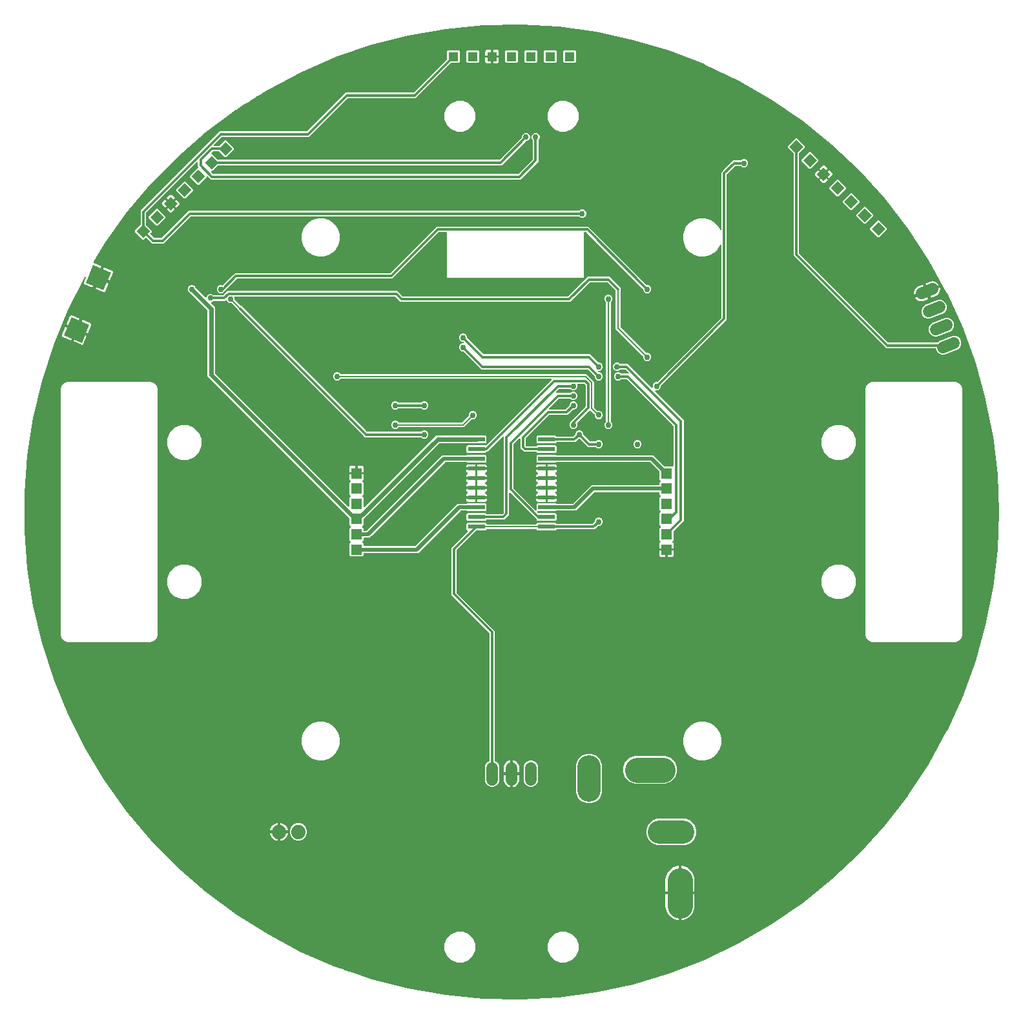
<source format=gbr>
G04 EAGLE Gerber RS-274X export*
G75*
%MOMM*%
%FSLAX34Y34*%
%LPD*%
%INBottom Copper*%
%IPPOS*%
%AMOC8*
5,1,8,0,0,1.08239X$1,22.5*%
G01*
%ADD10R,2.200000X0.600000*%
%ADD11C,1.524000*%
%ADD12R,1.422400X1.422400*%
%ADD13R,1.270000X1.270000*%
%ADD14R,1.270000X1.270000*%
%ADD15C,3.048000*%
%ADD16C,3.302000*%
%ADD17R,2.540000X2.540000*%
%ADD18C,1.879600*%
%ADD19C,0.609600*%
%ADD20C,0.756400*%
%ADD21C,0.304800*%
%ADD22C,0.300000*%
%ADD23C,0.203200*%
%ADD24C,0.508000*%

G36*
X12397Y-638952D02*
X12397Y-638952D01*
X12432Y-638956D01*
X61830Y-636078D01*
X61874Y-636070D01*
X61909Y-636071D01*
X110936Y-629374D01*
X110978Y-629362D01*
X111013Y-629361D01*
X159374Y-618885D01*
X159415Y-618870D01*
X159450Y-618865D01*
X206854Y-604674D01*
X206894Y-604655D01*
X206928Y-604648D01*
X253089Y-586826D01*
X253128Y-586805D01*
X253161Y-586795D01*
X297803Y-565449D01*
X297839Y-565424D01*
X297872Y-565412D01*
X340725Y-540671D01*
X340760Y-540644D01*
X340792Y-540629D01*
X381598Y-512642D01*
X381631Y-512612D01*
X381662Y-512595D01*
X420177Y-481529D01*
X420207Y-481497D01*
X420236Y-481477D01*
X456228Y-447521D01*
X456256Y-447486D01*
X456283Y-447464D01*
X489536Y-410821D01*
X489560Y-410784D01*
X489586Y-410760D01*
X519899Y-371650D01*
X519921Y-371612D01*
X519945Y-371586D01*
X547136Y-330244D01*
X547155Y-330204D01*
X547176Y-330177D01*
X571082Y-286852D01*
X571098Y-286811D01*
X571117Y-286782D01*
X591594Y-241735D01*
X591606Y-241693D01*
X591623Y-241662D01*
X608547Y-195164D01*
X608556Y-195121D01*
X608571Y-195089D01*
X621841Y-147419D01*
X621847Y-147376D01*
X621859Y-147343D01*
X631395Y-98788D01*
X631397Y-98744D01*
X631407Y-98710D01*
X637152Y-49563D01*
X637151Y-49519D01*
X637158Y-49484D01*
X639077Y-39D01*
X639072Y4D01*
X639077Y39D01*
X637158Y49484D01*
X637150Y49528D01*
X637152Y49563D01*
X631407Y98710D01*
X631396Y98753D01*
X631395Y98788D01*
X621859Y147343D01*
X621845Y147384D01*
X621841Y147419D01*
X608571Y195089D01*
X608554Y195130D01*
X608547Y195164D01*
X591623Y241662D01*
X591603Y241701D01*
X591594Y241735D01*
X571117Y286782D01*
X571094Y286819D01*
X571082Y286852D01*
X547176Y330177D01*
X547150Y330212D01*
X547136Y330244D01*
X519945Y371586D01*
X519916Y371619D01*
X519899Y371650D01*
X489586Y410760D01*
X489555Y410791D01*
X489536Y410821D01*
X456283Y447464D01*
X456249Y447492D01*
X456228Y447521D01*
X420236Y481477D01*
X420200Y481503D01*
X420177Y481529D01*
X381662Y512595D01*
X381624Y512617D01*
X381598Y512642D01*
X340792Y540629D01*
X340752Y540649D01*
X340725Y540671D01*
X297872Y565412D01*
X297832Y565429D01*
X297803Y565449D01*
X253161Y586795D01*
X253119Y586808D01*
X253089Y586826D01*
X206928Y604648D01*
X206891Y604657D01*
X206868Y604668D01*
X206862Y604669D01*
X206854Y604674D01*
X159450Y618865D01*
X159407Y618872D01*
X159374Y618885D01*
X111013Y629361D01*
X110969Y629364D01*
X110936Y629374D01*
X61909Y636071D01*
X61865Y636071D01*
X61830Y636078D01*
X12432Y638956D01*
X12388Y638952D01*
X12353Y638957D01*
X-37120Y637998D01*
X-37163Y637991D01*
X-37198Y637993D01*
X-86448Y633203D01*
X-86491Y633192D01*
X-86526Y633192D01*
X-135256Y624599D01*
X-135298Y624586D01*
X-135333Y624583D01*
X-183252Y612240D01*
X-183292Y612223D01*
X-183327Y612217D01*
X-230144Y596198D01*
X-230184Y596178D01*
X-230218Y596170D01*
X-275653Y576571D01*
X-275691Y576548D01*
X-275724Y576537D01*
X-319504Y553476D01*
X-319540Y553450D01*
X-319572Y553437D01*
X-322209Y551775D01*
X-323820Y550760D01*
X-325431Y549744D01*
X-328652Y547714D01*
X-330263Y546699D01*
X-331874Y545683D01*
X-335096Y543653D01*
X-336706Y542638D01*
X-336707Y542638D01*
X-338317Y541622D01*
X-341539Y539592D01*
X-343150Y538577D01*
X-344760Y537561D01*
X-344761Y537561D01*
X-347982Y535531D01*
X-349593Y534516D01*
X-351204Y533500D01*
X-354425Y531470D01*
X-356036Y530455D01*
X-357647Y529439D01*
X-360868Y527409D01*
X-360869Y527409D01*
X-361434Y527053D01*
X-361467Y527024D01*
X-361499Y527008D01*
X-401189Y497459D01*
X-401221Y497429D01*
X-401251Y497410D01*
X-438532Y464874D01*
X-438561Y464841D01*
X-438590Y464820D01*
X-473238Y429494D01*
X-473264Y429458D01*
X-473291Y429435D01*
X-505097Y391530D01*
X-505121Y391492D01*
X-505146Y391468D01*
X-533919Y351211D01*
X-533939Y351172D01*
X-533962Y351145D01*
X-548068Y327773D01*
X-548120Y327650D01*
X-548175Y327527D01*
X-548176Y327519D01*
X-548179Y327511D01*
X-548195Y327378D01*
X-548214Y327245D01*
X-548212Y327237D01*
X-548213Y327229D01*
X-548192Y327096D01*
X-548173Y326964D01*
X-548170Y326957D01*
X-548168Y326948D01*
X-548111Y326826D01*
X-548056Y326705D01*
X-548051Y326699D01*
X-548047Y326691D01*
X-547959Y326591D01*
X-547872Y326488D01*
X-547865Y326484D01*
X-547859Y326478D01*
X-547620Y326325D01*
X-547601Y326319D01*
X-547587Y326310D01*
X-537583Y322167D01*
X-543027Y309025D01*
X-543041Y308968D01*
X-543065Y308915D01*
X-543077Y308831D01*
X-543098Y308750D01*
X-543096Y308691D01*
X-543104Y308633D01*
X-543092Y308550D01*
X-543090Y308466D01*
X-543072Y308410D01*
X-543063Y308352D01*
X-543029Y308275D01*
X-543003Y308195D01*
X-542970Y308146D01*
X-542946Y308093D01*
X-542892Y308029D01*
X-542845Y307959D01*
X-542800Y307921D01*
X-542762Y307876D01*
X-542703Y307840D01*
X-542627Y307776D01*
X-542536Y307735D01*
X-542477Y307698D01*
X-541538Y307309D01*
X-541539Y307308D01*
X-542478Y307697D01*
X-542535Y307711D01*
X-542588Y307735D01*
X-542672Y307747D01*
X-542753Y307768D01*
X-542812Y307766D01*
X-542870Y307774D01*
X-542953Y307762D01*
X-543037Y307760D01*
X-543093Y307742D01*
X-543151Y307733D01*
X-543228Y307699D01*
X-543308Y307673D01*
X-543357Y307640D01*
X-543410Y307616D01*
X-543474Y307562D01*
X-543544Y307515D01*
X-543582Y307470D01*
X-543627Y307432D01*
X-543663Y307373D01*
X-543727Y307297D01*
X-543768Y307206D01*
X-543805Y307147D01*
X-549248Y294006D01*
X-559414Y298216D01*
X-559944Y298624D01*
X-560352Y299154D01*
X-560608Y299772D01*
X-560695Y300436D01*
X-560608Y301099D01*
X-558189Y306939D01*
X-558162Y307042D01*
X-558128Y307142D01*
X-558127Y307179D01*
X-558118Y307215D01*
X-558121Y307320D01*
X-558116Y307426D01*
X-558125Y307462D01*
X-558126Y307499D01*
X-558158Y307599D01*
X-558183Y307702D01*
X-558201Y307734D01*
X-558212Y307770D01*
X-558271Y307857D01*
X-558323Y307949D01*
X-558350Y307975D01*
X-558371Y308006D01*
X-558451Y308074D01*
X-558527Y308147D01*
X-558560Y308165D01*
X-558588Y308189D01*
X-558685Y308232D01*
X-558778Y308281D01*
X-558814Y308289D01*
X-558848Y308304D01*
X-558953Y308319D01*
X-559056Y308341D01*
X-559093Y308338D01*
X-559130Y308343D01*
X-559234Y308328D01*
X-559339Y308321D01*
X-559374Y308308D01*
X-559411Y308302D01*
X-559507Y308259D01*
X-559606Y308223D01*
X-559636Y308201D01*
X-559670Y308185D01*
X-559751Y308117D01*
X-559836Y308054D01*
X-559855Y308028D01*
X-559886Y308001D01*
X-559956Y307889D01*
X-560034Y307784D01*
X-581775Y264493D01*
X-581789Y264451D01*
X-581808Y264421D01*
X-600522Y218614D01*
X-600533Y218571D01*
X-600549Y218540D01*
X-615657Y171421D01*
X-615665Y171377D01*
X-615678Y171345D01*
X-627090Y123196D01*
X-627094Y123153D01*
X-627105Y123119D01*
X-634751Y74231D01*
X-634751Y74187D01*
X-634760Y74153D01*
X-638594Y24820D01*
X-638592Y24776D01*
X-638597Y24741D01*
X-638597Y-24741D01*
X-638591Y-24785D01*
X-638594Y-24820D01*
X-634760Y-74153D01*
X-634750Y-74196D01*
X-634751Y-74231D01*
X-627105Y-123119D01*
X-627092Y-123161D01*
X-627090Y-123197D01*
X-615678Y-171345D01*
X-615662Y-171386D01*
X-615657Y-171421D01*
X-600549Y-218540D01*
X-600530Y-218580D01*
X-600522Y-218614D01*
X-581808Y-264421D01*
X-581786Y-264459D01*
X-581775Y-264493D01*
X-559568Y-308711D01*
X-559543Y-308748D01*
X-559530Y-308780D01*
X-533962Y-351145D01*
X-533934Y-351179D01*
X-533919Y-351211D01*
X-505146Y-391468D01*
X-505115Y-391499D01*
X-505097Y-391530D01*
X-473291Y-429435D01*
X-473258Y-429465D01*
X-473238Y-429494D01*
X-438590Y-464820D01*
X-438555Y-464847D01*
X-438532Y-464874D01*
X-401251Y-497410D01*
X-401214Y-497434D01*
X-401189Y-497459D01*
X-361499Y-527008D01*
X-361460Y-527029D01*
X-361434Y-527053D01*
X-319572Y-553437D01*
X-319532Y-553455D01*
X-319504Y-553476D01*
X-275724Y-576537D01*
X-275683Y-576552D01*
X-275653Y-576571D01*
X-230218Y-596170D01*
X-230175Y-596181D01*
X-230144Y-596198D01*
X-229960Y-596261D01*
X-221059Y-599307D01*
X-221058Y-599307D01*
X-218091Y-600322D01*
X-209190Y-603368D01*
X-206223Y-604383D01*
X-197321Y-607429D01*
X-194354Y-608444D01*
X-185452Y-611490D01*
X-183327Y-612217D01*
X-183284Y-612226D01*
X-183251Y-612240D01*
X-135333Y-624583D01*
X-135290Y-624588D01*
X-135256Y-624599D01*
X-86526Y-633192D01*
X-86482Y-633193D01*
X-86448Y-633203D01*
X-37198Y-637993D01*
X-37154Y-637991D01*
X-37120Y-637998D01*
X12353Y-638957D01*
X12397Y-638952D01*
G37*
%LPC*%
G36*
X-582122Y-170669D02*
X-582122Y-170669D01*
X-586043Y-169044D01*
X-589044Y-166043D01*
X-590669Y-162122D01*
X-590669Y162122D01*
X-589044Y166043D01*
X-586043Y169044D01*
X-582122Y170669D01*
X-472858Y170669D01*
X-468937Y169044D01*
X-465936Y166043D01*
X-464311Y162122D01*
X-464311Y-162122D01*
X-465936Y-166043D01*
X-468937Y-169044D01*
X-472858Y-170669D01*
X-582122Y-170669D01*
G37*
%LPD*%
%LPC*%
G36*
X472858Y-170669D02*
X472858Y-170669D01*
X468937Y-169044D01*
X465936Y-166043D01*
X464311Y-162122D01*
X464311Y162122D01*
X465936Y166043D01*
X468937Y169044D01*
X472858Y170669D01*
X582122Y170669D01*
X586043Y169044D01*
X589044Y166043D01*
X590669Y162122D01*
X590669Y-162122D01*
X589044Y-166043D01*
X586043Y-169044D01*
X582122Y-170669D01*
X472858Y-170669D01*
G37*
%LPD*%
%LPC*%
G36*
X203155Y-47800D02*
X203155Y-47800D01*
X203099Y-47783D01*
X203047Y-47756D01*
X202979Y-47745D01*
X202884Y-47715D01*
X202784Y-47712D01*
X202716Y-47701D01*
X193547Y-47701D01*
X193547Y-41754D01*
X193720Y-41107D01*
X194055Y-40528D01*
X194528Y-40055D01*
X194950Y-39811D01*
X194957Y-39806D01*
X194962Y-39804D01*
X194985Y-39784D01*
X194989Y-39781D01*
X195032Y-39759D01*
X195100Y-39694D01*
X195174Y-39636D01*
X195203Y-39596D01*
X195238Y-39563D01*
X195286Y-39482D01*
X195341Y-39405D01*
X195357Y-39359D01*
X195382Y-39317D01*
X195405Y-39227D01*
X195437Y-39138D01*
X195440Y-39089D01*
X195452Y-39042D01*
X195449Y-38948D01*
X195455Y-38854D01*
X195444Y-38807D01*
X195443Y-38758D01*
X195414Y-38668D01*
X195394Y-38577D01*
X195370Y-38534D01*
X195355Y-38487D01*
X195312Y-38427D01*
X195258Y-38327D01*
X195197Y-38265D01*
X195161Y-38214D01*
X194087Y-37141D01*
X194087Y-21259D01*
X195429Y-19918D01*
X195464Y-19871D01*
X195506Y-19831D01*
X195549Y-19758D01*
X195600Y-19691D01*
X195620Y-19636D01*
X195650Y-19586D01*
X195671Y-19504D01*
X195701Y-19425D01*
X195706Y-19367D01*
X195720Y-19310D01*
X195717Y-19226D01*
X195724Y-19142D01*
X195713Y-19084D01*
X195711Y-19026D01*
X195685Y-18946D01*
X195668Y-18863D01*
X195642Y-18811D01*
X195624Y-18755D01*
X195583Y-18699D01*
X195537Y-18611D01*
X195469Y-18538D01*
X195429Y-18482D01*
X194087Y-17141D01*
X194087Y-1259D01*
X195429Y82D01*
X195464Y129D01*
X195506Y169D01*
X195549Y242D01*
X195600Y309D01*
X195620Y364D01*
X195650Y414D01*
X195671Y496D01*
X195701Y575D01*
X195706Y633D01*
X195720Y690D01*
X195717Y774D01*
X195724Y858D01*
X195713Y916D01*
X195711Y974D01*
X195685Y1054D01*
X195668Y1137D01*
X195642Y1189D01*
X195624Y1245D01*
X195583Y1301D01*
X195537Y1389D01*
X195469Y1462D01*
X195429Y1518D01*
X194087Y2859D01*
X194087Y18741D01*
X195429Y20082D01*
X195464Y20129D01*
X195506Y20169D01*
X195549Y20242D01*
X195600Y20309D01*
X195620Y20364D01*
X195650Y20414D01*
X195671Y20496D01*
X195701Y20575D01*
X195706Y20633D01*
X195720Y20690D01*
X195717Y20774D01*
X195724Y20858D01*
X195713Y20916D01*
X195711Y20974D01*
X195685Y21054D01*
X195668Y21137D01*
X195642Y21189D01*
X195624Y21245D01*
X195583Y21301D01*
X195537Y21389D01*
X195469Y21462D01*
X195429Y21518D01*
X194087Y22859D01*
X194087Y25244D01*
X194079Y25302D01*
X194081Y25360D01*
X194059Y25442D01*
X194047Y25526D01*
X194024Y25579D01*
X194009Y25635D01*
X193966Y25708D01*
X193931Y25785D01*
X193893Y25830D01*
X193864Y25880D01*
X193802Y25938D01*
X193748Y26002D01*
X193699Y26034D01*
X193656Y26074D01*
X193581Y26113D01*
X193511Y26160D01*
X193455Y26177D01*
X193403Y26204D01*
X193335Y26215D01*
X193240Y26245D01*
X193140Y26248D01*
X193072Y26259D01*
X109301Y26259D01*
X109215Y26247D01*
X109127Y26244D01*
X109075Y26227D01*
X109020Y26219D01*
X108940Y26184D01*
X108857Y26157D01*
X108818Y26129D01*
X108760Y26103D01*
X108647Y26007D01*
X108583Y25962D01*
X84431Y1809D01*
X58709Y1809D01*
X58623Y1797D01*
X58535Y1794D01*
X58483Y1777D01*
X58428Y1769D01*
X58348Y1734D01*
X58265Y1707D01*
X58225Y1679D01*
X58168Y1653D01*
X58055Y1557D01*
X57991Y1512D01*
X57829Y1349D01*
X34690Y1349D01*
X34661Y1345D01*
X34632Y1348D01*
X34521Y1325D01*
X34409Y1309D01*
X34382Y1297D01*
X34353Y1292D01*
X34253Y1239D01*
X34150Y1193D01*
X34127Y1174D01*
X34101Y1161D01*
X34019Y1083D01*
X33933Y1010D01*
X33916Y985D01*
X33895Y965D01*
X33838Y867D01*
X33775Y773D01*
X33766Y745D01*
X33751Y720D01*
X33723Y610D01*
X33689Y502D01*
X33688Y472D01*
X33681Y444D01*
X33685Y331D01*
X33682Y218D01*
X33689Y189D01*
X33690Y160D01*
X33725Y52D01*
X33754Y-57D01*
X33769Y-83D01*
X33778Y-111D01*
X33823Y-175D01*
X33899Y-302D01*
X33945Y-345D01*
X33973Y-384D01*
X34641Y-1052D01*
X34711Y-1105D01*
X34774Y-1164D01*
X34824Y-1190D01*
X34868Y-1223D01*
X34950Y-1254D01*
X35027Y-1294D01*
X35075Y-1302D01*
X35133Y-1324D01*
X35281Y-1336D01*
X35359Y-1349D01*
X57829Y-1349D01*
X59001Y-2521D01*
X59001Y-10179D01*
X57829Y-11351D01*
X34171Y-11351D01*
X32999Y-10179D01*
X32999Y-9801D01*
X32987Y-9714D01*
X32984Y-9626D01*
X32967Y-9574D01*
X32959Y-9519D01*
X32924Y-9439D01*
X32897Y-9356D01*
X32869Y-9317D01*
X32843Y-9260D01*
X32747Y-9146D01*
X32702Y-9083D01*
X-1466Y25085D01*
X-1489Y25103D01*
X-1508Y25125D01*
X-1603Y25188D01*
X-1693Y25256D01*
X-1720Y25266D01*
X-1745Y25283D01*
X-1853Y25317D01*
X-1959Y25357D01*
X-1988Y25360D01*
X-2016Y25368D01*
X-2129Y25371D01*
X-2242Y25381D01*
X-2271Y25375D01*
X-2300Y25376D01*
X-2410Y25347D01*
X-2521Y25325D01*
X-2547Y25311D01*
X-2575Y25304D01*
X-2672Y25246D01*
X-2773Y25194D01*
X-2794Y25174D01*
X-2819Y25159D01*
X-2897Y25076D01*
X-2979Y24998D01*
X-2994Y24973D01*
X-3014Y24951D01*
X-3066Y24851D01*
X-3123Y24753D01*
X-3130Y24724D01*
X-3143Y24698D01*
X-3156Y24621D01*
X-3193Y24477D01*
X-3191Y24415D01*
X-3199Y24367D01*
X-3199Y-3843D01*
X-9231Y-9875D01*
X-32275Y-9875D01*
X-32361Y-9887D01*
X-32449Y-9890D01*
X-32502Y-9907D01*
X-32556Y-9915D01*
X-32636Y-9950D01*
X-32719Y-9977D01*
X-32759Y-10005D01*
X-32816Y-10031D01*
X-32929Y-10127D01*
X-32993Y-10172D01*
X-34171Y-11351D01*
X-57829Y-11351D01*
X-59001Y-10179D01*
X-59001Y-2521D01*
X-57829Y-1349D01*
X-34171Y-1349D01*
X-32993Y-2528D01*
X-32923Y-2580D01*
X-32859Y-2640D01*
X-32810Y-2666D01*
X-32765Y-2699D01*
X-32684Y-2730D01*
X-32606Y-2770D01*
X-32558Y-2778D01*
X-32500Y-2800D01*
X-32352Y-2812D01*
X-32275Y-2825D01*
X-12571Y-2825D01*
X-12485Y-2813D01*
X-12397Y-2810D01*
X-12345Y-2793D01*
X-12290Y-2785D01*
X-12210Y-2750D01*
X-12127Y-2723D01*
X-12088Y-2695D01*
X-12031Y-2669D01*
X-11917Y-2573D01*
X-11854Y-2528D01*
X-10546Y-1220D01*
X-10493Y-1150D01*
X-10433Y-1086D01*
X-10408Y-1037D01*
X-10375Y-993D01*
X-10344Y-911D01*
X-10304Y-833D01*
X-10296Y-786D01*
X-10274Y-727D01*
X-10261Y-580D01*
X-10248Y-502D01*
X-10248Y98103D01*
X-10253Y98132D01*
X-10250Y98161D01*
X-10272Y98272D01*
X-10288Y98384D01*
X-10300Y98411D01*
X-10306Y98440D01*
X-10358Y98540D01*
X-10404Y98644D01*
X-10423Y98666D01*
X-10437Y98692D01*
X-10515Y98774D01*
X-10588Y98861D01*
X-10613Y98877D01*
X-10633Y98898D01*
X-10730Y98956D01*
X-10825Y99018D01*
X-10853Y99027D01*
X-10878Y99042D01*
X-10988Y99070D01*
X-11096Y99104D01*
X-11125Y99105D01*
X-11154Y99112D01*
X-11267Y99109D01*
X-11380Y99112D01*
X-11408Y99104D01*
X-11438Y99103D01*
X-11546Y99068D01*
X-11655Y99040D01*
X-11680Y99025D01*
X-11708Y99016D01*
X-11772Y98970D01*
X-11899Y98894D01*
X-11942Y98849D01*
X-11982Y98821D01*
X-31475Y79327D01*
X-31984Y79327D01*
X-32042Y79319D01*
X-32100Y79321D01*
X-32182Y79299D01*
X-32266Y79287D01*
X-32319Y79264D01*
X-32375Y79249D01*
X-32448Y79206D01*
X-32525Y79171D01*
X-32570Y79133D01*
X-32620Y79104D01*
X-32678Y79042D01*
X-32742Y78988D01*
X-32760Y78961D01*
X-34171Y77549D01*
X-57829Y77549D01*
X-59001Y78721D01*
X-59001Y86379D01*
X-57829Y87551D01*
X-33998Y87551D01*
X-33922Y87521D01*
X-33863Y87517D01*
X-33806Y87502D01*
X-33722Y87505D01*
X-33638Y87498D01*
X-33581Y87509D01*
X-33522Y87511D01*
X-33442Y87537D01*
X-33359Y87554D01*
X-33307Y87581D01*
X-33252Y87599D01*
X-33196Y87639D01*
X-33107Y87685D01*
X-33034Y87754D01*
X-32978Y87794D01*
X52278Y173050D01*
X52296Y173074D01*
X52318Y173093D01*
X52381Y173187D01*
X52449Y173277D01*
X52460Y173305D01*
X52476Y173329D01*
X52510Y173437D01*
X52550Y173543D01*
X52553Y173572D01*
X52562Y173600D01*
X52565Y173714D01*
X52574Y173826D01*
X52568Y173855D01*
X52569Y173884D01*
X52540Y173994D01*
X52518Y174105D01*
X52505Y174131D01*
X52497Y174159D01*
X52439Y174257D01*
X52387Y174357D01*
X52367Y174379D01*
X52352Y174404D01*
X52269Y174481D01*
X52191Y174563D01*
X52166Y174578D01*
X52145Y174598D01*
X52044Y174650D01*
X51946Y174707D01*
X51918Y174714D01*
X51891Y174728D01*
X51814Y174741D01*
X51671Y174777D01*
X51608Y174775D01*
X51560Y174783D01*
X-223691Y174783D01*
X-223778Y174771D01*
X-223865Y174768D01*
X-223918Y174751D01*
X-223973Y174743D01*
X-224053Y174708D01*
X-224136Y174681D01*
X-224175Y174653D01*
X-224232Y174627D01*
X-224346Y174531D01*
X-224409Y174486D01*
X-225594Y173301D01*
X-227544Y172493D01*
X-229656Y172493D01*
X-231606Y173301D01*
X-233099Y174794D01*
X-233907Y176744D01*
X-233907Y178856D01*
X-233099Y180806D01*
X-231606Y182299D01*
X-229656Y183107D01*
X-227544Y183107D01*
X-225594Y182299D01*
X-224409Y181114D01*
X-224339Y181062D01*
X-224276Y181002D01*
X-224226Y180976D01*
X-224182Y180943D01*
X-224100Y180912D01*
X-224022Y180872D01*
X-223975Y180864D01*
X-223916Y180842D01*
X-223769Y180830D01*
X-223691Y180817D01*
X98491Y180817D01*
X108249Y171059D01*
X108249Y137738D01*
X108261Y137651D01*
X108264Y137564D01*
X108281Y137511D01*
X108289Y137457D01*
X108324Y137377D01*
X108351Y137294D01*
X108379Y137254D01*
X108405Y137197D01*
X108482Y137106D01*
X108502Y137073D01*
X108522Y137054D01*
X108546Y137020D01*
X112812Y132754D01*
X112882Y132702D01*
X112946Y132642D01*
X112995Y132616D01*
X113039Y132583D01*
X113121Y132552D01*
X113199Y132512D01*
X113247Y132504D01*
X113305Y132482D01*
X113453Y132470D01*
X113530Y132457D01*
X115356Y132457D01*
X117306Y131649D01*
X118799Y130156D01*
X119607Y128206D01*
X119607Y126094D01*
X118799Y124144D01*
X117306Y122651D01*
X115356Y121843D01*
X113244Y121843D01*
X111294Y122651D01*
X109801Y124144D01*
X108993Y126094D01*
X108993Y127620D01*
X108986Y127668D01*
X108987Y127673D01*
X108985Y127680D01*
X108981Y127707D01*
X108978Y127794D01*
X108961Y127847D01*
X108953Y127901D01*
X108918Y127981D01*
X108891Y128064D01*
X108863Y128104D01*
X108837Y128161D01*
X108741Y128274D01*
X108696Y128338D01*
X103638Y133396D01*
X103591Y133431D01*
X103551Y133474D01*
X103478Y133516D01*
X103410Y133567D01*
X103356Y133588D01*
X103305Y133617D01*
X103224Y133638D01*
X103145Y133668D01*
X103086Y133673D01*
X103030Y133687D01*
X102946Y133685D01*
X102861Y133692D01*
X102804Y133680D01*
X102746Y133678D01*
X102665Y133652D01*
X102583Y133636D01*
X102531Y133609D01*
X102475Y133591D01*
X102419Y133551D01*
X102330Y133505D01*
X102258Y133436D01*
X102202Y133396D01*
X86273Y117467D01*
X86272Y117466D01*
X86270Y117465D01*
X86182Y117346D01*
X86102Y117240D01*
X86101Y117238D01*
X86100Y117237D01*
X86050Y117105D01*
X86000Y116974D01*
X86000Y116972D01*
X86000Y116971D01*
X85988Y116828D01*
X85977Y116691D01*
X85977Y116689D01*
X85977Y116687D01*
X85981Y116673D01*
X86033Y116412D01*
X86047Y116385D01*
X86053Y116360D01*
X86469Y115356D01*
X86469Y113244D01*
X85661Y111294D01*
X84168Y109801D01*
X82218Y108993D01*
X80106Y108993D01*
X78156Y109801D01*
X76663Y111294D01*
X75855Y113244D01*
X75855Y115356D01*
X76663Y117306D01*
X77340Y117983D01*
X77392Y118053D01*
X77452Y118116D01*
X77478Y118166D01*
X77511Y118210D01*
X77542Y118292D01*
X77582Y118370D01*
X77590Y118417D01*
X77612Y118476D01*
X77624Y118623D01*
X77637Y118701D01*
X77637Y118801D01*
X96870Y138034D01*
X96879Y138045D01*
X96883Y138049D01*
X96894Y138065D01*
X96922Y138103D01*
X96982Y138167D01*
X97008Y138217D01*
X97041Y138261D01*
X97072Y138342D01*
X97112Y138420D01*
X97120Y138468D01*
X97142Y138526D01*
X97154Y138674D01*
X97167Y138751D01*
X97167Y166049D01*
X97155Y166135D01*
X97152Y166223D01*
X97135Y166275D01*
X97127Y166330D01*
X97092Y166410D01*
X97065Y166493D01*
X97037Y166532D01*
X97011Y166589D01*
X96915Y166703D01*
X96870Y166766D01*
X95528Y168108D01*
X95459Y168160D01*
X95395Y168220D01*
X95345Y168246D01*
X95301Y168279D01*
X95220Y168310D01*
X95142Y168350D01*
X95094Y168358D01*
X95036Y168380D01*
X94888Y168392D01*
X94811Y168405D01*
X87056Y168405D01*
X86943Y168389D01*
X86828Y168379D01*
X86802Y168369D01*
X86775Y168365D01*
X86670Y168318D01*
X86563Y168277D01*
X86541Y168261D01*
X86515Y168249D01*
X86428Y168175D01*
X86336Y168106D01*
X86320Y168083D01*
X86298Y168066D01*
X86235Y167970D01*
X86166Y167878D01*
X86156Y167852D01*
X86141Y167829D01*
X86106Y167719D01*
X86066Y167612D01*
X86063Y167584D01*
X86055Y167558D01*
X86052Y167443D01*
X86043Y167329D01*
X86049Y167304D01*
X86048Y167274D01*
X86115Y167017D01*
X86118Y167001D01*
X86469Y166156D01*
X86469Y164044D01*
X85661Y162094D01*
X84168Y160601D01*
X82218Y159793D01*
X80106Y159793D01*
X78156Y160601D01*
X77479Y161278D01*
X77409Y161330D01*
X77346Y161390D01*
X77296Y161416D01*
X77252Y161449D01*
X77170Y161480D01*
X77092Y161520D01*
X77045Y161528D01*
X76986Y161550D01*
X76839Y161562D01*
X76761Y161575D01*
X62638Y161575D01*
X62551Y161563D01*
X62464Y161560D01*
X62411Y161543D01*
X62356Y161535D01*
X62276Y161500D01*
X62193Y161473D01*
X62154Y161445D01*
X62097Y161419D01*
X61984Y161323D01*
X61920Y161278D01*
X58300Y157658D01*
X58282Y157634D01*
X58260Y157615D01*
X58197Y157521D01*
X58129Y157431D01*
X58118Y157403D01*
X58102Y157379D01*
X58068Y157271D01*
X58027Y157165D01*
X58025Y157136D01*
X58016Y157108D01*
X58013Y156994D01*
X58004Y156882D01*
X58010Y156853D01*
X58009Y156824D01*
X58038Y156714D01*
X58060Y156603D01*
X58073Y156577D01*
X58081Y156549D01*
X58139Y156451D01*
X58191Y156351D01*
X58211Y156329D01*
X58226Y156304D01*
X58309Y156227D01*
X58387Y156145D01*
X58412Y156130D01*
X58433Y156110D01*
X58534Y156058D01*
X58632Y156001D01*
X58660Y155994D01*
X58686Y155980D01*
X58764Y155967D01*
X58907Y155931D01*
X58970Y155933D01*
X59017Y155925D01*
X76761Y155925D01*
X76848Y155937D01*
X76935Y155940D01*
X76988Y155957D01*
X77043Y155965D01*
X77123Y156000D01*
X77206Y156027D01*
X77245Y156055D01*
X77302Y156081D01*
X77415Y156177D01*
X77479Y156222D01*
X78156Y156899D01*
X80106Y157707D01*
X82218Y157707D01*
X84168Y156899D01*
X85661Y155406D01*
X86469Y153456D01*
X86469Y151344D01*
X85661Y149394D01*
X84168Y147901D01*
X82218Y147093D01*
X80106Y147093D01*
X78156Y147901D01*
X77479Y148578D01*
X77409Y148630D01*
X77346Y148690D01*
X77296Y148716D01*
X77252Y148749D01*
X77170Y148780D01*
X77092Y148820D01*
X77045Y148828D01*
X76986Y148850D01*
X76839Y148862D01*
X76761Y148875D01*
X62483Y148875D01*
X62397Y148863D01*
X62309Y148860D01*
X62257Y148843D01*
X62202Y148835D01*
X62122Y148800D01*
X62039Y148773D01*
X62000Y148745D01*
X61943Y148719D01*
X61829Y148623D01*
X61766Y148578D01*
X49374Y136186D01*
X49356Y136162D01*
X49333Y136143D01*
X49271Y136049D01*
X49203Y135959D01*
X49192Y135931D01*
X49176Y135907D01*
X49142Y135799D01*
X49101Y135693D01*
X49099Y135664D01*
X49090Y135636D01*
X49087Y135522D01*
X49078Y135410D01*
X49084Y135381D01*
X49083Y135352D01*
X49111Y135242D01*
X49134Y135131D01*
X49147Y135105D01*
X49155Y135077D01*
X49212Y134979D01*
X49265Y134879D01*
X49285Y134857D01*
X49300Y134832D01*
X49382Y134755D01*
X49460Y134673D01*
X49486Y134658D01*
X49507Y134638D01*
X49608Y134586D01*
X49706Y134529D01*
X49734Y134522D01*
X49760Y134508D01*
X49838Y134495D01*
X49981Y134459D01*
X50044Y134461D01*
X50091Y134453D01*
X70509Y134453D01*
X70596Y134465D01*
X70684Y134468D01*
X70736Y134485D01*
X70791Y134493D01*
X70871Y134528D01*
X70954Y134555D01*
X70993Y134583D01*
X71050Y134609D01*
X71164Y134705D01*
X71227Y134750D01*
X75558Y139081D01*
X75610Y139150D01*
X75670Y139214D01*
X75696Y139264D01*
X75729Y139308D01*
X75760Y139390D01*
X75800Y139467D01*
X75808Y139515D01*
X75830Y139573D01*
X75842Y139721D01*
X75855Y139799D01*
X75855Y140756D01*
X76663Y142706D01*
X78156Y144199D01*
X80106Y145007D01*
X82218Y145007D01*
X84168Y144199D01*
X85661Y142706D01*
X86469Y140756D01*
X86469Y138644D01*
X85661Y136694D01*
X84168Y135201D01*
X82218Y134393D01*
X81261Y134393D01*
X81174Y134381D01*
X81086Y134378D01*
X81034Y134361D01*
X80979Y134353D01*
X80899Y134318D01*
X80816Y134291D01*
X80777Y134263D01*
X80720Y134237D01*
X80606Y134141D01*
X80543Y134096D01*
X76212Y129765D01*
X73850Y127403D01*
X50092Y127403D01*
X50005Y127391D01*
X49918Y127388D01*
X49865Y127371D01*
X49810Y127363D01*
X49730Y127328D01*
X49647Y127301D01*
X49608Y127273D01*
X49551Y127247D01*
X49438Y127151D01*
X49374Y127106D01*
X18949Y96681D01*
X18897Y96611D01*
X18837Y96547D01*
X18811Y96498D01*
X18778Y96454D01*
X18747Y96372D01*
X18707Y96294D01*
X18699Y96247D01*
X18677Y96188D01*
X18665Y96041D01*
X18652Y95963D01*
X18652Y87127D01*
X18664Y87041D01*
X18667Y86953D01*
X18684Y86900D01*
X18692Y86846D01*
X18727Y86766D01*
X18754Y86683D01*
X18782Y86643D01*
X18808Y86586D01*
X18896Y86482D01*
X18913Y86454D01*
X18926Y86442D01*
X18949Y86409D01*
X18986Y86372D01*
X19056Y86320D01*
X19120Y86260D01*
X19169Y86234D01*
X19214Y86201D01*
X19295Y86170D01*
X19373Y86130D01*
X19421Y86122D01*
X19479Y86100D01*
X19627Y86088D01*
X19704Y86075D01*
X32275Y86075D01*
X32361Y86087D01*
X32449Y86090D01*
X32501Y86107D01*
X32556Y86115D01*
X32636Y86150D01*
X32719Y86177D01*
X32759Y86205D01*
X32816Y86231D01*
X32929Y86327D01*
X32993Y86372D01*
X34171Y87551D01*
X57829Y87551D01*
X59001Y86379D01*
X59001Y78721D01*
X57829Y77549D01*
X34171Y77549D01*
X32993Y78728D01*
X32923Y78780D01*
X32859Y78840D01*
X32810Y78866D01*
X32765Y78899D01*
X32684Y78930D01*
X32606Y78970D01*
X32558Y78978D01*
X32500Y79000D01*
X32352Y79012D01*
X32275Y79025D01*
X16364Y79025D01*
X14002Y81387D01*
X13964Y81425D01*
X11602Y83787D01*
X11602Y95964D01*
X11598Y95993D01*
X11601Y96022D01*
X11578Y96133D01*
X11563Y96245D01*
X11551Y96272D01*
X11545Y96301D01*
X11493Y96401D01*
X11446Y96505D01*
X11427Y96527D01*
X11414Y96553D01*
X11336Y96635D01*
X11263Y96722D01*
X11238Y96738D01*
X11218Y96759D01*
X11120Y96816D01*
X11026Y96879D01*
X10998Y96888D01*
X10973Y96903D01*
X10863Y96931D01*
X10755Y96965D01*
X10726Y96966D01*
X10697Y96973D01*
X10584Y96969D01*
X10471Y96972D01*
X10442Y96965D01*
X10413Y96964D01*
X10305Y96929D01*
X10196Y96900D01*
X10170Y96885D01*
X10143Y96876D01*
X10079Y96831D01*
X9951Y96755D01*
X9908Y96710D01*
X9869Y96682D01*
X2661Y89474D01*
X2609Y89404D01*
X2549Y89340D01*
X2524Y89290D01*
X2490Y89246D01*
X2459Y89165D01*
X2419Y89087D01*
X2411Y89039D01*
X2389Y88981D01*
X2377Y88833D01*
X2364Y88756D01*
X2364Y31645D01*
X2376Y31559D01*
X2379Y31471D01*
X2396Y31419D01*
X2404Y31364D01*
X2439Y31284D01*
X2466Y31201D01*
X2494Y31162D01*
X2520Y31105D01*
X2616Y30991D01*
X2661Y30928D01*
X31266Y2323D01*
X31290Y2305D01*
X31309Y2283D01*
X31403Y2220D01*
X31493Y2152D01*
X31521Y2141D01*
X31545Y2125D01*
X31653Y2091D01*
X31759Y2050D01*
X31788Y2048D01*
X31816Y2039D01*
X31930Y2036D01*
X32042Y2027D01*
X32071Y2033D01*
X32100Y2032D01*
X32210Y2061D01*
X32321Y2083D01*
X32347Y2096D01*
X32375Y2104D01*
X32473Y2162D01*
X32573Y2214D01*
X32595Y2234D01*
X32620Y2249D01*
X32697Y2332D01*
X32779Y2410D01*
X32794Y2435D01*
X32814Y2456D01*
X32866Y2557D01*
X32923Y2655D01*
X32930Y2683D01*
X32944Y2709D01*
X32957Y2787D01*
X32993Y2930D01*
X32991Y2993D01*
X32999Y3040D01*
X32999Y10179D01*
X34171Y11351D01*
X57829Y11351D01*
X57991Y11188D01*
X58061Y11136D01*
X58125Y11076D01*
X58174Y11050D01*
X58219Y11017D01*
X58300Y10986D01*
X58378Y10946D01*
X58426Y10938D01*
X58484Y10916D01*
X58632Y10904D01*
X58709Y10891D01*
X80249Y10891D01*
X80335Y10903D01*
X80423Y10906D01*
X80475Y10923D01*
X80530Y10931D01*
X80610Y10966D01*
X80693Y10993D01*
X80732Y11021D01*
X80790Y11047D01*
X80903Y11143D01*
X80967Y11188D01*
X105119Y35341D01*
X193072Y35341D01*
X193130Y35349D01*
X193188Y35347D01*
X193270Y35369D01*
X193354Y35381D01*
X193407Y35404D01*
X193463Y35419D01*
X193536Y35462D01*
X193613Y35497D01*
X193658Y35535D01*
X193708Y35564D01*
X193766Y35626D01*
X193830Y35680D01*
X193862Y35729D01*
X193902Y35772D01*
X193941Y35847D01*
X193988Y35917D01*
X194005Y35973D01*
X194032Y36025D01*
X194043Y36093D01*
X194073Y36188D01*
X194076Y36288D01*
X194087Y36356D01*
X194087Y38741D01*
X195429Y40082D01*
X195464Y40129D01*
X195506Y40169D01*
X195549Y40242D01*
X195600Y40309D01*
X195620Y40364D01*
X195650Y40414D01*
X195671Y40496D01*
X195701Y40575D01*
X195706Y40633D01*
X195720Y40690D01*
X195717Y40774D01*
X195724Y40858D01*
X195713Y40916D01*
X195711Y40974D01*
X195685Y41054D01*
X195668Y41137D01*
X195642Y41189D01*
X195624Y41245D01*
X195583Y41301D01*
X195537Y41389D01*
X195469Y41462D01*
X195429Y41518D01*
X194087Y42859D01*
X194087Y53071D01*
X194075Y53157D01*
X194072Y53245D01*
X194055Y53297D01*
X194047Y53352D01*
X194012Y53432D01*
X193985Y53515D01*
X193957Y53554D01*
X193931Y53612D01*
X193835Y53725D01*
X193790Y53789D01*
X182567Y65012D01*
X182497Y65064D01*
X182433Y65124D01*
X182383Y65150D01*
X182339Y65183D01*
X182258Y65214D01*
X182180Y65254D01*
X182132Y65262D01*
X182074Y65284D01*
X181926Y65296D01*
X181849Y65309D01*
X58709Y65309D01*
X58623Y65297D01*
X58535Y65294D01*
X58483Y65277D01*
X58428Y65269D01*
X58348Y65234D01*
X58265Y65207D01*
X58225Y65179D01*
X58168Y65153D01*
X58055Y65057D01*
X57991Y65012D01*
X57829Y64849D01*
X34171Y64849D01*
X32999Y66021D01*
X32999Y73679D01*
X34171Y74851D01*
X57829Y74851D01*
X57991Y74688D01*
X58061Y74636D01*
X58125Y74576D01*
X58174Y74550D01*
X58219Y74517D01*
X58300Y74486D01*
X58378Y74446D01*
X58426Y74438D01*
X58484Y74416D01*
X58632Y74404D01*
X58709Y74391D01*
X186031Y74391D01*
X200211Y60210D01*
X200281Y60158D01*
X200345Y60098D01*
X200395Y60072D01*
X200439Y60039D01*
X200520Y60008D01*
X200598Y59968D01*
X200646Y59960D01*
X200704Y59938D01*
X200852Y59926D01*
X200929Y59913D01*
X211360Y59913D01*
X211418Y59921D01*
X211476Y59919D01*
X211558Y59941D01*
X211642Y59953D01*
X211695Y59976D01*
X211751Y59991D01*
X211824Y60034D01*
X211901Y60069D01*
X211946Y60107D01*
X211996Y60136D01*
X212054Y60198D01*
X212118Y60252D01*
X212150Y60301D01*
X212190Y60344D01*
X212229Y60419D01*
X212276Y60489D01*
X212293Y60545D01*
X212320Y60597D01*
X212331Y60665D01*
X212361Y60760D01*
X212364Y60860D01*
X212375Y60928D01*
X212375Y112419D01*
X212363Y112506D01*
X212360Y112594D01*
X212343Y112646D01*
X212335Y112701D01*
X212300Y112781D01*
X212273Y112864D01*
X212245Y112903D01*
X212219Y112960D01*
X212123Y113074D01*
X212078Y113137D01*
X151237Y173978D01*
X151168Y174030D01*
X151104Y174090D01*
X151054Y174116D01*
X151010Y174149D01*
X150928Y174180D01*
X150851Y174220D01*
X150803Y174228D01*
X150744Y174250D01*
X150597Y174262D01*
X150519Y174275D01*
X144101Y174275D01*
X144014Y174263D01*
X143927Y174260D01*
X143874Y174243D01*
X143819Y174235D01*
X143739Y174200D01*
X143656Y174173D01*
X143617Y174145D01*
X143560Y174119D01*
X143446Y174023D01*
X143383Y173978D01*
X142706Y173301D01*
X140756Y172493D01*
X138644Y172493D01*
X136694Y173301D01*
X135201Y174794D01*
X134393Y176744D01*
X134393Y178856D01*
X135201Y180806D01*
X136694Y182299D01*
X138644Y183107D01*
X140756Y183107D01*
X142706Y182299D01*
X143383Y181622D01*
X143453Y181570D01*
X143516Y181510D01*
X143566Y181484D01*
X143610Y181451D01*
X143692Y181420D01*
X143770Y181380D01*
X143817Y181372D01*
X143876Y181350D01*
X144023Y181338D01*
X144101Y181325D01*
X152870Y181325D01*
X152899Y181329D01*
X152928Y181326D01*
X153039Y181349D01*
X153151Y181365D01*
X153178Y181377D01*
X153207Y181382D01*
X153307Y181434D01*
X153410Y181481D01*
X153433Y181500D01*
X153459Y181513D01*
X153541Y181591D01*
X153627Y181664D01*
X153644Y181689D01*
X153665Y181709D01*
X153722Y181807D01*
X153785Y181901D01*
X153794Y181929D01*
X153809Y181954D01*
X153837Y182064D01*
X153871Y182172D01*
X153872Y182202D01*
X153879Y182230D01*
X153875Y182343D01*
X153878Y182456D01*
X153871Y182485D01*
X153870Y182514D01*
X153835Y182622D01*
X153806Y182731D01*
X153791Y182757D01*
X153782Y182785D01*
X153737Y182848D01*
X153661Y182976D01*
X153624Y183010D01*
X153621Y183016D01*
X153610Y183026D01*
X153587Y183058D01*
X149967Y186678D01*
X149897Y186730D01*
X149834Y186790D01*
X149784Y186816D01*
X149740Y186849D01*
X149658Y186880D01*
X149581Y186920D01*
X149533Y186928D01*
X149474Y186950D01*
X149327Y186962D01*
X149249Y186975D01*
X142831Y186975D01*
X142744Y186963D01*
X142657Y186960D01*
X142604Y186943D01*
X142549Y186935D01*
X142469Y186900D01*
X142386Y186873D01*
X142347Y186845D01*
X142290Y186819D01*
X142176Y186723D01*
X142113Y186678D01*
X141436Y186001D01*
X139486Y185193D01*
X137374Y185193D01*
X135424Y186001D01*
X133931Y187494D01*
X133123Y189444D01*
X133123Y191556D01*
X133931Y193506D01*
X135424Y194999D01*
X137374Y195807D01*
X139486Y195807D01*
X141436Y194999D01*
X142113Y194322D01*
X142183Y194270D01*
X142246Y194210D01*
X142296Y194184D01*
X142340Y194151D01*
X142422Y194120D01*
X142500Y194080D01*
X142547Y194072D01*
X142606Y194050D01*
X142753Y194038D01*
X142831Y194025D01*
X152590Y194025D01*
X154952Y191663D01*
X183460Y163155D01*
X183484Y163137D01*
X183503Y163115D01*
X183597Y163052D01*
X183687Y162984D01*
X183715Y162973D01*
X183739Y162957D01*
X183847Y162923D01*
X183953Y162882D01*
X183982Y162880D01*
X184010Y162871D01*
X184124Y162868D01*
X184236Y162859D01*
X184265Y162865D01*
X184294Y162864D01*
X184404Y162893D01*
X184515Y162915D01*
X184541Y162928D01*
X184569Y162936D01*
X184667Y162994D01*
X184767Y163046D01*
X184789Y163066D01*
X184814Y163081D01*
X184891Y163164D01*
X184973Y163242D01*
X184988Y163267D01*
X185008Y163288D01*
X185060Y163389D01*
X185117Y163487D01*
X185124Y163515D01*
X185138Y163541D01*
X185151Y163619D01*
X185187Y163762D01*
X185185Y163825D01*
X185193Y163872D01*
X185193Y166156D01*
X186001Y168106D01*
X187494Y169599D01*
X189444Y170407D01*
X190401Y170407D01*
X190488Y170419D01*
X190575Y170422D01*
X190628Y170439D01*
X190683Y170447D01*
X190763Y170482D01*
X190846Y170509D01*
X190885Y170537D01*
X190942Y170563D01*
X191056Y170659D01*
X191119Y170704D01*
X274818Y254403D01*
X274870Y254472D01*
X274930Y254536D01*
X274956Y254586D01*
X274989Y254630D01*
X275020Y254712D01*
X275060Y254789D01*
X275068Y254837D01*
X275090Y254896D01*
X275102Y255043D01*
X275115Y255121D01*
X275115Y349391D01*
X275113Y349410D01*
X275115Y349429D01*
X275093Y349551D01*
X275075Y349672D01*
X275067Y349690D01*
X275064Y349709D01*
X275009Y349819D01*
X274959Y349931D01*
X274947Y349946D01*
X274938Y349964D01*
X274855Y350055D01*
X274776Y350148D01*
X274759Y350159D01*
X274746Y350174D01*
X274641Y350238D01*
X274539Y350306D01*
X274520Y350312D01*
X274504Y350322D01*
X274385Y350355D01*
X274268Y350392D01*
X274248Y350392D01*
X274229Y350397D01*
X274107Y350396D01*
X273984Y350399D01*
X273965Y350394D01*
X273945Y350394D01*
X273827Y350358D01*
X273709Y350327D01*
X273692Y350317D01*
X273673Y350312D01*
X273570Y350245D01*
X273464Y350182D01*
X273451Y350168D01*
X273434Y350157D01*
X273387Y350100D01*
X273270Y349975D01*
X273246Y349929D01*
X273221Y349898D01*
X270134Y344551D01*
X265449Y339866D01*
X259712Y336554D01*
X253312Y334839D01*
X246688Y334839D01*
X240288Y336554D01*
X234551Y339866D01*
X229866Y344551D01*
X226554Y350288D01*
X224839Y356688D01*
X224839Y363312D01*
X226554Y369712D01*
X229866Y375449D01*
X234551Y380134D01*
X240288Y383446D01*
X246688Y385161D01*
X253312Y385161D01*
X259712Y383446D01*
X265449Y380134D01*
X270134Y375449D01*
X273221Y370102D01*
X273233Y370086D01*
X273241Y370069D01*
X273320Y369975D01*
X273396Y369878D01*
X273412Y369866D01*
X273425Y369852D01*
X273527Y369783D01*
X273626Y369711D01*
X273645Y369705D01*
X273661Y369694D01*
X273779Y369657D01*
X273894Y369615D01*
X273914Y369614D01*
X273932Y369608D01*
X274055Y369605D01*
X274178Y369597D01*
X274197Y369601D01*
X274216Y369601D01*
X274335Y369632D01*
X274455Y369658D01*
X274473Y369668D01*
X274491Y369673D01*
X274597Y369735D01*
X274705Y369794D01*
X274719Y369808D01*
X274736Y369818D01*
X274820Y369908D01*
X274907Y369994D01*
X274917Y370011D01*
X274930Y370025D01*
X274986Y370135D01*
X275046Y370242D01*
X275051Y370261D01*
X275060Y370278D01*
X275072Y370351D01*
X275111Y370519D01*
X275109Y370570D01*
X275115Y370609D01*
X275115Y445200D01*
X277477Y447562D01*
X290640Y460725D01*
X300399Y460725D01*
X300486Y460737D01*
X300573Y460740D01*
X300626Y460757D01*
X300681Y460765D01*
X300761Y460800D01*
X300844Y460827D01*
X300883Y460855D01*
X300940Y460881D01*
X301054Y460977D01*
X301117Y461022D01*
X301794Y461699D01*
X303744Y462507D01*
X305856Y462507D01*
X307806Y461699D01*
X309299Y460206D01*
X310107Y458256D01*
X310107Y456144D01*
X309299Y454194D01*
X307806Y452701D01*
X305856Y451893D01*
X303744Y451893D01*
X301794Y452701D01*
X301117Y453378D01*
X301047Y453430D01*
X300984Y453490D01*
X300934Y453516D01*
X300890Y453549D01*
X300808Y453580D01*
X300730Y453620D01*
X300683Y453628D01*
X300624Y453650D01*
X300477Y453662D01*
X300399Y453675D01*
X293981Y453675D01*
X293894Y453663D01*
X293807Y453660D01*
X293754Y453643D01*
X293699Y453635D01*
X293619Y453600D01*
X293536Y453573D01*
X293497Y453545D01*
X293440Y453519D01*
X293327Y453423D01*
X293263Y453378D01*
X282462Y442577D01*
X282410Y442507D01*
X282350Y442444D01*
X282324Y442394D01*
X282291Y442350D01*
X282260Y442268D01*
X282220Y442191D01*
X282212Y442143D01*
X282190Y442085D01*
X282178Y441937D01*
X282165Y441859D01*
X282165Y251780D01*
X196104Y165719D01*
X196052Y165650D01*
X195992Y165586D01*
X195966Y165536D01*
X195933Y165492D01*
X195902Y165410D01*
X195862Y165333D01*
X195854Y165285D01*
X195832Y165226D01*
X195820Y165079D01*
X195807Y165001D01*
X195807Y164044D01*
X194999Y162094D01*
X193506Y160601D01*
X191556Y159793D01*
X189272Y159793D01*
X189243Y159789D01*
X189214Y159792D01*
X189103Y159769D01*
X188991Y159753D01*
X188964Y159741D01*
X188935Y159736D01*
X188835Y159684D01*
X188732Y159637D01*
X188709Y159618D01*
X188683Y159605D01*
X188601Y159527D01*
X188515Y159454D01*
X188498Y159429D01*
X188477Y159409D01*
X188420Y159311D01*
X188357Y159217D01*
X188348Y159189D01*
X188333Y159164D01*
X188305Y159054D01*
X188271Y158946D01*
X188270Y158916D01*
X188263Y158888D01*
X188267Y158775D01*
X188264Y158662D01*
X188271Y158633D01*
X188272Y158604D01*
X188307Y158496D01*
X188336Y158387D01*
X188351Y158361D01*
X188360Y158333D01*
X188405Y158270D01*
X188481Y158142D01*
X188527Y158099D01*
X188555Y158060D01*
X225775Y120840D01*
X225775Y-11610D01*
X212610Y-24775D01*
X212558Y-24844D01*
X212498Y-24908D01*
X212472Y-24958D01*
X212439Y-25002D01*
X212408Y-25084D01*
X212368Y-25161D01*
X212360Y-25209D01*
X212338Y-25268D01*
X212326Y-25415D01*
X212313Y-25493D01*
X212313Y-37141D01*
X211239Y-38214D01*
X211210Y-38253D01*
X211174Y-38286D01*
X211125Y-38366D01*
X211069Y-38441D01*
X211051Y-38487D01*
X211026Y-38528D01*
X211001Y-38619D01*
X210967Y-38707D01*
X210963Y-38755D01*
X210950Y-38802D01*
X210952Y-38897D01*
X210944Y-38990D01*
X210953Y-39038D01*
X210954Y-39087D01*
X210981Y-39177D01*
X211000Y-39269D01*
X211022Y-39312D01*
X211036Y-39359D01*
X211087Y-39438D01*
X211131Y-39521D01*
X211164Y-39557D01*
X211191Y-39597D01*
X211248Y-39645D01*
X211326Y-39727D01*
X211374Y-39755D01*
X211395Y-39775D01*
X211423Y-39789D01*
X211450Y-39811D01*
X211872Y-40055D01*
X212345Y-40528D01*
X212680Y-41107D01*
X212853Y-41754D01*
X212853Y-47701D01*
X203684Y-47701D01*
X203626Y-47709D01*
X203568Y-47707D01*
X203486Y-47729D01*
X203403Y-47741D01*
X203349Y-47764D01*
X203293Y-47779D01*
X203220Y-47822D01*
X203201Y-47831D01*
X203155Y-47800D01*
G37*
%LPD*%
%LPC*%
G36*
X-211160Y-58327D02*
X-211160Y-58327D01*
X-212332Y-57155D01*
X-212332Y-41273D01*
X-210990Y-39932D01*
X-210955Y-39885D01*
X-210913Y-39845D01*
X-210870Y-39772D01*
X-210819Y-39705D01*
X-210799Y-39650D01*
X-210769Y-39600D01*
X-210748Y-39518D01*
X-210718Y-39439D01*
X-210713Y-39381D01*
X-210699Y-39324D01*
X-210702Y-39240D01*
X-210695Y-39156D01*
X-210706Y-39098D01*
X-210708Y-39040D01*
X-210734Y-38960D01*
X-210751Y-38877D01*
X-210777Y-38825D01*
X-210795Y-38769D01*
X-210835Y-38713D01*
X-210881Y-38625D01*
X-210950Y-38552D01*
X-210990Y-38496D01*
X-212332Y-37155D01*
X-212332Y-21273D01*
X-210990Y-19932D01*
X-210955Y-19885D01*
X-210913Y-19845D01*
X-210870Y-19772D01*
X-210819Y-19705D01*
X-210799Y-19650D01*
X-210769Y-19600D01*
X-210748Y-19518D01*
X-210718Y-19439D01*
X-210713Y-19381D01*
X-210699Y-19324D01*
X-210702Y-19240D01*
X-210695Y-19156D01*
X-210706Y-19098D01*
X-210708Y-19040D01*
X-210734Y-18960D01*
X-210751Y-18877D01*
X-210777Y-18825D01*
X-210795Y-18769D01*
X-210835Y-18713D01*
X-210881Y-18625D01*
X-210950Y-18552D01*
X-210990Y-18496D01*
X-212332Y-17155D01*
X-212332Y-9025D01*
X-212344Y-8938D01*
X-212347Y-8851D01*
X-212364Y-8798D01*
X-212372Y-8743D01*
X-212407Y-8663D01*
X-212434Y-8580D01*
X-212462Y-8541D01*
X-212488Y-8484D01*
X-212584Y-8370D01*
X-212629Y-8307D01*
X-395494Y174558D01*
X-398749Y177813D01*
X-398749Y264188D01*
X-398761Y264275D01*
X-398764Y264362D01*
X-398781Y264415D01*
X-398789Y264470D01*
X-398824Y264550D01*
X-398851Y264633D01*
X-398879Y264672D01*
X-398905Y264729D01*
X-399001Y264842D01*
X-399046Y264906D01*
X-421340Y287200D01*
X-421365Y287219D01*
X-421385Y287242D01*
X-421452Y287284D01*
X-421568Y287371D01*
X-421628Y287394D01*
X-421670Y287420D01*
X-422106Y287601D01*
X-423599Y289094D01*
X-423780Y289530D01*
X-423795Y289557D01*
X-423805Y289586D01*
X-423850Y289650D01*
X-423924Y289775D01*
X-423971Y289819D01*
X-424000Y289860D01*
X-424149Y290009D01*
X-424149Y290220D01*
X-424153Y290250D01*
X-424151Y290281D01*
X-424168Y290357D01*
X-424189Y290501D01*
X-424215Y290560D01*
X-424226Y290608D01*
X-424407Y291044D01*
X-424407Y293156D01*
X-424226Y293592D01*
X-424218Y293622D01*
X-424204Y293649D01*
X-424191Y293727D01*
X-424155Y293867D01*
X-424157Y293932D01*
X-424149Y293980D01*
X-424149Y294191D01*
X-424000Y294340D01*
X-423981Y294365D01*
X-423958Y294385D01*
X-423916Y294452D01*
X-423829Y294568D01*
X-423813Y294608D01*
X-423796Y294634D01*
X-423790Y294653D01*
X-423780Y294670D01*
X-423599Y295106D01*
X-422106Y296599D01*
X-421670Y296780D01*
X-421643Y296795D01*
X-421614Y296805D01*
X-421550Y296850D01*
X-421425Y296924D01*
X-421381Y296971D01*
X-421340Y297000D01*
X-421191Y297149D01*
X-420980Y297149D01*
X-420950Y297153D01*
X-420919Y297151D01*
X-420843Y297168D01*
X-420699Y297189D01*
X-420640Y297215D01*
X-420592Y297226D01*
X-420156Y297407D01*
X-418044Y297407D01*
X-417608Y297226D01*
X-417578Y297218D01*
X-417551Y297204D01*
X-417473Y297191D01*
X-417333Y297155D01*
X-417268Y297157D01*
X-417220Y297149D01*
X-417009Y297149D01*
X-416860Y297000D01*
X-416835Y296981D01*
X-416815Y296958D01*
X-416748Y296916D01*
X-416632Y296829D01*
X-416572Y296806D01*
X-416530Y296780D01*
X-416094Y296599D01*
X-414601Y295106D01*
X-414420Y294670D01*
X-414405Y294643D01*
X-414395Y294614D01*
X-414350Y294550D01*
X-414276Y294425D01*
X-414229Y294381D01*
X-414200Y294340D01*
X-401436Y281576D01*
X-401344Y281507D01*
X-401256Y281433D01*
X-401231Y281422D01*
X-401209Y281405D01*
X-401102Y281364D01*
X-400996Y281317D01*
X-400969Y281314D01*
X-400943Y281304D01*
X-400829Y281294D01*
X-400715Y281279D01*
X-400687Y281282D01*
X-400660Y281280D01*
X-400547Y281303D01*
X-400433Y281319D01*
X-400408Y281331D01*
X-400381Y281336D01*
X-400279Y281389D01*
X-400174Y281436D01*
X-400153Y281454D01*
X-400129Y281467D01*
X-400045Y281546D01*
X-399958Y281621D01*
X-399945Y281642D01*
X-399923Y281663D01*
X-399788Y281893D01*
X-399780Y281905D01*
X-399170Y283377D01*
X-397677Y284870D01*
X-395727Y285678D01*
X-393616Y285678D01*
X-391665Y284870D01*
X-390989Y284194D01*
X-390919Y284141D01*
X-390855Y284081D01*
X-390806Y284056D01*
X-390762Y284023D01*
X-390680Y283991D01*
X-390602Y283952D01*
X-390554Y283944D01*
X-390496Y283921D01*
X-390348Y283909D01*
X-390271Y283896D01*
X-378868Y283896D01*
X-378782Y283908D01*
X-378694Y283911D01*
X-378642Y283928D01*
X-378587Y283936D01*
X-378507Y283972D01*
X-378424Y283999D01*
X-378384Y284027D01*
X-378327Y284052D01*
X-378214Y284148D01*
X-378150Y284194D01*
X-372589Y289755D01*
X-149649Y289755D01*
X-142636Y282742D01*
X-142567Y282690D01*
X-142503Y282630D01*
X-142453Y282604D01*
X-142409Y282571D01*
X-142328Y282540D01*
X-142250Y282500D01*
X-142202Y282492D01*
X-142144Y282470D01*
X-141996Y282458D01*
X-141919Y282445D01*
X73839Y282445D01*
X73926Y282457D01*
X74013Y282460D01*
X74066Y282477D01*
X74121Y282485D01*
X74201Y282520D01*
X74284Y282547D01*
X74323Y282575D01*
X74380Y282601D01*
X74494Y282697D01*
X74557Y282742D01*
X100140Y308325D01*
X128460Y308325D01*
X143225Y293560D01*
X143225Y290640D01*
X143014Y290429D01*
X142962Y290359D01*
X142902Y290296D01*
X142876Y290246D01*
X142843Y290202D01*
X142812Y290120D01*
X142772Y290043D01*
X142764Y289995D01*
X142742Y289937D01*
X142730Y289789D01*
X142717Y289711D01*
X142717Y242970D01*
X142729Y242883D01*
X142732Y242796D01*
X142749Y242743D01*
X142757Y242689D01*
X142792Y242609D01*
X142819Y242526D01*
X142847Y242486D01*
X142873Y242429D01*
X142969Y242316D01*
X143014Y242252D01*
X176462Y208804D01*
X176532Y208752D01*
X176596Y208692D01*
X176645Y208666D01*
X176689Y208633D01*
X176771Y208602D01*
X176849Y208562D01*
X176897Y208554D01*
X176955Y208532D01*
X177103Y208520D01*
X177180Y208507D01*
X178856Y208507D01*
X180806Y207699D01*
X182299Y206206D01*
X183107Y204256D01*
X183107Y202144D01*
X182299Y200194D01*
X180806Y198701D01*
X178856Y197893D01*
X176744Y197893D01*
X174794Y198701D01*
X173301Y200194D01*
X172493Y202144D01*
X172493Y203820D01*
X172481Y203907D01*
X172478Y203994D01*
X172461Y204047D01*
X172453Y204101D01*
X172418Y204181D01*
X172391Y204264D01*
X172363Y204304D01*
X172337Y204361D01*
X172241Y204474D01*
X172196Y204538D01*
X136683Y240050D01*
X136683Y289711D01*
X136671Y289798D01*
X136668Y289886D01*
X136651Y289938D01*
X136643Y289993D01*
X136608Y290073D01*
X136581Y290156D01*
X136553Y290195D01*
X136527Y290252D01*
X136431Y290366D01*
X136386Y290429D01*
X125837Y300978D01*
X125767Y301030D01*
X125704Y301090D01*
X125654Y301116D01*
X125610Y301149D01*
X125528Y301180D01*
X125451Y301220D01*
X125403Y301228D01*
X125344Y301250D01*
X125197Y301262D01*
X125119Y301275D01*
X103481Y301275D01*
X103394Y301263D01*
X103307Y301260D01*
X103254Y301243D01*
X103199Y301235D01*
X103119Y301200D01*
X103036Y301173D01*
X102997Y301145D01*
X102940Y301119D01*
X102826Y301023D01*
X102763Y300978D01*
X77180Y275395D01*
X-145259Y275395D01*
X-152272Y282408D01*
X-152342Y282460D01*
X-152405Y282520D01*
X-152455Y282546D01*
X-152499Y282579D01*
X-152581Y282610D01*
X-152659Y282650D01*
X-152706Y282658D01*
X-152765Y282680D01*
X-152912Y282692D01*
X-152990Y282705D01*
X-362406Y282705D01*
X-362519Y282689D01*
X-362634Y282679D01*
X-362660Y282669D01*
X-362687Y282665D01*
X-362792Y282618D01*
X-362899Y282577D01*
X-362921Y282561D01*
X-362947Y282549D01*
X-363034Y282475D01*
X-363126Y282406D01*
X-363142Y282383D01*
X-363164Y282366D01*
X-363227Y282270D01*
X-363296Y282178D01*
X-363306Y282152D01*
X-363321Y282129D01*
X-363356Y282019D01*
X-363396Y281912D01*
X-363399Y281884D01*
X-363407Y281858D01*
X-363410Y281743D01*
X-363419Y281629D01*
X-363413Y281604D01*
X-363414Y281574D01*
X-363347Y281317D01*
X-363344Y281301D01*
X-362993Y280456D01*
X-362993Y278780D01*
X-362986Y278730D01*
X-362987Y278712D01*
X-362981Y278691D01*
X-362978Y278606D01*
X-362961Y278553D01*
X-362953Y278499D01*
X-362918Y278419D01*
X-362891Y278336D01*
X-362863Y278296D01*
X-362837Y278239D01*
X-362741Y278126D01*
X-362696Y278062D01*
X-355156Y270522D01*
X-355086Y270470D01*
X-355022Y270410D01*
X-354973Y270384D01*
X-354929Y270351D01*
X-354847Y270320D01*
X-354769Y270280D01*
X-354721Y270272D01*
X-354663Y270250D01*
X-354515Y270238D01*
X-354438Y270225D01*
X-354140Y270225D01*
X-189337Y105422D01*
X-189268Y105370D01*
X-189204Y105310D01*
X-189154Y105284D01*
X-189110Y105251D01*
X-189028Y105220D01*
X-188951Y105180D01*
X-188903Y105172D01*
X-188844Y105150D01*
X-188697Y105138D01*
X-188619Y105125D01*
X-118701Y105125D01*
X-118614Y105137D01*
X-118527Y105140D01*
X-118474Y105157D01*
X-118419Y105165D01*
X-118339Y105200D01*
X-118256Y105227D01*
X-118217Y105255D01*
X-118160Y105281D01*
X-118046Y105377D01*
X-117983Y105422D01*
X-117306Y106099D01*
X-115356Y106907D01*
X-113244Y106907D01*
X-111294Y106099D01*
X-109801Y104606D01*
X-108993Y102656D01*
X-108993Y100544D01*
X-109801Y98594D01*
X-111294Y97101D01*
X-113244Y96293D01*
X-115356Y96293D01*
X-117306Y97101D01*
X-117983Y97778D01*
X-118053Y97830D01*
X-118116Y97890D01*
X-118166Y97916D01*
X-118210Y97949D01*
X-118292Y97980D01*
X-118370Y98020D01*
X-118417Y98028D01*
X-118476Y98050D01*
X-118623Y98062D01*
X-118701Y98075D01*
X-191960Y98075D01*
X-359125Y265240D01*
X-359125Y265538D01*
X-359137Y265625D01*
X-359140Y265712D01*
X-359157Y265765D01*
X-359165Y265819D01*
X-359200Y265899D01*
X-359227Y265982D01*
X-359255Y266022D01*
X-359281Y266079D01*
X-359377Y266192D01*
X-359422Y266256D01*
X-366962Y273796D01*
X-367032Y273848D01*
X-367096Y273908D01*
X-367145Y273934D01*
X-367189Y273967D01*
X-367271Y273998D01*
X-367349Y274038D01*
X-367397Y274046D01*
X-367455Y274068D01*
X-367603Y274080D01*
X-367680Y274093D01*
X-369356Y274093D01*
X-371306Y274901D01*
X-372799Y276394D01*
X-373149Y277240D01*
X-373208Y277339D01*
X-373261Y277441D01*
X-373280Y277461D01*
X-373294Y277485D01*
X-373377Y277564D01*
X-373456Y277647D01*
X-373480Y277661D01*
X-373500Y277680D01*
X-373602Y277733D01*
X-373702Y277791D01*
X-373729Y277797D01*
X-373753Y277810D01*
X-373866Y277832D01*
X-373977Y277861D01*
X-374005Y277860D01*
X-374032Y277865D01*
X-374146Y277855D01*
X-374261Y277852D01*
X-374288Y277843D01*
X-374315Y277841D01*
X-374422Y277800D01*
X-374532Y277764D01*
X-374552Y277750D01*
X-374581Y277739D01*
X-374792Y277578D01*
X-374805Y277569D01*
X-375528Y276847D01*
X-390271Y276847D01*
X-390357Y276834D01*
X-390445Y276832D01*
X-390498Y276815D01*
X-390552Y276807D01*
X-390632Y276771D01*
X-390715Y276744D01*
X-390755Y276716D01*
X-390812Y276691D01*
X-390925Y276595D01*
X-390989Y276549D01*
X-391665Y275873D01*
X-393138Y275263D01*
X-393236Y275204D01*
X-393338Y275152D01*
X-393358Y275132D01*
X-393382Y275118D01*
X-393461Y275035D01*
X-393544Y274956D01*
X-393559Y274932D01*
X-393578Y274912D01*
X-393630Y274810D01*
X-393688Y274710D01*
X-393695Y274684D01*
X-393708Y274659D01*
X-393730Y274546D01*
X-393758Y274435D01*
X-393757Y274407D01*
X-393763Y274380D01*
X-393753Y274266D01*
X-393749Y274151D01*
X-393741Y274124D01*
X-393738Y274097D01*
X-393697Y273990D01*
X-393662Y273880D01*
X-393647Y273860D01*
X-393636Y273831D01*
X-393476Y273619D01*
X-393467Y273607D01*
X-388651Y268791D01*
X-388651Y182416D01*
X-388639Y182329D01*
X-388636Y182242D01*
X-388619Y182189D01*
X-388611Y182134D01*
X-388576Y182055D01*
X-388549Y181971D01*
X-388521Y181932D01*
X-388495Y181875D01*
X-388408Y181773D01*
X-388392Y181744D01*
X-388377Y181731D01*
X-388354Y181698D01*
X-214065Y7409D01*
X-214041Y7391D01*
X-214022Y7369D01*
X-213928Y7306D01*
X-213838Y7238D01*
X-213810Y7228D01*
X-213786Y7211D01*
X-213678Y7177D01*
X-213572Y7137D01*
X-213543Y7134D01*
X-213515Y7126D01*
X-213401Y7123D01*
X-213289Y7113D01*
X-213260Y7119D01*
X-213231Y7118D01*
X-213121Y7147D01*
X-213010Y7169D01*
X-212984Y7183D01*
X-212956Y7190D01*
X-212858Y7248D01*
X-212758Y7300D01*
X-212736Y7320D01*
X-212711Y7335D01*
X-212634Y7418D01*
X-212552Y7496D01*
X-212537Y7521D01*
X-212517Y7543D01*
X-212465Y7644D01*
X-212408Y7741D01*
X-212401Y7770D01*
X-212387Y7796D01*
X-212374Y7873D01*
X-212338Y8017D01*
X-212340Y8079D01*
X-212332Y8127D01*
X-212332Y18727D01*
X-210990Y20068D01*
X-210955Y20115D01*
X-210913Y20155D01*
X-210870Y20228D01*
X-210819Y20295D01*
X-210799Y20350D01*
X-210769Y20400D01*
X-210748Y20482D01*
X-210718Y20561D01*
X-210713Y20619D01*
X-210699Y20676D01*
X-210702Y20760D01*
X-210695Y20844D01*
X-210706Y20902D01*
X-210708Y20960D01*
X-210734Y21040D01*
X-210751Y21123D01*
X-210777Y21175D01*
X-210795Y21231D01*
X-210835Y21287D01*
X-210881Y21375D01*
X-210950Y21448D01*
X-210990Y21504D01*
X-212332Y22845D01*
X-212332Y38727D01*
X-211258Y39800D01*
X-211229Y39839D01*
X-211193Y39872D01*
X-211144Y39952D01*
X-211088Y40027D01*
X-211070Y40073D01*
X-211045Y40114D01*
X-211020Y40205D01*
X-210986Y40293D01*
X-210982Y40341D01*
X-210969Y40388D01*
X-210971Y40483D01*
X-210963Y40576D01*
X-210972Y40624D01*
X-210973Y40673D01*
X-211000Y40763D01*
X-211019Y40855D01*
X-211041Y40898D01*
X-211055Y40945D01*
X-211106Y41024D01*
X-211150Y41107D01*
X-211183Y41143D01*
X-211210Y41184D01*
X-211267Y41231D01*
X-211345Y41313D01*
X-211420Y41357D01*
X-211469Y41397D01*
X-211891Y41641D01*
X-212364Y42114D01*
X-212699Y42693D01*
X-212872Y43340D01*
X-212872Y49287D01*
X-203703Y49287D01*
X-203645Y49295D01*
X-203587Y49293D01*
X-203505Y49315D01*
X-203422Y49327D01*
X-203368Y49350D01*
X-203312Y49365D01*
X-203239Y49408D01*
X-203220Y49417D01*
X-203174Y49386D01*
X-203118Y49369D01*
X-203066Y49342D01*
X-202998Y49331D01*
X-202903Y49301D01*
X-202803Y49298D01*
X-202735Y49287D01*
X-193566Y49287D01*
X-193566Y43340D01*
X-193739Y42693D01*
X-194074Y42114D01*
X-194547Y41641D01*
X-194969Y41397D01*
X-195008Y41367D01*
X-195051Y41345D01*
X-195119Y41280D01*
X-195193Y41222D01*
X-195222Y41182D01*
X-195257Y41149D01*
X-195305Y41068D01*
X-195360Y40991D01*
X-195376Y40945D01*
X-195401Y40903D01*
X-195424Y40813D01*
X-195456Y40724D01*
X-195459Y40675D01*
X-195471Y40628D01*
X-195468Y40534D01*
X-195474Y40440D01*
X-195463Y40393D01*
X-195462Y40344D01*
X-195433Y40254D01*
X-195413Y40163D01*
X-195389Y40120D01*
X-195374Y40073D01*
X-195331Y40013D01*
X-195277Y39913D01*
X-195216Y39851D01*
X-195179Y39800D01*
X-194106Y38727D01*
X-194106Y22845D01*
X-195448Y21504D01*
X-195483Y21457D01*
X-195525Y21417D01*
X-195568Y21344D01*
X-195619Y21277D01*
X-195639Y21222D01*
X-195669Y21172D01*
X-195690Y21090D01*
X-195720Y21011D01*
X-195725Y20953D01*
X-195739Y20896D01*
X-195736Y20812D01*
X-195743Y20728D01*
X-195732Y20670D01*
X-195730Y20612D01*
X-195704Y20532D01*
X-195687Y20449D01*
X-195660Y20397D01*
X-195642Y20341D01*
X-195602Y20285D01*
X-195556Y20197D01*
X-195488Y20124D01*
X-195448Y20068D01*
X-194106Y18727D01*
X-194106Y7535D01*
X-194102Y7506D01*
X-194105Y7476D01*
X-194082Y7365D01*
X-194066Y7253D01*
X-194054Y7227D01*
X-194049Y7198D01*
X-193996Y7097D01*
X-193950Y6994D01*
X-193931Y6971D01*
X-193918Y6945D01*
X-193840Y6863D01*
X-193766Y6777D01*
X-193742Y6761D01*
X-193722Y6739D01*
X-193624Y6682D01*
X-193530Y6619D01*
X-193502Y6610D01*
X-193477Y6596D01*
X-193367Y6568D01*
X-193259Y6533D01*
X-193229Y6533D01*
X-193201Y6526D01*
X-193088Y6529D01*
X-192975Y6526D01*
X-192946Y6534D01*
X-192917Y6535D01*
X-192809Y6569D01*
X-192700Y6598D01*
X-192674Y6613D01*
X-192646Y6622D01*
X-192583Y6668D01*
X-192455Y6743D01*
X-192412Y6789D01*
X-192373Y6817D01*
X-98891Y100299D01*
X-43727Y100299D01*
X-43724Y100298D01*
X-43665Y100276D01*
X-43518Y100264D01*
X-43440Y100251D01*
X-34171Y100251D01*
X-32999Y99079D01*
X-32999Y91421D01*
X-34171Y90249D01*
X-43440Y90249D01*
X-43527Y90237D01*
X-43614Y90234D01*
X-43667Y90217D01*
X-43722Y90209D01*
X-43740Y90201D01*
X-94288Y90201D01*
X-94375Y90189D01*
X-94462Y90186D01*
X-94515Y90169D01*
X-94570Y90161D01*
X-94650Y90126D01*
X-94733Y90099D01*
X-94772Y90071D01*
X-94829Y90045D01*
X-94942Y89949D01*
X-95006Y89904D01*
X-193809Y-8899D01*
X-193861Y-8969D01*
X-193921Y-9033D01*
X-193947Y-9082D01*
X-193980Y-9126D01*
X-194011Y-9208D01*
X-194051Y-9286D01*
X-194059Y-9333D01*
X-194081Y-9392D01*
X-194093Y-9539D01*
X-194106Y-9617D01*
X-194106Y-17155D01*
X-195448Y-18496D01*
X-195483Y-18543D01*
X-195525Y-18583D01*
X-195568Y-18656D01*
X-195619Y-18723D01*
X-195639Y-18778D01*
X-195669Y-18828D01*
X-195690Y-18910D01*
X-195720Y-18989D01*
X-195725Y-19047D01*
X-195739Y-19104D01*
X-195736Y-19188D01*
X-195743Y-19272D01*
X-195732Y-19330D01*
X-195730Y-19388D01*
X-195704Y-19468D01*
X-195687Y-19551D01*
X-195660Y-19603D01*
X-195642Y-19659D01*
X-195602Y-19715D01*
X-195556Y-19803D01*
X-195488Y-19876D01*
X-195448Y-19932D01*
X-194106Y-21273D01*
X-194106Y-23658D01*
X-194098Y-23716D01*
X-194100Y-23774D01*
X-194078Y-23856D01*
X-194066Y-23939D01*
X-194042Y-23993D01*
X-194028Y-24049D01*
X-193985Y-24122D01*
X-193950Y-24199D01*
X-193912Y-24244D01*
X-193882Y-24294D01*
X-193821Y-24352D01*
X-193766Y-24416D01*
X-193718Y-24448D01*
X-193675Y-24488D01*
X-193600Y-24527D01*
X-193530Y-24573D01*
X-193474Y-24591D01*
X-193422Y-24618D01*
X-193354Y-24629D01*
X-193259Y-24659D01*
X-193159Y-24662D01*
X-193091Y-24673D01*
X-190265Y-24673D01*
X-190179Y-24661D01*
X-190091Y-24658D01*
X-190039Y-24641D01*
X-189984Y-24633D01*
X-189904Y-24598D01*
X-189821Y-24571D01*
X-189782Y-24543D01*
X-189724Y-24517D01*
X-189611Y-24421D01*
X-189547Y-24376D01*
X-90781Y74391D01*
X-58709Y74391D01*
X-58623Y74403D01*
X-58535Y74406D01*
X-58482Y74423D01*
X-58428Y74431D01*
X-58348Y74466D01*
X-58265Y74493D01*
X-58225Y74521D01*
X-58168Y74547D01*
X-58055Y74643D01*
X-57991Y74688D01*
X-57829Y74851D01*
X-34171Y74851D01*
X-32999Y73679D01*
X-32999Y66021D01*
X-34171Y64849D01*
X-57829Y64849D01*
X-57991Y65012D01*
X-58061Y65064D01*
X-58125Y65124D01*
X-58174Y65150D01*
X-58219Y65183D01*
X-58300Y65214D01*
X-58378Y65254D01*
X-58426Y65262D01*
X-58484Y65284D01*
X-58632Y65296D01*
X-58709Y65309D01*
X-86599Y65309D01*
X-86685Y65297D01*
X-86773Y65294D01*
X-86825Y65277D01*
X-86880Y65269D01*
X-86960Y65234D01*
X-87043Y65207D01*
X-87082Y65179D01*
X-87140Y65153D01*
X-87253Y65057D01*
X-87317Y65012D01*
X-183126Y-30797D01*
X-186083Y-33755D01*
X-193091Y-33755D01*
X-193149Y-33763D01*
X-193207Y-33761D01*
X-193289Y-33783D01*
X-193372Y-33795D01*
X-193426Y-33818D01*
X-193482Y-33833D01*
X-193555Y-33876D01*
X-193632Y-33911D01*
X-193677Y-33949D01*
X-193727Y-33978D01*
X-193785Y-34040D01*
X-193849Y-34094D01*
X-193881Y-34143D01*
X-193921Y-34186D01*
X-193960Y-34261D01*
X-194006Y-34331D01*
X-194024Y-34387D01*
X-194051Y-34439D01*
X-194062Y-34507D01*
X-194092Y-34602D01*
X-194095Y-34702D01*
X-194106Y-34770D01*
X-194106Y-37155D01*
X-195448Y-38496D01*
X-195483Y-38543D01*
X-195525Y-38583D01*
X-195568Y-38656D01*
X-195619Y-38723D01*
X-195639Y-38778D01*
X-195669Y-38828D01*
X-195690Y-38910D01*
X-195720Y-38989D01*
X-195725Y-39047D01*
X-195739Y-39104D01*
X-195736Y-39188D01*
X-195743Y-39272D01*
X-195732Y-39330D01*
X-195730Y-39388D01*
X-195704Y-39468D01*
X-195687Y-39551D01*
X-195660Y-39603D01*
X-195642Y-39659D01*
X-195602Y-39715D01*
X-195556Y-39803D01*
X-195488Y-39876D01*
X-195448Y-39932D01*
X-194106Y-41273D01*
X-194106Y-43658D01*
X-194098Y-43716D01*
X-194100Y-43774D01*
X-194078Y-43856D01*
X-194066Y-43939D01*
X-194042Y-43993D01*
X-194028Y-44049D01*
X-193985Y-44122D01*
X-193950Y-44199D01*
X-193912Y-44244D01*
X-193882Y-44294D01*
X-193821Y-44352D01*
X-193766Y-44416D01*
X-193718Y-44448D01*
X-193675Y-44488D01*
X-193600Y-44527D01*
X-193530Y-44573D01*
X-193474Y-44591D01*
X-193422Y-44618D01*
X-193354Y-44629D01*
X-193259Y-44659D01*
X-193159Y-44662D01*
X-193091Y-44673D01*
X-126445Y-44673D01*
X-126359Y-44661D01*
X-126271Y-44658D01*
X-126219Y-44641D01*
X-126164Y-44633D01*
X-126084Y-44598D01*
X-126001Y-44571D01*
X-125962Y-44543D01*
X-125904Y-44517D01*
X-125791Y-44421D01*
X-125727Y-44376D01*
X-70461Y10891D01*
X-58709Y10891D01*
X-58623Y10903D01*
X-58535Y10906D01*
X-58483Y10923D01*
X-58428Y10931D01*
X-58348Y10966D01*
X-58265Y10993D01*
X-58225Y11021D01*
X-58168Y11047D01*
X-58055Y11143D01*
X-57991Y11188D01*
X-57829Y11351D01*
X-34171Y11351D01*
X-32999Y10179D01*
X-32999Y2521D01*
X-34171Y1349D01*
X-57829Y1349D01*
X-57991Y1512D01*
X-58061Y1564D01*
X-58125Y1624D01*
X-58174Y1650D01*
X-58219Y1683D01*
X-58300Y1714D01*
X-58378Y1754D01*
X-58426Y1762D01*
X-58484Y1784D01*
X-58632Y1796D01*
X-58709Y1809D01*
X-66279Y1809D01*
X-66365Y1797D01*
X-66453Y1794D01*
X-66505Y1777D01*
X-66560Y1769D01*
X-66640Y1734D01*
X-66723Y1707D01*
X-66762Y1679D01*
X-66820Y1653D01*
X-66933Y1557D01*
X-66997Y1512D01*
X-122263Y-53755D01*
X-193091Y-53755D01*
X-193149Y-53763D01*
X-193207Y-53761D01*
X-193289Y-53783D01*
X-193372Y-53795D01*
X-193426Y-53818D01*
X-193482Y-53833D01*
X-193555Y-53876D01*
X-193632Y-53911D01*
X-193677Y-53949D01*
X-193727Y-53978D01*
X-193785Y-54040D01*
X-193849Y-54094D01*
X-193881Y-54143D01*
X-193921Y-54186D01*
X-193960Y-54261D01*
X-194006Y-54331D01*
X-194024Y-54387D01*
X-194051Y-54439D01*
X-194062Y-54507D01*
X-194092Y-54602D01*
X-194095Y-54702D01*
X-194106Y-54770D01*
X-194106Y-57155D01*
X-195278Y-58327D01*
X-211160Y-58327D01*
G37*
%LPD*%
%LPC*%
G36*
X-471360Y352075D02*
X-471360Y352075D01*
X-478470Y359185D01*
X-478516Y359220D01*
X-478557Y359262D01*
X-478629Y359305D01*
X-478697Y359356D01*
X-478752Y359377D01*
X-478802Y359406D01*
X-478884Y359427D01*
X-478962Y359457D01*
X-479021Y359462D01*
X-479077Y359476D01*
X-479162Y359474D01*
X-479246Y359481D01*
X-479303Y359469D01*
X-479362Y359467D01*
X-479442Y359441D01*
X-479525Y359425D01*
X-479576Y359398D01*
X-479632Y359380D01*
X-479688Y359340D01*
X-479777Y359294D01*
X-479849Y359225D01*
X-479905Y359185D01*
X-481771Y357319D01*
X-483429Y357319D01*
X-493581Y367471D01*
X-493581Y369129D01*
X-486422Y376288D01*
X-486370Y376357D01*
X-486310Y376421D01*
X-486284Y376471D01*
X-486251Y376515D01*
X-486220Y376597D01*
X-486180Y376674D01*
X-486172Y376722D01*
X-486150Y376780D01*
X-486138Y376928D01*
X-486125Y377006D01*
X-486125Y395160D01*
X-382460Y498825D01*
X-268581Y498825D01*
X-268494Y498837D01*
X-268407Y498840D01*
X-268354Y498857D01*
X-268299Y498865D01*
X-268219Y498900D01*
X-268136Y498927D01*
X-268097Y498955D01*
X-268040Y498981D01*
X-267926Y499077D01*
X-267863Y499122D01*
X-217360Y549625D01*
X-128881Y549625D01*
X-128794Y549637D01*
X-128707Y549640D01*
X-128654Y549657D01*
X-128599Y549665D01*
X-128519Y549700D01*
X-128436Y549727D01*
X-128397Y549755D01*
X-128340Y549781D01*
X-128226Y549877D01*
X-128163Y549922D01*
X-84848Y593237D01*
X-84796Y593306D01*
X-84736Y593370D01*
X-84710Y593420D01*
X-84677Y593464D01*
X-84646Y593546D01*
X-84606Y593623D01*
X-84598Y593671D01*
X-84576Y593729D01*
X-84564Y593877D01*
X-84551Y593955D01*
X-84551Y604079D01*
X-83379Y605251D01*
X-69021Y605251D01*
X-67849Y604079D01*
X-67849Y589721D01*
X-69021Y588549D01*
X-79145Y588549D01*
X-79232Y588537D01*
X-79320Y588534D01*
X-79372Y588517D01*
X-79427Y588509D01*
X-79507Y588474D01*
X-79590Y588447D01*
X-79629Y588419D01*
X-79686Y588393D01*
X-79800Y588297D01*
X-79863Y588252D01*
X-123178Y544937D01*
X-125540Y542575D01*
X-214019Y542575D01*
X-214106Y542563D01*
X-214193Y542560D01*
X-214246Y542543D01*
X-214301Y542535D01*
X-214381Y542500D01*
X-214464Y542473D01*
X-214503Y542445D01*
X-214560Y542419D01*
X-214674Y542323D01*
X-214737Y542278D01*
X-265240Y491775D01*
X-379119Y491775D01*
X-379206Y491763D01*
X-379293Y491760D01*
X-379346Y491743D01*
X-379401Y491735D01*
X-379481Y491700D01*
X-379564Y491673D01*
X-379603Y491645D01*
X-379660Y491619D01*
X-379773Y491523D01*
X-379837Y491478D01*
X-389994Y481321D01*
X-390012Y481297D01*
X-390034Y481279D01*
X-390097Y481184D01*
X-390165Y481094D01*
X-390176Y481066D01*
X-390192Y481042D01*
X-390226Y480934D01*
X-390266Y480828D01*
X-390269Y480799D01*
X-390278Y480771D01*
X-390281Y480658D01*
X-390290Y480545D01*
X-390284Y480516D01*
X-390285Y480487D01*
X-390256Y480377D01*
X-390234Y480266D01*
X-390221Y480240D01*
X-390213Y480212D01*
X-390155Y480114D01*
X-390103Y480014D01*
X-390083Y479992D01*
X-390068Y479967D01*
X-389985Y479890D01*
X-389907Y479808D01*
X-389882Y479793D01*
X-389861Y479773D01*
X-389760Y479721D01*
X-389662Y479664D01*
X-389634Y479657D01*
X-389608Y479643D01*
X-389530Y479630D01*
X-389387Y479594D01*
X-389324Y479596D01*
X-389276Y479588D01*
X-383542Y479588D01*
X-383456Y479600D01*
X-383368Y479603D01*
X-383316Y479620D01*
X-383261Y479628D01*
X-383181Y479663D01*
X-383098Y479690D01*
X-383059Y479718D01*
X-383002Y479744D01*
X-382888Y479840D01*
X-382825Y479885D01*
X-375666Y487044D01*
X-374008Y487044D01*
X-363856Y476892D01*
X-363856Y475234D01*
X-374008Y465082D01*
X-375666Y465082D01*
X-382825Y472241D01*
X-382894Y472293D01*
X-382958Y472353D01*
X-383008Y472379D01*
X-383052Y472412D01*
X-383133Y472443D01*
X-383211Y472483D01*
X-383259Y472491D01*
X-383317Y472513D01*
X-383465Y472525D01*
X-383542Y472538D01*
X-391217Y472538D01*
X-391304Y472526D01*
X-391391Y472523D01*
X-391444Y472506D01*
X-391499Y472499D01*
X-391579Y472463D01*
X-391662Y472436D01*
X-391701Y472408D01*
X-391758Y472382D01*
X-391872Y472286D01*
X-391935Y472241D01*
X-393360Y470817D01*
X-393377Y470793D01*
X-393400Y470774D01*
X-393463Y470680D01*
X-393531Y470589D01*
X-393541Y470562D01*
X-393557Y470538D01*
X-393591Y470429D01*
X-393632Y470324D01*
X-393634Y470295D01*
X-393643Y470267D01*
X-393646Y470153D01*
X-393655Y470040D01*
X-393650Y470012D01*
X-393650Y469982D01*
X-393622Y469873D01*
X-393599Y469762D01*
X-393586Y469736D01*
X-393578Y469707D01*
X-393521Y469610D01*
X-393468Y469509D01*
X-393448Y469488D01*
X-393433Y469463D01*
X-393351Y469385D01*
X-393273Y469303D01*
X-393247Y469288D01*
X-393226Y469268D01*
X-393125Y469217D01*
X-393027Y469160D01*
X-392999Y469152D01*
X-392973Y469139D01*
X-392895Y469126D01*
X-392752Y469090D01*
X-392689Y469092D01*
X-392642Y469084D01*
X-391969Y469084D01*
X-384810Y461925D01*
X-384740Y461872D01*
X-384676Y461812D01*
X-384627Y461787D01*
X-384583Y461754D01*
X-384501Y461723D01*
X-384423Y461683D01*
X-384375Y461675D01*
X-384317Y461653D01*
X-384169Y461640D01*
X-384092Y461627D01*
X-16218Y461627D01*
X-16131Y461640D01*
X-16044Y461642D01*
X-15991Y461659D01*
X-15937Y461667D01*
X-15857Y461703D01*
X-15773Y461730D01*
X-15734Y461758D01*
X-15677Y461783D01*
X-15564Y461879D01*
X-15500Y461925D01*
X13446Y490871D01*
X13498Y490940D01*
X13558Y491004D01*
X13584Y491054D01*
X13617Y491098D01*
X13648Y491180D01*
X13688Y491257D01*
X13696Y491305D01*
X13718Y491364D01*
X13730Y491511D01*
X13743Y491589D01*
X13743Y492546D01*
X14551Y494496D01*
X16044Y495989D01*
X17994Y496797D01*
X20106Y496797D01*
X22056Y495989D01*
X23549Y494496D01*
X24357Y492546D01*
X24357Y490434D01*
X23549Y488484D01*
X22056Y486991D01*
X20106Y486183D01*
X19149Y486183D01*
X19062Y486171D01*
X18975Y486168D01*
X18922Y486151D01*
X18867Y486143D01*
X18787Y486108D01*
X18704Y486081D01*
X18665Y486053D01*
X18608Y486027D01*
X18494Y485931D01*
X18431Y485886D01*
X-10515Y456940D01*
X-12877Y454578D01*
X-384092Y454578D01*
X-384179Y454566D01*
X-384266Y454563D01*
X-384319Y454546D01*
X-384373Y454538D01*
X-384453Y454502D01*
X-384536Y454475D01*
X-384576Y454447D01*
X-384633Y454422D01*
X-384746Y454326D01*
X-384810Y454280D01*
X-391969Y447122D01*
X-392696Y447122D01*
X-392725Y447117D01*
X-392754Y447120D01*
X-392865Y447098D01*
X-392977Y447082D01*
X-393004Y447070D01*
X-393033Y447064D01*
X-393133Y447012D01*
X-393237Y446965D01*
X-393259Y446946D01*
X-393285Y446933D01*
X-393367Y446855D01*
X-393454Y446782D01*
X-393470Y446757D01*
X-393491Y446737D01*
X-393549Y446639D01*
X-393611Y446545D01*
X-393620Y446517D01*
X-393635Y446492D01*
X-393663Y446382D01*
X-393697Y446274D01*
X-393698Y446245D01*
X-393705Y446216D01*
X-393701Y446103D01*
X-393704Y445990D01*
X-393697Y445962D01*
X-393696Y445932D01*
X-393661Y445824D01*
X-393633Y445715D01*
X-393618Y445690D01*
X-393609Y445662D01*
X-393563Y445598D01*
X-393487Y445470D01*
X-393442Y445428D01*
X-393414Y445388D01*
X-391267Y443242D01*
X-391198Y443190D01*
X-391134Y443130D01*
X-391084Y443104D01*
X-391040Y443071D01*
X-390958Y443040D01*
X-390881Y443000D01*
X-390833Y442992D01*
X-390775Y442970D01*
X-390627Y442958D01*
X-390549Y442945D01*
X8279Y442945D01*
X8366Y442957D01*
X8453Y442960D01*
X8506Y442977D01*
X8561Y442985D01*
X8641Y443020D01*
X8724Y443047D01*
X8763Y443075D01*
X8820Y443101D01*
X8934Y443197D01*
X8997Y443242D01*
X27928Y462173D01*
X27980Y462242D01*
X28040Y462306D01*
X28066Y462356D01*
X28099Y462400D01*
X28130Y462482D01*
X28170Y462559D01*
X28178Y462607D01*
X28200Y462666D01*
X28212Y462813D01*
X28225Y462891D01*
X28225Y487089D01*
X28213Y487176D01*
X28210Y487263D01*
X28193Y487316D01*
X28185Y487371D01*
X28150Y487451D01*
X28123Y487534D01*
X28095Y487573D01*
X28069Y487630D01*
X27973Y487744D01*
X27928Y487807D01*
X27251Y488484D01*
X26443Y490434D01*
X26443Y492546D01*
X27251Y494496D01*
X28744Y495989D01*
X30694Y496797D01*
X32806Y496797D01*
X34756Y495989D01*
X36249Y494496D01*
X37057Y492546D01*
X37057Y490434D01*
X36249Y488484D01*
X35572Y487807D01*
X35520Y487737D01*
X35460Y487674D01*
X35434Y487624D01*
X35401Y487580D01*
X35370Y487498D01*
X35330Y487420D01*
X35322Y487373D01*
X35300Y487314D01*
X35288Y487167D01*
X35275Y487089D01*
X35275Y459550D01*
X11620Y435895D01*
X-393890Y435895D01*
X-396252Y438257D01*
X-398044Y440049D01*
X-398067Y440067D01*
X-398086Y440089D01*
X-398181Y440152D01*
X-398271Y440220D01*
X-398298Y440230D01*
X-398323Y440247D01*
X-398431Y440281D01*
X-398537Y440321D01*
X-398566Y440324D01*
X-398594Y440332D01*
X-398707Y440335D01*
X-398820Y440345D01*
X-398849Y440339D01*
X-398878Y440340D01*
X-398988Y440311D01*
X-399099Y440289D01*
X-399125Y440275D01*
X-399153Y440268D01*
X-399250Y440210D01*
X-399351Y440158D01*
X-399372Y440138D01*
X-399398Y440123D01*
X-399475Y440040D01*
X-399557Y439962D01*
X-399572Y439937D01*
X-399592Y439915D01*
X-399644Y439815D01*
X-399701Y439717D01*
X-399708Y439688D01*
X-399721Y439662D01*
X-399734Y439585D01*
X-399771Y439441D01*
X-399769Y439379D01*
X-399777Y439331D01*
X-399777Y439313D01*
X-409929Y429161D01*
X-411587Y429161D01*
X-421739Y439313D01*
X-421739Y440971D01*
X-411587Y451123D01*
X-411569Y451123D01*
X-411540Y451127D01*
X-411510Y451125D01*
X-411399Y451147D01*
X-411287Y451163D01*
X-411261Y451175D01*
X-411232Y451181D01*
X-411131Y451233D01*
X-411028Y451279D01*
X-411005Y451298D01*
X-410979Y451312D01*
X-410897Y451390D01*
X-410811Y451463D01*
X-410795Y451487D01*
X-410773Y451507D01*
X-410716Y451605D01*
X-410653Y451699D01*
X-410644Y451727D01*
X-410630Y451753D01*
X-410602Y451862D01*
X-410567Y451970D01*
X-410567Y452000D01*
X-410560Y452028D01*
X-410563Y452141D01*
X-410560Y452255D01*
X-410568Y452283D01*
X-410569Y452312D01*
X-410603Y452420D01*
X-410632Y452530D01*
X-410647Y452555D01*
X-410656Y452583D01*
X-410702Y452647D01*
X-410777Y452774D01*
X-410823Y452817D01*
X-410851Y452856D01*
X-411109Y453114D01*
X-411109Y457755D01*
X-411113Y457784D01*
X-411111Y457813D01*
X-411133Y457924D01*
X-411149Y458037D01*
X-411161Y458063D01*
X-411167Y458092D01*
X-411219Y458193D01*
X-411265Y458296D01*
X-411284Y458318D01*
X-411298Y458344D01*
X-411376Y458427D01*
X-411449Y458513D01*
X-411473Y458529D01*
X-411493Y458551D01*
X-411591Y458608D01*
X-411685Y458671D01*
X-411713Y458680D01*
X-411739Y458694D01*
X-411848Y458722D01*
X-411957Y458756D01*
X-411986Y458757D01*
X-412014Y458764D01*
X-412127Y458761D01*
X-412241Y458764D01*
X-412269Y458756D01*
X-412298Y458755D01*
X-412406Y458720D01*
X-412516Y458692D01*
X-412541Y458677D01*
X-412569Y458668D01*
X-412633Y458622D01*
X-412760Y458547D01*
X-412803Y458501D01*
X-412842Y458473D01*
X-478778Y392537D01*
X-478830Y392468D01*
X-478890Y392404D01*
X-478916Y392354D01*
X-478949Y392310D01*
X-478980Y392228D01*
X-479020Y392151D01*
X-479028Y392103D01*
X-479050Y392044D01*
X-479062Y391897D01*
X-479075Y391819D01*
X-479075Y377006D01*
X-479063Y376919D01*
X-479060Y376831D01*
X-479043Y376779D01*
X-479035Y376724D01*
X-479000Y376644D01*
X-478973Y376561D01*
X-478945Y376522D01*
X-478919Y376465D01*
X-478823Y376351D01*
X-478778Y376288D01*
X-471619Y369129D01*
X-471619Y367471D01*
X-473485Y365605D01*
X-473520Y365559D01*
X-473562Y365518D01*
X-473605Y365446D01*
X-473656Y365378D01*
X-473677Y365324D01*
X-473706Y365273D01*
X-473727Y365191D01*
X-473757Y365113D01*
X-473762Y365054D01*
X-473776Y364998D01*
X-473774Y364913D01*
X-473781Y364829D01*
X-473769Y364772D01*
X-473767Y364713D01*
X-473741Y364633D01*
X-473725Y364551D01*
X-473698Y364499D01*
X-473680Y364443D01*
X-473640Y364387D01*
X-473594Y364298D01*
X-473525Y364226D01*
X-473485Y364170D01*
X-468737Y359422D01*
X-468667Y359370D01*
X-468604Y359310D01*
X-468554Y359284D01*
X-468510Y359251D01*
X-468428Y359220D01*
X-468351Y359180D01*
X-468303Y359172D01*
X-468244Y359150D01*
X-468097Y359138D01*
X-468019Y359125D01*
X-459081Y359125D01*
X-458994Y359137D01*
X-458907Y359140D01*
X-458854Y359157D01*
X-458799Y359165D01*
X-458719Y359200D01*
X-458636Y359227D01*
X-458597Y359255D01*
X-458540Y359281D01*
X-458426Y359377D01*
X-458363Y359422D01*
X-423100Y394685D01*
X88309Y394685D01*
X88396Y394697D01*
X88483Y394700D01*
X88536Y394717D01*
X88591Y394725D01*
X88671Y394760D01*
X88754Y394787D01*
X88793Y394815D01*
X88850Y394841D01*
X88963Y394937D01*
X89027Y394982D01*
X89704Y395659D01*
X91654Y396467D01*
X93766Y396467D01*
X95716Y395659D01*
X97209Y394166D01*
X98017Y392216D01*
X98017Y390104D01*
X97209Y388154D01*
X95716Y386661D01*
X93766Y385853D01*
X91654Y385853D01*
X89704Y386661D01*
X89027Y387338D01*
X88957Y387390D01*
X88894Y387450D01*
X88844Y387476D01*
X88800Y387509D01*
X88718Y387540D01*
X88640Y387580D01*
X88593Y387588D01*
X88534Y387610D01*
X88387Y387622D01*
X88309Y387635D01*
X-419759Y387635D01*
X-419846Y387623D01*
X-419933Y387620D01*
X-419986Y387603D01*
X-420041Y387595D01*
X-420121Y387560D01*
X-420204Y387533D01*
X-420243Y387505D01*
X-420300Y387479D01*
X-420414Y387383D01*
X-420477Y387338D01*
X-455740Y352075D01*
X-471360Y352075D01*
G37*
%LPD*%
%LPC*%
G36*
X-382056Y286793D02*
X-382056Y286793D01*
X-384006Y287601D01*
X-385499Y289094D01*
X-386307Y291044D01*
X-386307Y293156D01*
X-385499Y295106D01*
X-384006Y296599D01*
X-382056Y297407D01*
X-379944Y297407D01*
X-379308Y297143D01*
X-379306Y297143D01*
X-379305Y297142D01*
X-379173Y297108D01*
X-379033Y297072D01*
X-379031Y297072D01*
X-379029Y297072D01*
X-378889Y297076D01*
X-378748Y297080D01*
X-378747Y297081D01*
X-378745Y297081D01*
X-378610Y297125D01*
X-378478Y297167D01*
X-378476Y297168D01*
X-378475Y297168D01*
X-378462Y297177D01*
X-378242Y297325D01*
X-378222Y297349D01*
X-378201Y297363D01*
X-365062Y310503D01*
X-362700Y312865D01*
X-159566Y312865D01*
X-159479Y312877D01*
X-159392Y312880D01*
X-159339Y312897D01*
X-159284Y312905D01*
X-159204Y312940D01*
X-159121Y312967D01*
X-159082Y312995D01*
X-159025Y313021D01*
X-158912Y313117D01*
X-158848Y313162D01*
X-98156Y373854D01*
X101031Y373854D01*
X177181Y297704D01*
X177250Y297652D01*
X177314Y297592D01*
X177364Y297566D01*
X177408Y297533D01*
X177490Y297502D01*
X177567Y297462D01*
X177615Y297454D01*
X177674Y297432D01*
X177821Y297420D01*
X177899Y297407D01*
X178856Y297407D01*
X180806Y296599D01*
X182299Y295106D01*
X183107Y293156D01*
X183107Y291044D01*
X182299Y289094D01*
X180806Y287601D01*
X178856Y286793D01*
X176744Y286793D01*
X174794Y287601D01*
X173301Y289094D01*
X172493Y291044D01*
X172493Y292001D01*
X172481Y292088D01*
X172478Y292175D01*
X172461Y292228D01*
X172453Y292283D01*
X172418Y292363D01*
X172391Y292446D01*
X172363Y292485D01*
X172337Y292542D01*
X172265Y292628D01*
X172244Y292663D01*
X172220Y292685D01*
X172196Y292719D01*
X98408Y366507D01*
X98338Y366559D01*
X98275Y366619D01*
X98225Y366645D01*
X98181Y366678D01*
X98099Y366709D01*
X98021Y366749D01*
X97974Y366757D01*
X97915Y366779D01*
X97768Y366791D01*
X97690Y366804D01*
X96096Y366804D01*
X96038Y366796D01*
X95980Y366798D01*
X95898Y366776D01*
X95814Y366765D01*
X95761Y366741D01*
X95705Y366726D01*
X95632Y366683D01*
X95555Y366648D01*
X95510Y366610D01*
X95460Y366581D01*
X95402Y366519D01*
X95338Y366465D01*
X95306Y366416D01*
X95266Y366373D01*
X95227Y366298D01*
X95180Y366228D01*
X95163Y366172D01*
X95136Y366120D01*
X95125Y366052D01*
X95095Y365957D01*
X95092Y365857D01*
X95081Y365789D01*
X95081Y307250D01*
X95080Y307249D01*
X-84920Y307249D01*
X-84921Y307250D01*
X-84921Y365789D01*
X-84929Y365847D01*
X-84927Y365905D01*
X-84949Y365987D01*
X-84961Y366071D01*
X-84984Y366124D01*
X-84999Y366181D01*
X-85042Y366253D01*
X-85077Y366330D01*
X-85115Y366375D01*
X-85144Y366425D01*
X-85206Y366483D01*
X-85260Y366547D01*
X-85309Y366579D01*
X-85352Y366619D01*
X-85427Y366658D01*
X-85497Y366705D01*
X-85553Y366722D01*
X-85605Y366749D01*
X-85673Y366760D01*
X-85768Y366790D01*
X-85868Y366793D01*
X-85936Y366804D01*
X-94816Y366804D01*
X-94902Y366792D01*
X-94990Y366789D01*
X-95042Y366772D01*
X-95097Y366765D01*
X-95177Y366729D01*
X-95260Y366702D01*
X-95299Y366674D01*
X-95357Y366648D01*
X-95470Y366552D01*
X-95533Y366507D01*
X-156225Y305815D01*
X-359359Y305815D01*
X-359446Y305803D01*
X-359533Y305800D01*
X-359586Y305783D01*
X-359641Y305775D01*
X-359721Y305740D01*
X-359804Y305713D01*
X-359843Y305685D01*
X-359900Y305659D01*
X-360014Y305563D01*
X-360077Y305518D01*
X-377317Y288278D01*
X-377994Y287601D01*
X-379944Y286793D01*
X-382056Y286793D01*
G37*
%LPD*%
%LPC*%
G36*
X-27314Y-360141D02*
X-27314Y-360141D01*
X-30850Y-358676D01*
X-33556Y-355970D01*
X-35021Y-352434D01*
X-35021Y-333366D01*
X-33556Y-329830D01*
X-30850Y-327124D01*
X-29551Y-326586D01*
X-29550Y-326585D01*
X-29549Y-326585D01*
X-29432Y-326516D01*
X-29307Y-326442D01*
X-29305Y-326441D01*
X-29304Y-326440D01*
X-29209Y-326338D01*
X-29111Y-326235D01*
X-29111Y-326234D01*
X-29110Y-326232D01*
X-29045Y-326107D01*
X-28981Y-325982D01*
X-28981Y-325981D01*
X-28980Y-325979D01*
X-28978Y-325964D01*
X-28926Y-325703D01*
X-28929Y-325673D01*
X-28925Y-325648D01*
X-28925Y-159255D01*
X-28937Y-159168D01*
X-28940Y-159081D01*
X-28957Y-159028D01*
X-28965Y-158973D01*
X-29000Y-158894D01*
X-29027Y-158810D01*
X-29055Y-158771D01*
X-29081Y-158714D01*
X-29177Y-158601D01*
X-29222Y-158537D01*
X-78963Y-108796D01*
X-78963Y-100666D01*
X-78952Y-100535D01*
X-78939Y-100457D01*
X-78939Y-47038D01*
X-74447Y-42546D01*
X-74395Y-42477D01*
X-74335Y-42413D01*
X-74321Y-42387D01*
X-57625Y-25690D01*
X-57590Y-25644D01*
X-57547Y-25603D01*
X-57505Y-25531D01*
X-57454Y-25463D01*
X-57433Y-25408D01*
X-57404Y-25358D01*
X-57383Y-25276D01*
X-57353Y-25197D01*
X-57348Y-25139D01*
X-57334Y-25082D01*
X-57336Y-24998D01*
X-57329Y-24914D01*
X-57341Y-24857D01*
X-57343Y-24798D01*
X-57369Y-24718D01*
X-57385Y-24635D01*
X-57412Y-24583D01*
X-57430Y-24528D01*
X-57470Y-24471D01*
X-57516Y-24383D01*
X-57585Y-24311D01*
X-57625Y-24254D01*
X-59001Y-22879D01*
X-59001Y-15221D01*
X-57829Y-14049D01*
X-34171Y-14049D01*
X-32966Y-15255D01*
X-32959Y-15300D01*
X-32936Y-15353D01*
X-32921Y-15409D01*
X-32878Y-15482D01*
X-32843Y-15559D01*
X-32805Y-15604D01*
X-32776Y-15654D01*
X-32714Y-15712D01*
X-32660Y-15776D01*
X-32611Y-15808D01*
X-32568Y-15848D01*
X-32493Y-15887D01*
X-32423Y-15934D01*
X-32367Y-15951D01*
X-32315Y-15978D01*
X-32247Y-15989D01*
X-32152Y-16019D01*
X-32052Y-16022D01*
X-31984Y-16033D01*
X31984Y-16033D01*
X32042Y-16025D01*
X32100Y-16027D01*
X32182Y-16005D01*
X32266Y-15993D01*
X32319Y-15970D01*
X32375Y-15955D01*
X32448Y-15912D01*
X32525Y-15877D01*
X32570Y-15839D01*
X32620Y-15810D01*
X32678Y-15748D01*
X32742Y-15694D01*
X32774Y-15645D01*
X32814Y-15602D01*
X32853Y-15527D01*
X32900Y-15457D01*
X32917Y-15401D01*
X32944Y-15349D01*
X32955Y-15281D01*
X32962Y-15258D01*
X34171Y-14049D01*
X57829Y-14049D01*
X59007Y-15228D01*
X59077Y-15280D01*
X59141Y-15340D01*
X59190Y-15366D01*
X59235Y-15399D01*
X59316Y-15430D01*
X59394Y-15470D01*
X59442Y-15478D01*
X59500Y-15500D01*
X59648Y-15512D01*
X59725Y-15525D01*
X106069Y-15525D01*
X106156Y-15513D01*
X106243Y-15510D01*
X106296Y-15493D01*
X106351Y-15485D01*
X106431Y-15450D01*
X106514Y-15423D01*
X106553Y-15395D01*
X106610Y-15369D01*
X106724Y-15273D01*
X106787Y-15228D01*
X108696Y-13319D01*
X108748Y-13250D01*
X108808Y-13186D01*
X108834Y-13136D01*
X108867Y-13092D01*
X108898Y-13010D01*
X108938Y-12933D01*
X108946Y-12885D01*
X108968Y-12826D01*
X108976Y-12725D01*
X108979Y-12716D01*
X108980Y-12680D01*
X108980Y-12679D01*
X108993Y-12601D01*
X108993Y-11644D01*
X109801Y-9694D01*
X111294Y-8201D01*
X113244Y-7393D01*
X115356Y-7393D01*
X117306Y-8201D01*
X118799Y-9694D01*
X119607Y-11644D01*
X119607Y-13756D01*
X118799Y-15706D01*
X117306Y-17199D01*
X115356Y-18007D01*
X114399Y-18007D01*
X114312Y-18019D01*
X114225Y-18022D01*
X114172Y-18039D01*
X114117Y-18047D01*
X114037Y-18082D01*
X113954Y-18109D01*
X113915Y-18137D01*
X113858Y-18163D01*
X113744Y-18259D01*
X113681Y-18304D01*
X109410Y-22575D01*
X59725Y-22575D01*
X59639Y-22587D01*
X59551Y-22590D01*
X59499Y-22607D01*
X59444Y-22615D01*
X59364Y-22650D01*
X59281Y-22677D01*
X59241Y-22705D01*
X59184Y-22731D01*
X59071Y-22827D01*
X59007Y-22872D01*
X57829Y-24051D01*
X34171Y-24051D01*
X32966Y-22845D01*
X32959Y-22800D01*
X32936Y-22747D01*
X32921Y-22691D01*
X32878Y-22618D01*
X32843Y-22541D01*
X32805Y-22496D01*
X32776Y-22446D01*
X32714Y-22388D01*
X32660Y-22324D01*
X32611Y-22292D01*
X32568Y-22252D01*
X32493Y-22213D01*
X32423Y-22166D01*
X32367Y-22149D01*
X32315Y-22122D01*
X32247Y-22111D01*
X32152Y-22081D01*
X32052Y-22078D01*
X31984Y-22067D01*
X-31984Y-22067D01*
X-32042Y-22075D01*
X-32100Y-22073D01*
X-32182Y-22095D01*
X-32266Y-22107D01*
X-32319Y-22130D01*
X-32375Y-22145D01*
X-32448Y-22188D01*
X-32525Y-22223D01*
X-32570Y-22261D01*
X-32620Y-22290D01*
X-32678Y-22352D01*
X-32742Y-22406D01*
X-32774Y-22455D01*
X-32814Y-22498D01*
X-32853Y-22573D01*
X-32900Y-22643D01*
X-32917Y-22699D01*
X-32944Y-22751D01*
X-32955Y-22819D01*
X-32962Y-22842D01*
X-34171Y-24051D01*
X-45595Y-24051D01*
X-45682Y-24063D01*
X-45769Y-24066D01*
X-45822Y-24083D01*
X-45877Y-24091D01*
X-45957Y-24126D01*
X-46040Y-24153D01*
X-46079Y-24181D01*
X-46136Y-24207D01*
X-46250Y-24303D01*
X-46313Y-24348D01*
X-69331Y-47365D01*
X-69433Y-47452D01*
X-69496Y-47497D01*
X-71640Y-49641D01*
X-71692Y-49710D01*
X-71752Y-49774D01*
X-71778Y-49824D01*
X-71811Y-49868D01*
X-71842Y-49950D01*
X-71882Y-50028D01*
X-71890Y-50075D01*
X-71912Y-50134D01*
X-71924Y-50281D01*
X-71937Y-50359D01*
X-71937Y-100457D01*
X-71925Y-100544D01*
X-71922Y-100632D01*
X-71913Y-100659D01*
X-71913Y-105456D01*
X-71901Y-105542D01*
X-71898Y-105630D01*
X-71881Y-105682D01*
X-71873Y-105737D01*
X-71838Y-105817D01*
X-71811Y-105900D01*
X-71783Y-105940D01*
X-71757Y-105997D01*
X-71661Y-106110D01*
X-71616Y-106174D01*
X-21875Y-155914D01*
X-21875Y-325648D01*
X-21875Y-325650D01*
X-21875Y-325651D01*
X-21854Y-325798D01*
X-21835Y-325930D01*
X-21835Y-325931D01*
X-21835Y-325933D01*
X-21777Y-326061D01*
X-21719Y-326189D01*
X-21718Y-326190D01*
X-21717Y-326192D01*
X-21626Y-326299D01*
X-21536Y-326406D01*
X-21534Y-326407D01*
X-21533Y-326408D01*
X-21520Y-326416D01*
X-21299Y-326564D01*
X-21270Y-326573D01*
X-21249Y-326586D01*
X-19950Y-327124D01*
X-17244Y-329830D01*
X-15779Y-333366D01*
X-15779Y-352434D01*
X-17244Y-355970D01*
X-19950Y-358676D01*
X-23486Y-360141D01*
X-27314Y-360141D01*
G37*
%LPD*%
%LPC*%
G36*
X113244Y172493D02*
X113244Y172493D01*
X111294Y173301D01*
X109801Y174794D01*
X108993Y176744D01*
X108993Y177701D01*
X108981Y177788D01*
X108978Y177875D01*
X108961Y177928D01*
X108953Y177983D01*
X108918Y178063D01*
X108891Y178146D01*
X108863Y178185D01*
X108837Y178242D01*
X108741Y178356D01*
X108696Y178419D01*
X100437Y186678D01*
X100368Y186730D01*
X100304Y186790D01*
X100254Y186816D01*
X100210Y186849D01*
X100128Y186880D01*
X100051Y186920D01*
X100003Y186928D01*
X99944Y186950D01*
X99797Y186962D01*
X99719Y186975D01*
X-39560Y186975D01*
X-62881Y210296D01*
X-62950Y210348D01*
X-63014Y210408D01*
X-63064Y210434D01*
X-63108Y210467D01*
X-63190Y210498D01*
X-63267Y210538D01*
X-63315Y210546D01*
X-63374Y210568D01*
X-63521Y210580D01*
X-63599Y210593D01*
X-64556Y210593D01*
X-66506Y211401D01*
X-67999Y212894D01*
X-68807Y214844D01*
X-68807Y216956D01*
X-67999Y218906D01*
X-66506Y220399D01*
X-64556Y221207D01*
X-63542Y221207D01*
X-63513Y221211D01*
X-63484Y221208D01*
X-63373Y221231D01*
X-63261Y221247D01*
X-63234Y221259D01*
X-63205Y221264D01*
X-63105Y221317D01*
X-63002Y221363D01*
X-62979Y221382D01*
X-62953Y221395D01*
X-62871Y221473D01*
X-62785Y221546D01*
X-62768Y221571D01*
X-62747Y221591D01*
X-62690Y221689D01*
X-62627Y221783D01*
X-62618Y221811D01*
X-62603Y221837D01*
X-62575Y221946D01*
X-62541Y222054D01*
X-62540Y222084D01*
X-62533Y222112D01*
X-62537Y222225D01*
X-62534Y222338D01*
X-62541Y222367D01*
X-62542Y222396D01*
X-62577Y222504D01*
X-62606Y222613D01*
X-62621Y222639D01*
X-62630Y222667D01*
X-62675Y222731D01*
X-62751Y222858D01*
X-62797Y222901D01*
X-62825Y222940D01*
X-62881Y222996D01*
X-62951Y223049D01*
X-63014Y223108D01*
X-63064Y223134D01*
X-63108Y223167D01*
X-63190Y223198D01*
X-63267Y223238D01*
X-63315Y223246D01*
X-63374Y223268D01*
X-63521Y223280D01*
X-63599Y223293D01*
X-64556Y223293D01*
X-66506Y224101D01*
X-67999Y225594D01*
X-68807Y227544D01*
X-68807Y229656D01*
X-67999Y231606D01*
X-66506Y233099D01*
X-64556Y233907D01*
X-62444Y233907D01*
X-60494Y233099D01*
X-59001Y231606D01*
X-58193Y229656D01*
X-58193Y228699D01*
X-58181Y228612D01*
X-58178Y228525D01*
X-58161Y228472D01*
X-58153Y228417D01*
X-58118Y228337D01*
X-58091Y228254D01*
X-58063Y228215D01*
X-58037Y228158D01*
X-57941Y228044D01*
X-57896Y227981D01*
X-36937Y207022D01*
X-36868Y206970D01*
X-36804Y206910D01*
X-36754Y206884D01*
X-36710Y206851D01*
X-36628Y206820D01*
X-36551Y206780D01*
X-36503Y206772D01*
X-36444Y206750D01*
X-36297Y206738D01*
X-36219Y206725D01*
X103060Y206725D01*
X113681Y196104D01*
X113750Y196052D01*
X113814Y195992D01*
X113864Y195966D01*
X113908Y195933D01*
X113990Y195902D01*
X114067Y195862D01*
X114115Y195854D01*
X114174Y195832D01*
X114321Y195820D01*
X114399Y195807D01*
X115356Y195807D01*
X117306Y194999D01*
X118799Y193506D01*
X119607Y191556D01*
X119607Y189444D01*
X118799Y187494D01*
X117306Y186001D01*
X115356Y185193D01*
X114342Y185193D01*
X114313Y185189D01*
X114284Y185192D01*
X114173Y185169D01*
X114061Y185153D01*
X114034Y185141D01*
X114005Y185136D01*
X113905Y185083D01*
X113802Y185037D01*
X113779Y185018D01*
X113753Y185005D01*
X113671Y184927D01*
X113585Y184854D01*
X113568Y184829D01*
X113547Y184809D01*
X113490Y184711D01*
X113427Y184617D01*
X113418Y184589D01*
X113403Y184563D01*
X113375Y184454D01*
X113341Y184346D01*
X113340Y184316D01*
X113333Y184288D01*
X113337Y184175D01*
X113334Y184062D01*
X113341Y184033D01*
X113342Y184004D01*
X113377Y183896D01*
X113406Y183787D01*
X113421Y183761D01*
X113430Y183733D01*
X113475Y183669D01*
X113551Y183542D01*
X113597Y183499D01*
X113625Y183460D01*
X113681Y183404D01*
X113751Y183351D01*
X113814Y183292D01*
X113864Y183266D01*
X113908Y183233D01*
X113990Y183202D01*
X114067Y183162D01*
X114115Y183154D01*
X114174Y183132D01*
X114321Y183120D01*
X114399Y183107D01*
X115356Y183107D01*
X117306Y182299D01*
X118799Y180806D01*
X119607Y178856D01*
X119607Y176744D01*
X118799Y174794D01*
X117306Y173301D01*
X115356Y172493D01*
X113244Y172493D01*
G37*
%LPD*%
%LPC*%
G36*
X563843Y206198D02*
X563843Y206198D01*
X560325Y207706D01*
X557652Y210445D01*
X556221Y214023D01*
X556203Y214092D01*
X556193Y214169D01*
X556167Y214229D01*
X556151Y214291D01*
X556111Y214358D01*
X556080Y214430D01*
X556039Y214480D01*
X556006Y214536D01*
X555949Y214589D01*
X555899Y214649D01*
X555846Y214686D01*
X555798Y214730D01*
X555729Y214766D01*
X555664Y214810D01*
X555603Y214830D01*
X555545Y214860D01*
X555481Y214871D01*
X555394Y214899D01*
X555286Y214903D01*
X555214Y214915D01*
X491300Y214915D01*
X369855Y336360D01*
X369855Y470084D01*
X369843Y470171D01*
X369840Y470259D01*
X369823Y470311D01*
X369815Y470366D01*
X369780Y470446D01*
X369753Y470529D01*
X369725Y470568D01*
X369699Y470625D01*
X369603Y470739D01*
X369558Y470802D01*
X362399Y477961D01*
X362399Y479619D01*
X372551Y489771D01*
X374209Y489771D01*
X384361Y479619D01*
X384361Y477961D01*
X377202Y470802D01*
X377150Y470733D01*
X377090Y470669D01*
X377064Y470619D01*
X377031Y470575D01*
X377000Y470493D01*
X376960Y470416D01*
X376952Y470368D01*
X376930Y470310D01*
X376918Y470162D01*
X376905Y470084D01*
X376905Y339701D01*
X376912Y339649D01*
X376911Y339627D01*
X376917Y339605D01*
X376920Y339527D01*
X376937Y339474D01*
X376945Y339419D01*
X376980Y339339D01*
X377007Y339256D01*
X377035Y339217D01*
X377061Y339160D01*
X377157Y339046D01*
X377202Y338983D01*
X493923Y222262D01*
X493992Y222210D01*
X494056Y222150D01*
X494106Y222124D01*
X494150Y222091D01*
X494232Y222060D01*
X494309Y222020D01*
X494357Y222012D01*
X494416Y221990D01*
X494563Y221978D01*
X494641Y221965D01*
X558008Y221965D01*
X558089Y221976D01*
X558170Y221978D01*
X558229Y221996D01*
X558290Y222005D01*
X558364Y222038D01*
X558442Y222062D01*
X558485Y222092D01*
X558549Y222121D01*
X558653Y222209D01*
X558717Y222253D01*
X560524Y224017D01*
X578228Y231098D01*
X582055Y231051D01*
X585573Y229543D01*
X588246Y226804D01*
X589668Y223251D01*
X589621Y219423D01*
X588113Y215906D01*
X585374Y213232D01*
X567670Y206151D01*
X563843Y206198D01*
G37*
%LPD*%
%LPC*%
G36*
X161418Y-356331D02*
X161418Y-356331D01*
X154614Y-353513D01*
X149407Y-348306D01*
X146589Y-341502D01*
X146589Y-334138D01*
X149407Y-327334D01*
X154614Y-322127D01*
X161418Y-319309D01*
X201802Y-319309D01*
X208606Y-322127D01*
X213813Y-327334D01*
X216631Y-334138D01*
X216631Y-341502D01*
X213813Y-348306D01*
X208606Y-353513D01*
X201802Y-356331D01*
X161418Y-356331D01*
G37*
%LPD*%
%LPC*%
G36*
X246688Y-325161D02*
X246688Y-325161D01*
X240288Y-323446D01*
X234551Y-320134D01*
X229866Y-315449D01*
X226554Y-309712D01*
X224839Y-303312D01*
X224839Y-296688D01*
X226554Y-290288D01*
X229866Y-284551D01*
X234551Y-279866D01*
X240288Y-276554D01*
X246688Y-274839D01*
X253312Y-274839D01*
X259712Y-276554D01*
X265449Y-279866D01*
X270134Y-284551D01*
X273446Y-290288D01*
X275161Y-296688D01*
X275161Y-303312D01*
X273446Y-309712D01*
X270134Y-315449D01*
X265449Y-320134D01*
X259712Y-323446D01*
X253312Y-325161D01*
X246688Y-325161D01*
G37*
%LPD*%
%LPC*%
G36*
X-253312Y-325161D02*
X-253312Y-325161D01*
X-259712Y-323446D01*
X-265449Y-320134D01*
X-270134Y-315449D01*
X-273446Y-309712D01*
X-275161Y-303312D01*
X-275161Y-296688D01*
X-273446Y-290288D01*
X-270134Y-284551D01*
X-265449Y-279866D01*
X-259712Y-276554D01*
X-253312Y-274839D01*
X-246688Y-274839D01*
X-240288Y-276554D01*
X-234551Y-279866D01*
X-229866Y-284551D01*
X-226554Y-290288D01*
X-224839Y-296688D01*
X-224839Y-303312D01*
X-226554Y-309712D01*
X-229866Y-315449D01*
X-234551Y-320134D01*
X-240288Y-323446D01*
X-246688Y-325161D01*
X-253312Y-325161D01*
G37*
%LPD*%
%LPC*%
G36*
X-253312Y334839D02*
X-253312Y334839D01*
X-259712Y336554D01*
X-265449Y339866D01*
X-270134Y344551D01*
X-273446Y350288D01*
X-275161Y356688D01*
X-275161Y363312D01*
X-273446Y369712D01*
X-270134Y375449D01*
X-265449Y380134D01*
X-259712Y383446D01*
X-253312Y385161D01*
X-246688Y385161D01*
X-240288Y383446D01*
X-234551Y380134D01*
X-229866Y375449D01*
X-226554Y369712D01*
X-224839Y363312D01*
X-224839Y356688D01*
X-226554Y350288D01*
X-229866Y344551D01*
X-234551Y339866D01*
X-240288Y336554D01*
X-246688Y334839D01*
X-253312Y334839D01*
G37*
%LPD*%
%LPC*%
G36*
X98171Y-381731D02*
X98171Y-381731D01*
X91834Y-379106D01*
X86984Y-374256D01*
X84359Y-367919D01*
X84359Y-330581D01*
X86984Y-324244D01*
X91834Y-319394D01*
X98171Y-316769D01*
X105029Y-316769D01*
X111366Y-319394D01*
X116216Y-324244D01*
X118841Y-330581D01*
X118841Y-367919D01*
X116216Y-374256D01*
X111366Y-379106D01*
X105029Y-381731D01*
X98171Y-381731D01*
G37*
%LPD*%
%LPC*%
G36*
X190881Y-436341D02*
X190881Y-436341D01*
X184544Y-433716D01*
X179694Y-428866D01*
X177069Y-422529D01*
X177069Y-415671D01*
X179694Y-409334D01*
X184544Y-404484D01*
X190881Y-401859D01*
X228219Y-401859D01*
X234556Y-404484D01*
X239406Y-409334D01*
X242031Y-415671D01*
X242031Y-422529D01*
X239406Y-428866D01*
X234556Y-433716D01*
X228219Y-436341D01*
X190881Y-436341D01*
G37*
%LPD*%
%LPC*%
G36*
X-433467Y-113901D02*
X-433467Y-113901D01*
X-441796Y-110451D01*
X-448171Y-104076D01*
X-451621Y-95747D01*
X-451621Y-86733D01*
X-448171Y-78404D01*
X-441796Y-72029D01*
X-433467Y-68579D01*
X-424453Y-68579D01*
X-416124Y-72029D01*
X-409749Y-78404D01*
X-406299Y-86733D01*
X-406299Y-95747D01*
X-409749Y-104076D01*
X-416124Y-110451D01*
X-424453Y-113901D01*
X-433467Y-113901D01*
G37*
%LPD*%
%LPC*%
G36*
X424453Y-113901D02*
X424453Y-113901D01*
X416124Y-110451D01*
X409749Y-104076D01*
X406299Y-95747D01*
X406299Y-86733D01*
X409749Y-78404D01*
X416124Y-72029D01*
X424453Y-68579D01*
X433467Y-68579D01*
X441796Y-72029D01*
X448171Y-78404D01*
X451621Y-86733D01*
X451621Y-95747D01*
X448171Y-104076D01*
X441796Y-110451D01*
X433467Y-113901D01*
X424453Y-113901D01*
G37*
%LPD*%
%LPC*%
G36*
X424453Y68579D02*
X424453Y68579D01*
X416124Y72029D01*
X409749Y78404D01*
X406299Y86733D01*
X406299Y95747D01*
X409749Y104076D01*
X416124Y110451D01*
X424453Y113901D01*
X433467Y113901D01*
X441796Y110451D01*
X448171Y104076D01*
X451621Y95747D01*
X451621Y86733D01*
X448171Y78404D01*
X441796Y72029D01*
X433467Y68579D01*
X424453Y68579D01*
G37*
%LPD*%
%LPC*%
G36*
X-433467Y68579D02*
X-433467Y68579D01*
X-441796Y72029D01*
X-448171Y78404D01*
X-451621Y86733D01*
X-451621Y95747D01*
X-448171Y104076D01*
X-441796Y110451D01*
X-433467Y113901D01*
X-424453Y113901D01*
X-416124Y110451D01*
X-409749Y104076D01*
X-406299Y95747D01*
X-406299Y86733D01*
X-409749Y78404D01*
X-416124Y72029D01*
X-424453Y68579D01*
X-433467Y68579D01*
G37*
%LPD*%
%LPC*%
G36*
X-71510Y-590161D02*
X-71510Y-590161D01*
X-78920Y-587091D01*
X-84591Y-581420D01*
X-87661Y-574010D01*
X-87661Y-565990D01*
X-84591Y-558580D01*
X-78920Y-552909D01*
X-71510Y-549839D01*
X-63490Y-549839D01*
X-56080Y-552909D01*
X-50409Y-558580D01*
X-47339Y-565990D01*
X-47339Y-574010D01*
X-50409Y-581420D01*
X-56080Y-587091D01*
X-63490Y-590161D01*
X-71510Y-590161D01*
G37*
%LPD*%
%LPC*%
G36*
X63490Y498539D02*
X63490Y498539D01*
X56080Y501609D01*
X50409Y507280D01*
X47339Y514690D01*
X47339Y522710D01*
X50409Y530120D01*
X56080Y535791D01*
X63490Y538861D01*
X71510Y538861D01*
X78920Y535791D01*
X84591Y530120D01*
X87661Y522710D01*
X87661Y514690D01*
X84591Y507280D01*
X78920Y501609D01*
X71510Y498539D01*
X63490Y498539D01*
G37*
%LPD*%
%LPC*%
G36*
X-71510Y498539D02*
X-71510Y498539D01*
X-78920Y501609D01*
X-84591Y507280D01*
X-87661Y514690D01*
X-87661Y522710D01*
X-84591Y530120D01*
X-78920Y535791D01*
X-71510Y538861D01*
X-63490Y538861D01*
X-56080Y535791D01*
X-50409Y530120D01*
X-47339Y522710D01*
X-47339Y514690D01*
X-50409Y507280D01*
X-56080Y501609D01*
X-63490Y498539D01*
X-71510Y498539D01*
G37*
%LPD*%
%LPC*%
G36*
X63490Y-590161D02*
X63490Y-590161D01*
X56080Y-587091D01*
X50409Y-581420D01*
X47339Y-574010D01*
X47339Y-565990D01*
X50409Y-558580D01*
X56080Y-552909D01*
X63490Y-549839D01*
X71510Y-549839D01*
X78920Y-552909D01*
X84591Y-558580D01*
X87661Y-565990D01*
X87661Y-574010D01*
X84591Y-581420D01*
X78920Y-587091D01*
X71510Y-590161D01*
X63490Y-590161D01*
G37*
%LPD*%
%LPC*%
G36*
X125944Y108993D02*
X125944Y108993D01*
X123994Y109801D01*
X122501Y111294D01*
X121693Y113244D01*
X121693Y115356D01*
X122501Y117306D01*
X123686Y118491D01*
X123738Y118561D01*
X123798Y118624D01*
X123824Y118674D01*
X123857Y118718D01*
X123888Y118800D01*
X123928Y118878D01*
X123936Y118925D01*
X123958Y118984D01*
X123970Y119131D01*
X123983Y119209D01*
X123983Y274491D01*
X123971Y274578D01*
X123968Y274665D01*
X123951Y274718D01*
X123943Y274773D01*
X123908Y274853D01*
X123881Y274936D01*
X123853Y274975D01*
X123827Y275032D01*
X123731Y275146D01*
X123686Y275209D01*
X122501Y276394D01*
X121693Y278344D01*
X121693Y280456D01*
X122501Y282406D01*
X123994Y283899D01*
X125944Y284707D01*
X128056Y284707D01*
X130006Y283899D01*
X131499Y282406D01*
X132307Y280456D01*
X132307Y278344D01*
X131499Y276394D01*
X130314Y275209D01*
X130262Y275139D01*
X130202Y275076D01*
X130176Y275026D01*
X130143Y274982D01*
X130112Y274900D01*
X130072Y274822D01*
X130064Y274775D01*
X130042Y274716D01*
X130030Y274569D01*
X130017Y274491D01*
X130017Y119209D01*
X130029Y119122D01*
X130032Y119035D01*
X130049Y118982D01*
X130057Y118927D01*
X130092Y118847D01*
X130119Y118764D01*
X130147Y118725D01*
X130173Y118668D01*
X130269Y118554D01*
X130314Y118491D01*
X131499Y117306D01*
X132307Y115356D01*
X132307Y113244D01*
X131499Y111294D01*
X130006Y109801D01*
X128056Y108993D01*
X125944Y108993D01*
G37*
%LPD*%
%LPC*%
G36*
X113244Y83593D02*
X113244Y83593D01*
X111294Y84401D01*
X110617Y85078D01*
X110547Y85130D01*
X110484Y85190D01*
X110434Y85216D01*
X110390Y85249D01*
X110308Y85280D01*
X110230Y85320D01*
X110183Y85328D01*
X110124Y85350D01*
X109977Y85362D01*
X109899Y85375D01*
X100140Y85375D01*
X89618Y95897D01*
X89571Y95932D01*
X89531Y95975D01*
X89458Y96018D01*
X89391Y96068D01*
X89336Y96089D01*
X89286Y96119D01*
X89204Y96139D01*
X89125Y96169D01*
X89067Y96174D01*
X89010Y96189D01*
X88926Y96186D01*
X88842Y96193D01*
X88784Y96182D01*
X88726Y96180D01*
X88646Y96154D01*
X88563Y96137D01*
X88511Y96110D01*
X88455Y96092D01*
X88399Y96052D01*
X88311Y96006D01*
X88238Y95937D01*
X88182Y95897D01*
X84010Y91725D01*
X59725Y91725D01*
X59639Y91713D01*
X59551Y91710D01*
X59499Y91693D01*
X59444Y91685D01*
X59364Y91650D01*
X59281Y91623D01*
X59241Y91595D01*
X59184Y91569D01*
X59071Y91473D01*
X59007Y91428D01*
X57829Y90249D01*
X34171Y90249D01*
X32999Y91421D01*
X32999Y99079D01*
X34171Y100251D01*
X57829Y100251D01*
X59007Y99072D01*
X59077Y99020D01*
X59141Y98960D01*
X59190Y98934D01*
X59235Y98901D01*
X59316Y98870D01*
X59394Y98830D01*
X59442Y98822D01*
X59500Y98800D01*
X59648Y98788D01*
X59725Y98775D01*
X80669Y98775D01*
X80756Y98787D01*
X80843Y98790D01*
X80896Y98807D01*
X80951Y98815D01*
X81031Y98850D01*
X81114Y98877D01*
X81153Y98905D01*
X81210Y98931D01*
X81324Y99027D01*
X81387Y99072D01*
X83296Y100981D01*
X83348Y101050D01*
X83408Y101114D01*
X83434Y101164D01*
X83467Y101208D01*
X83498Y101290D01*
X83538Y101367D01*
X83546Y101415D01*
X83568Y101474D01*
X83580Y101621D01*
X83593Y101699D01*
X83593Y102656D01*
X84401Y104606D01*
X85894Y106099D01*
X87844Y106907D01*
X89956Y106907D01*
X91906Y106099D01*
X93399Y104606D01*
X94207Y102656D01*
X94207Y101699D01*
X94219Y101612D01*
X94222Y101525D01*
X94239Y101472D01*
X94247Y101417D01*
X94282Y101337D01*
X94309Y101254D01*
X94337Y101215D01*
X94363Y101158D01*
X94459Y101044D01*
X94504Y100981D01*
X102763Y92722D01*
X102832Y92670D01*
X102896Y92610D01*
X102946Y92584D01*
X102990Y92551D01*
X103072Y92520D01*
X103149Y92480D01*
X103197Y92472D01*
X103256Y92450D01*
X103403Y92438D01*
X103481Y92425D01*
X109899Y92425D01*
X109986Y92437D01*
X110073Y92440D01*
X110126Y92457D01*
X110181Y92465D01*
X110261Y92500D01*
X110344Y92527D01*
X110383Y92555D01*
X110440Y92581D01*
X110554Y92677D01*
X110617Y92722D01*
X111294Y93399D01*
X113244Y94207D01*
X115356Y94207D01*
X117306Y93399D01*
X118799Y91906D01*
X119607Y89956D01*
X119607Y87844D01*
X118799Y85894D01*
X117306Y84401D01*
X115356Y83593D01*
X113244Y83593D01*
G37*
%LPD*%
%LPC*%
G36*
X-153456Y108993D02*
X-153456Y108993D01*
X-155406Y109801D01*
X-156899Y111294D01*
X-157707Y113244D01*
X-157707Y115356D01*
X-156899Y117306D01*
X-155406Y118799D01*
X-153456Y119607D01*
X-151344Y119607D01*
X-149394Y118799D01*
X-148209Y117614D01*
X-148139Y117562D01*
X-148076Y117502D01*
X-148026Y117476D01*
X-147982Y117443D01*
X-147900Y117412D01*
X-147822Y117372D01*
X-147775Y117364D01*
X-147716Y117342D01*
X-147569Y117330D01*
X-147491Y117317D01*
X-65170Y117317D01*
X-65083Y117329D01*
X-64996Y117332D01*
X-64943Y117349D01*
X-64889Y117357D01*
X-64809Y117392D01*
X-64726Y117419D01*
X-64686Y117447D01*
X-64629Y117473D01*
X-64516Y117569D01*
X-64452Y117614D01*
X-56404Y125662D01*
X-56352Y125732D01*
X-56292Y125796D01*
X-56266Y125845D01*
X-56233Y125889D01*
X-56202Y125971D01*
X-56162Y126049D01*
X-56154Y126097D01*
X-56132Y126155D01*
X-56120Y126303D01*
X-56107Y126380D01*
X-56107Y128056D01*
X-55299Y130006D01*
X-53806Y131499D01*
X-51856Y132307D01*
X-49744Y132307D01*
X-47794Y131499D01*
X-46301Y130006D01*
X-45493Y128056D01*
X-45493Y125944D01*
X-46301Y123994D01*
X-47794Y122501D01*
X-49744Y121693D01*
X-51420Y121693D01*
X-51507Y121681D01*
X-51594Y121678D01*
X-51647Y121661D01*
X-51701Y121653D01*
X-51781Y121618D01*
X-51864Y121591D01*
X-51904Y121563D01*
X-51961Y121537D01*
X-52074Y121441D01*
X-52138Y121396D01*
X-62250Y111283D01*
X-147491Y111283D01*
X-147578Y111271D01*
X-147665Y111268D01*
X-147718Y111251D01*
X-147773Y111243D01*
X-147853Y111208D01*
X-147936Y111181D01*
X-147975Y111153D01*
X-148032Y111127D01*
X-148146Y111031D01*
X-148209Y110986D01*
X-149394Y109801D01*
X-151344Y108993D01*
X-153456Y108993D01*
G37*
%LPD*%
%LPC*%
G36*
X23486Y-360141D02*
X23486Y-360141D01*
X19950Y-358676D01*
X17244Y-355970D01*
X15779Y-352434D01*
X15779Y-333366D01*
X17244Y-329830D01*
X19950Y-327124D01*
X23486Y-325659D01*
X27314Y-325659D01*
X30850Y-327124D01*
X33556Y-329830D01*
X35021Y-333366D01*
X35021Y-352434D01*
X33556Y-355970D01*
X30850Y-358676D01*
X27314Y-360141D01*
X23486Y-360141D01*
G37*
%LPD*%
%LPC*%
G36*
X544977Y253365D02*
X544977Y253365D01*
X541460Y254873D01*
X538787Y257612D01*
X537365Y261166D01*
X537412Y264993D01*
X538920Y268511D01*
X541659Y271184D01*
X559363Y278265D01*
X563190Y278218D01*
X566708Y276710D01*
X569381Y273971D01*
X570802Y270418D01*
X570755Y266590D01*
X569248Y263073D01*
X566508Y260400D01*
X548805Y253319D01*
X544977Y253365D01*
G37*
%LPD*%
%LPC*%
G36*
X554410Y229782D02*
X554410Y229782D01*
X550892Y231290D01*
X548219Y234029D01*
X546798Y237582D01*
X546845Y241410D01*
X548352Y244927D01*
X551092Y247600D01*
X568795Y254681D01*
X572622Y254635D01*
X576140Y253127D01*
X578813Y250388D01*
X580235Y246834D01*
X580188Y243007D01*
X578680Y239489D01*
X575941Y236816D01*
X558237Y229735D01*
X554410Y229782D01*
G37*
%LPD*%
%LPC*%
G36*
X222479Y-500609D02*
X222479Y-500609D01*
X240031Y-500609D01*
X240031Y-516869D01*
X239705Y-519345D01*
X239058Y-521757D01*
X238103Y-524064D01*
X236854Y-526227D01*
X235334Y-528208D01*
X233568Y-529974D01*
X231587Y-531494D01*
X229424Y-532743D01*
X227117Y-533698D01*
X224705Y-534345D01*
X222479Y-534638D01*
X222479Y-500609D01*
G37*
%LPD*%
%LPC*%
G36*
X222479Y-497611D02*
X222479Y-497611D01*
X222479Y-463582D01*
X224705Y-463875D01*
X227117Y-464522D01*
X229424Y-465477D01*
X231587Y-466726D01*
X233568Y-468246D01*
X235334Y-470012D01*
X236854Y-471993D01*
X238103Y-474156D01*
X239058Y-476463D01*
X239705Y-478875D01*
X240031Y-481351D01*
X240031Y-497611D01*
X222479Y-497611D01*
G37*
%LPD*%
%LPC*%
G36*
X217255Y-534345D02*
X217255Y-534345D01*
X214843Y-533698D01*
X212536Y-532743D01*
X210373Y-531494D01*
X208392Y-529974D01*
X206626Y-528208D01*
X205106Y-526227D01*
X203857Y-524064D01*
X202902Y-521757D01*
X202255Y-519345D01*
X201929Y-516869D01*
X201929Y-500609D01*
X219481Y-500609D01*
X219481Y-534638D01*
X217255Y-534345D01*
G37*
%LPD*%
%LPC*%
G36*
X201929Y-497611D02*
X201929Y-497611D01*
X201929Y-481351D01*
X202255Y-478875D01*
X202902Y-476463D01*
X203857Y-474156D01*
X205106Y-471993D01*
X206626Y-470012D01*
X208392Y-468246D01*
X210373Y-466726D01*
X212536Y-465477D01*
X214843Y-464522D01*
X217255Y-463875D01*
X219481Y-463582D01*
X219481Y-497611D01*
X201929Y-497611D01*
G37*
%LPD*%
%LPC*%
G36*
X-281667Y-430499D02*
X-281667Y-430499D01*
X-285857Y-428763D01*
X-289063Y-425557D01*
X-290799Y-421367D01*
X-290799Y-416833D01*
X-289063Y-412643D01*
X-285857Y-409437D01*
X-281667Y-407701D01*
X-277133Y-407701D01*
X-272943Y-409437D01*
X-269737Y-412643D01*
X-268001Y-416833D01*
X-268001Y-421367D01*
X-269737Y-425557D01*
X-272943Y-428763D01*
X-277133Y-430499D01*
X-281667Y-430499D01*
G37*
%LPD*%
%LPC*%
G36*
X-153456Y134393D02*
X-153456Y134393D01*
X-155406Y135201D01*
X-156899Y136694D01*
X-157707Y138644D01*
X-157707Y140756D01*
X-156899Y142706D01*
X-155406Y144199D01*
X-153456Y145007D01*
X-151344Y145007D01*
X-149394Y144199D01*
X-148717Y143522D01*
X-148647Y143470D01*
X-148584Y143410D01*
X-148534Y143384D01*
X-148490Y143351D01*
X-148408Y143320D01*
X-148330Y143280D01*
X-148283Y143272D01*
X-148224Y143250D01*
X-148077Y143238D01*
X-147999Y143225D01*
X-118701Y143225D01*
X-118614Y143237D01*
X-118527Y143240D01*
X-118474Y143257D01*
X-118419Y143265D01*
X-118339Y143300D01*
X-118256Y143327D01*
X-118217Y143355D01*
X-118160Y143381D01*
X-118046Y143477D01*
X-117983Y143522D01*
X-117306Y144199D01*
X-115356Y145007D01*
X-113244Y145007D01*
X-111294Y144199D01*
X-109801Y142706D01*
X-108993Y140756D01*
X-108993Y138644D01*
X-109801Y136694D01*
X-111294Y135201D01*
X-113244Y134393D01*
X-115356Y134393D01*
X-117306Y135201D01*
X-117983Y135878D01*
X-118053Y135930D01*
X-118116Y135990D01*
X-118166Y136016D01*
X-118210Y136049D01*
X-118292Y136080D01*
X-118370Y136120D01*
X-118417Y136128D01*
X-118476Y136150D01*
X-118623Y136162D01*
X-118701Y136175D01*
X-147999Y136175D01*
X-148086Y136163D01*
X-148173Y136160D01*
X-148226Y136143D01*
X-148281Y136135D01*
X-148361Y136100D01*
X-148444Y136073D01*
X-148483Y136045D01*
X-148540Y136019D01*
X-148654Y135923D01*
X-148717Y135878D01*
X-149394Y135201D01*
X-151344Y134393D01*
X-153456Y134393D01*
G37*
%LPD*%
%LPC*%
G36*
X390512Y449848D02*
X390512Y449848D01*
X380360Y460001D01*
X380360Y461658D01*
X390512Y471810D01*
X392169Y471810D01*
X402321Y461658D01*
X402321Y460001D01*
X392169Y449848D01*
X390512Y449848D01*
G37*
%LPD*%
%LPC*%
G36*
X426433Y413927D02*
X426433Y413927D01*
X416281Y424080D01*
X416281Y425737D01*
X426433Y435889D01*
X428090Y435889D01*
X438243Y425737D01*
X438243Y424080D01*
X428090Y413927D01*
X426433Y413927D01*
G37*
%LPD*%
%LPC*%
G36*
X-429547Y411201D02*
X-429547Y411201D01*
X-439699Y421353D01*
X-439699Y423010D01*
X-429547Y433163D01*
X-427890Y433163D01*
X-417737Y423010D01*
X-417737Y421353D01*
X-427890Y411201D01*
X-429547Y411201D01*
G37*
%LPD*%
%LPC*%
G36*
X444393Y395967D02*
X444393Y395967D01*
X434241Y406119D01*
X434241Y407777D01*
X444393Y417929D01*
X446051Y417929D01*
X456203Y407777D01*
X456203Y406119D01*
X446051Y395967D01*
X444393Y395967D01*
G37*
%LPD*%
%LPC*%
G36*
X462354Y378006D02*
X462354Y378006D01*
X452202Y388159D01*
X452202Y389816D01*
X462354Y399968D01*
X464011Y399968D01*
X474164Y389816D01*
X474164Y388159D01*
X464011Y378006D01*
X462354Y378006D01*
G37*
%LPD*%
%LPC*%
G36*
X-465468Y375280D02*
X-465468Y375280D01*
X-475620Y385432D01*
X-475620Y387089D01*
X-465468Y397241D01*
X-463811Y397241D01*
X-453658Y387089D01*
X-453658Y385432D01*
X-463811Y375280D01*
X-465468Y375280D01*
G37*
%LPD*%
%LPC*%
G36*
X480314Y360046D02*
X480314Y360046D01*
X470162Y370198D01*
X470162Y371856D01*
X480314Y382008D01*
X481972Y382008D01*
X492124Y371856D01*
X492124Y370198D01*
X481972Y360046D01*
X480314Y360046D01*
G37*
%LPD*%
%LPC*%
G36*
X-57979Y588549D02*
X-57979Y588549D01*
X-59151Y589721D01*
X-59151Y604079D01*
X-57979Y605251D01*
X-43621Y605251D01*
X-42449Y604079D01*
X-42449Y589721D01*
X-43621Y588549D01*
X-57979Y588549D01*
G37*
%LPD*%
%LPC*%
G36*
X18221Y588549D02*
X18221Y588549D01*
X17049Y589721D01*
X17049Y604079D01*
X18221Y605251D01*
X32579Y605251D01*
X33751Y604079D01*
X33751Y589721D01*
X32579Y588549D01*
X18221Y588549D01*
G37*
%LPD*%
%LPC*%
G36*
X43621Y588549D02*
X43621Y588549D01*
X42449Y589721D01*
X42449Y604079D01*
X43621Y605251D01*
X57979Y605251D01*
X59151Y604079D01*
X59151Y589721D01*
X57979Y588549D01*
X43621Y588549D01*
G37*
%LPD*%
%LPC*%
G36*
X69021Y588549D02*
X69021Y588549D01*
X67849Y589721D01*
X67849Y604079D01*
X69021Y605251D01*
X83379Y605251D01*
X84551Y604079D01*
X84551Y589721D01*
X83379Y588549D01*
X69021Y588549D01*
G37*
%LPD*%
%LPC*%
G36*
X-7179Y588549D02*
X-7179Y588549D01*
X-8351Y589721D01*
X-8351Y604079D01*
X-7179Y605251D01*
X7179Y605251D01*
X8351Y604079D01*
X8351Y589721D01*
X7179Y588549D01*
X-7179Y588549D01*
G37*
%LPD*%
%LPC*%
G36*
X-583352Y246189D02*
X-583352Y246189D01*
X-579141Y256355D01*
X-578734Y256885D01*
X-578204Y257293D01*
X-577585Y257549D01*
X-576922Y257636D01*
X-576259Y257549D01*
X-566093Y253338D01*
X-571148Y241134D01*
X-583352Y246189D01*
G37*
%LPD*%
%LPC*%
G36*
X-587924Y229387D02*
X-587924Y229387D01*
X-588454Y229795D01*
X-588862Y230325D01*
X-589118Y230943D01*
X-589205Y231607D01*
X-589118Y232270D01*
X-584907Y242436D01*
X-572703Y237381D01*
X-577758Y225177D01*
X-587924Y229387D01*
G37*
%LPD*%
%LPC*%
G36*
X-538885Y308408D02*
X-538885Y308408D01*
X-533830Y320612D01*
X-523664Y316401D01*
X-523134Y315994D01*
X-522726Y315463D01*
X-522470Y314845D01*
X-522383Y314182D01*
X-522470Y313519D01*
X-526681Y303353D01*
X-538885Y308408D01*
G37*
%LPD*%
%LPC*%
G36*
X-567395Y239579D02*
X-567395Y239579D01*
X-562340Y251783D01*
X-552174Y247572D01*
X-551644Y247165D01*
X-551236Y246634D01*
X-550980Y246016D01*
X-550893Y245353D01*
X-550980Y244690D01*
X-555191Y234524D01*
X-567395Y239579D01*
G37*
%LPD*%
%LPC*%
G36*
X-535329Y288240D02*
X-535329Y288240D01*
X-545495Y292451D01*
X-540440Y304655D01*
X-528236Y299600D01*
X-532447Y289434D01*
X-532854Y288903D01*
X-533385Y288496D01*
X-534003Y288240D01*
X-534666Y288153D01*
X-535329Y288240D01*
G37*
%LPD*%
%LPC*%
G36*
X-563839Y219411D02*
X-563839Y219411D01*
X-574005Y223622D01*
X-568950Y235826D01*
X-556746Y230771D01*
X-560957Y220605D01*
X-561364Y220074D01*
X-561894Y219667D01*
X-562513Y219411D01*
X-563176Y219324D01*
X-563839Y219411D01*
G37*
%LPD*%
%LPC*%
G36*
X-59541Y33249D02*
X-59541Y33249D01*
X-59541Y35084D01*
X-59368Y35731D01*
X-59033Y36310D01*
X-58560Y36783D01*
X-57981Y37118D01*
X-57974Y37119D01*
X-57956Y37127D01*
X-57937Y37130D01*
X-57826Y37182D01*
X-57713Y37231D01*
X-57697Y37243D01*
X-57680Y37251D01*
X-57587Y37332D01*
X-57492Y37410D01*
X-57481Y37426D01*
X-57466Y37439D01*
X-57400Y37543D01*
X-57330Y37644D01*
X-57324Y37662D01*
X-57313Y37679D01*
X-57278Y37797D01*
X-57239Y37913D01*
X-57238Y37932D01*
X-57233Y37951D01*
X-57232Y38074D01*
X-57226Y38197D01*
X-57231Y38216D01*
X-57231Y38236D01*
X-57264Y38354D01*
X-57293Y38473D01*
X-57302Y38490D01*
X-57308Y38509D01*
X-57373Y38614D01*
X-57433Y38720D01*
X-57447Y38734D01*
X-57458Y38751D01*
X-57549Y38833D01*
X-57637Y38919D01*
X-57654Y38928D01*
X-57669Y38941D01*
X-57736Y38972D01*
X-57887Y39053D01*
X-57937Y39064D01*
X-57974Y39081D01*
X-57981Y39082D01*
X-58560Y39417D01*
X-59033Y39890D01*
X-59368Y40469D01*
X-59541Y41116D01*
X-59541Y42951D01*
X-47499Y42951D01*
X-47499Y33249D01*
X-59541Y33249D01*
G37*
%LPD*%
%LPC*%
G36*
X47499Y45949D02*
X47499Y45949D01*
X47499Y55651D01*
X59541Y55651D01*
X59541Y53816D01*
X59368Y53169D01*
X59033Y52590D01*
X58560Y52117D01*
X57981Y51782D01*
X57974Y51781D01*
X57956Y51773D01*
X57937Y51770D01*
X57825Y51717D01*
X57712Y51669D01*
X57697Y51657D01*
X57679Y51649D01*
X57587Y51567D01*
X57492Y51490D01*
X57481Y51474D01*
X57466Y51461D01*
X57400Y51357D01*
X57330Y51256D01*
X57324Y51238D01*
X57313Y51221D01*
X57278Y51103D01*
X57239Y50987D01*
X57238Y50967D01*
X57233Y50948D01*
X57232Y50826D01*
X57226Y50703D01*
X57231Y50684D01*
X57231Y50664D01*
X57264Y50546D01*
X57293Y50427D01*
X57303Y50409D01*
X57308Y50391D01*
X57372Y50287D01*
X57433Y50179D01*
X57447Y50166D01*
X57458Y50149D01*
X57549Y50067D01*
X57637Y49981D01*
X57654Y49972D01*
X57669Y49959D01*
X57736Y49928D01*
X57888Y49847D01*
X57938Y49836D01*
X57974Y49819D01*
X57981Y49818D01*
X58560Y49483D01*
X59033Y49010D01*
X59368Y48431D01*
X59541Y47784D01*
X59541Y45949D01*
X47499Y45949D01*
G37*
%LPD*%
%LPC*%
G36*
X47499Y20549D02*
X47499Y20549D01*
X47499Y30251D01*
X59541Y30251D01*
X59541Y28416D01*
X59368Y27769D01*
X59033Y27190D01*
X58560Y26717D01*
X57981Y26383D01*
X57974Y26381D01*
X57956Y26373D01*
X57937Y26370D01*
X57826Y26318D01*
X57713Y26269D01*
X57697Y26257D01*
X57680Y26249D01*
X57587Y26167D01*
X57492Y26090D01*
X57481Y26074D01*
X57466Y26061D01*
X57400Y25957D01*
X57330Y25857D01*
X57324Y25838D01*
X57313Y25821D01*
X57278Y25703D01*
X57239Y25587D01*
X57238Y25568D01*
X57233Y25549D01*
X57232Y25426D01*
X57226Y25303D01*
X57231Y25284D01*
X57231Y25264D01*
X57264Y25146D01*
X57293Y25027D01*
X57302Y25010D01*
X57308Y24991D01*
X57373Y24886D01*
X57433Y24780D01*
X57447Y24766D01*
X57458Y24749D01*
X57549Y24667D01*
X57637Y24581D01*
X57654Y24572D01*
X57669Y24559D01*
X57736Y24528D01*
X57887Y24447D01*
X57937Y24436D01*
X57974Y24419D01*
X57981Y24418D01*
X58560Y24083D01*
X59033Y23610D01*
X59368Y23031D01*
X59541Y22384D01*
X59541Y20549D01*
X47499Y20549D01*
G37*
%LPD*%
%LPC*%
G36*
X-59541Y20549D02*
X-59541Y20549D01*
X-59541Y22384D01*
X-59368Y23031D01*
X-59033Y23610D01*
X-58560Y24083D01*
X-57981Y24417D01*
X-57974Y24419D01*
X-57956Y24427D01*
X-57937Y24430D01*
X-57826Y24482D01*
X-57713Y24531D01*
X-57697Y24543D01*
X-57680Y24551D01*
X-57587Y24633D01*
X-57492Y24710D01*
X-57481Y24726D01*
X-57466Y24739D01*
X-57400Y24843D01*
X-57330Y24943D01*
X-57324Y24962D01*
X-57313Y24979D01*
X-57278Y25097D01*
X-57239Y25213D01*
X-57238Y25232D01*
X-57233Y25251D01*
X-57232Y25374D01*
X-57226Y25497D01*
X-57231Y25516D01*
X-57231Y25536D01*
X-57264Y25654D01*
X-57293Y25773D01*
X-57302Y25790D01*
X-57308Y25809D01*
X-57373Y25914D01*
X-57433Y26020D01*
X-57447Y26034D01*
X-57458Y26051D01*
X-57549Y26133D01*
X-57637Y26219D01*
X-57654Y26228D01*
X-57669Y26241D01*
X-57736Y26272D01*
X-57887Y26353D01*
X-57937Y26364D01*
X-57974Y26381D01*
X-57981Y26382D01*
X-58560Y26717D01*
X-59033Y27190D01*
X-59368Y27769D01*
X-59541Y28416D01*
X-59541Y30251D01*
X-47499Y30251D01*
X-47499Y20549D01*
X-59541Y20549D01*
G37*
%LPD*%
%LPC*%
G36*
X47499Y33249D02*
X47499Y33249D01*
X47499Y42951D01*
X59541Y42951D01*
X59541Y41116D01*
X59368Y40469D01*
X59033Y39890D01*
X58560Y39417D01*
X57981Y39082D01*
X57974Y39081D01*
X57956Y39073D01*
X57937Y39070D01*
X57825Y39017D01*
X57712Y38969D01*
X57697Y38957D01*
X57679Y38949D01*
X57587Y38867D01*
X57492Y38790D01*
X57481Y38774D01*
X57466Y38761D01*
X57400Y38657D01*
X57330Y38556D01*
X57324Y38538D01*
X57313Y38521D01*
X57278Y38403D01*
X57239Y38287D01*
X57238Y38267D01*
X57232Y38248D01*
X57232Y38125D01*
X57226Y38003D01*
X57231Y37984D01*
X57231Y37964D01*
X57264Y37846D01*
X57293Y37727D01*
X57303Y37709D01*
X57308Y37691D01*
X57372Y37586D01*
X57433Y37479D01*
X57447Y37466D01*
X57458Y37449D01*
X57549Y37367D01*
X57637Y37281D01*
X57654Y37272D01*
X57669Y37259D01*
X57736Y37228D01*
X57887Y37147D01*
X57938Y37136D01*
X57974Y37119D01*
X57981Y37117D01*
X58560Y36783D01*
X59033Y36310D01*
X59368Y35731D01*
X59541Y35084D01*
X59541Y33249D01*
X47499Y33249D01*
G37*
%LPD*%
%LPC*%
G36*
X-59541Y45949D02*
X-59541Y45949D01*
X-59541Y47784D01*
X-59368Y48431D01*
X-59033Y49010D01*
X-58560Y49483D01*
X-57981Y49818D01*
X-57974Y49819D01*
X-57956Y49827D01*
X-57937Y49830D01*
X-57825Y49883D01*
X-57712Y49931D01*
X-57697Y49943D01*
X-57679Y49951D01*
X-57587Y50033D01*
X-57492Y50110D01*
X-57481Y50126D01*
X-57466Y50139D01*
X-57400Y50243D01*
X-57330Y50344D01*
X-57324Y50362D01*
X-57313Y50379D01*
X-57278Y50497D01*
X-57239Y50613D01*
X-57238Y50633D01*
X-57232Y50652D01*
X-57232Y50775D01*
X-57226Y50897D01*
X-57231Y50916D01*
X-57231Y50936D01*
X-57264Y51054D01*
X-57293Y51173D01*
X-57303Y51191D01*
X-57308Y51209D01*
X-57372Y51314D01*
X-57433Y51421D01*
X-57447Y51434D01*
X-57458Y51451D01*
X-57549Y51533D01*
X-57637Y51619D01*
X-57654Y51628D01*
X-57669Y51641D01*
X-57736Y51672D01*
X-57887Y51753D01*
X-57938Y51764D01*
X-57974Y51781D01*
X-57981Y51783D01*
X-58560Y52117D01*
X-59033Y52590D01*
X-59368Y53169D01*
X-59541Y53816D01*
X-59541Y55651D01*
X-47499Y55651D01*
X-47499Y45949D01*
X-59541Y45949D01*
G37*
%LPD*%
%LPC*%
G36*
X32459Y45949D02*
X32459Y45949D01*
X32459Y47784D01*
X32632Y48431D01*
X32967Y49010D01*
X33440Y49483D01*
X34019Y49818D01*
X34026Y49819D01*
X34044Y49827D01*
X34063Y49830D01*
X34174Y49882D01*
X34287Y49931D01*
X34303Y49943D01*
X34320Y49951D01*
X34413Y50032D01*
X34508Y50110D01*
X34519Y50126D01*
X34534Y50139D01*
X34600Y50243D01*
X34670Y50344D01*
X34676Y50362D01*
X34687Y50379D01*
X34722Y50497D01*
X34761Y50613D01*
X34762Y50632D01*
X34767Y50651D01*
X34768Y50774D01*
X34774Y50897D01*
X34769Y50916D01*
X34769Y50936D01*
X34736Y51054D01*
X34707Y51173D01*
X34698Y51190D01*
X34692Y51209D01*
X34627Y51314D01*
X34567Y51420D01*
X34553Y51434D01*
X34542Y51451D01*
X34451Y51533D01*
X34363Y51619D01*
X34346Y51628D01*
X34331Y51641D01*
X34264Y51672D01*
X34113Y51753D01*
X34063Y51764D01*
X34026Y51781D01*
X34019Y51782D01*
X33440Y52117D01*
X32967Y52590D01*
X32632Y53169D01*
X32459Y53816D01*
X32459Y55651D01*
X44501Y55651D01*
X44501Y45949D01*
X32459Y45949D01*
G37*
%LPD*%
%LPC*%
G36*
X-44501Y33249D02*
X-44501Y33249D01*
X-44501Y42951D01*
X-32459Y42951D01*
X-32459Y41116D01*
X-32632Y40469D01*
X-32967Y39890D01*
X-33440Y39417D01*
X-34019Y39082D01*
X-34026Y39081D01*
X-34044Y39073D01*
X-34063Y39070D01*
X-34175Y39017D01*
X-34288Y38969D01*
X-34303Y38957D01*
X-34321Y38949D01*
X-34413Y38867D01*
X-34508Y38790D01*
X-34519Y38774D01*
X-34534Y38761D01*
X-34600Y38657D01*
X-34670Y38556D01*
X-34676Y38538D01*
X-34687Y38521D01*
X-34722Y38403D01*
X-34761Y38287D01*
X-34762Y38267D01*
X-34767Y38248D01*
X-34768Y38126D01*
X-34774Y38003D01*
X-34769Y37984D01*
X-34769Y37964D01*
X-34736Y37846D01*
X-34707Y37727D01*
X-34697Y37709D01*
X-34692Y37691D01*
X-34628Y37587D01*
X-34567Y37479D01*
X-34553Y37466D01*
X-34542Y37449D01*
X-34451Y37367D01*
X-34363Y37281D01*
X-34346Y37272D01*
X-34331Y37259D01*
X-34264Y37228D01*
X-34112Y37147D01*
X-34062Y37136D01*
X-34026Y37119D01*
X-34019Y37118D01*
X-33440Y36783D01*
X-32967Y36310D01*
X-32632Y35731D01*
X-32459Y35084D01*
X-32459Y33249D01*
X-44501Y33249D01*
G37*
%LPD*%
%LPC*%
G36*
X-44501Y45949D02*
X-44501Y45949D01*
X-44501Y55651D01*
X-32459Y55651D01*
X-32459Y53816D01*
X-32632Y53169D01*
X-32967Y52590D01*
X-33440Y52117D01*
X-34019Y51783D01*
X-34026Y51781D01*
X-34044Y51773D01*
X-34063Y51770D01*
X-34174Y51718D01*
X-34287Y51669D01*
X-34303Y51657D01*
X-34320Y51649D01*
X-34413Y51567D01*
X-34508Y51490D01*
X-34519Y51474D01*
X-34534Y51461D01*
X-34600Y51357D01*
X-34670Y51257D01*
X-34676Y51238D01*
X-34687Y51221D01*
X-34722Y51103D01*
X-34761Y50987D01*
X-34762Y50968D01*
X-34767Y50949D01*
X-34768Y50826D01*
X-34774Y50703D01*
X-34769Y50684D01*
X-34769Y50664D01*
X-34736Y50546D01*
X-34707Y50427D01*
X-34698Y50410D01*
X-34692Y50391D01*
X-34627Y50286D01*
X-34567Y50180D01*
X-34553Y50166D01*
X-34542Y50149D01*
X-34451Y50067D01*
X-34363Y49981D01*
X-34346Y49972D01*
X-34331Y49959D01*
X-34264Y49928D01*
X-34113Y49847D01*
X-34063Y49836D01*
X-34026Y49819D01*
X-34019Y49818D01*
X-33440Y49483D01*
X-32967Y49010D01*
X-32632Y48431D01*
X-32459Y47784D01*
X-32459Y45949D01*
X-44501Y45949D01*
G37*
%LPD*%
%LPC*%
G36*
X32459Y33249D02*
X32459Y33249D01*
X32459Y35084D01*
X32632Y35731D01*
X32967Y36310D01*
X33440Y36783D01*
X34019Y37117D01*
X34026Y37119D01*
X34044Y37127D01*
X34063Y37130D01*
X34174Y37182D01*
X34287Y37231D01*
X34303Y37243D01*
X34320Y37251D01*
X34413Y37333D01*
X34508Y37410D01*
X34519Y37426D01*
X34534Y37439D01*
X34600Y37543D01*
X34670Y37643D01*
X34676Y37662D01*
X34687Y37679D01*
X34722Y37797D01*
X34761Y37913D01*
X34762Y37932D01*
X34767Y37951D01*
X34768Y38074D01*
X34774Y38197D01*
X34769Y38216D01*
X34769Y38236D01*
X34736Y38354D01*
X34707Y38473D01*
X34698Y38490D01*
X34692Y38509D01*
X34627Y38614D01*
X34567Y38720D01*
X34553Y38734D01*
X34542Y38751D01*
X34451Y38833D01*
X34363Y38919D01*
X34346Y38928D01*
X34331Y38941D01*
X34264Y38972D01*
X34113Y39053D01*
X34063Y39064D01*
X34026Y39081D01*
X34019Y39082D01*
X33440Y39417D01*
X32967Y39890D01*
X32632Y40469D01*
X32459Y41116D01*
X32459Y42951D01*
X44501Y42951D01*
X44501Y33249D01*
X32459Y33249D01*
G37*
%LPD*%
%LPC*%
G36*
X-44501Y20549D02*
X-44501Y20549D01*
X-44501Y30251D01*
X-32459Y30251D01*
X-32459Y28416D01*
X-32632Y27769D01*
X-32967Y27190D01*
X-33440Y26717D01*
X-34019Y26382D01*
X-34026Y26381D01*
X-34044Y26373D01*
X-34063Y26370D01*
X-34175Y26317D01*
X-34288Y26269D01*
X-34303Y26257D01*
X-34321Y26249D01*
X-34413Y26167D01*
X-34508Y26090D01*
X-34519Y26074D01*
X-34534Y26061D01*
X-34600Y25957D01*
X-34670Y25856D01*
X-34676Y25838D01*
X-34687Y25821D01*
X-34722Y25703D01*
X-34761Y25587D01*
X-34762Y25567D01*
X-34768Y25548D01*
X-34768Y25425D01*
X-34774Y25303D01*
X-34769Y25284D01*
X-34769Y25264D01*
X-34736Y25146D01*
X-34707Y25027D01*
X-34697Y25009D01*
X-34692Y24991D01*
X-34628Y24886D01*
X-34567Y24779D01*
X-34553Y24766D01*
X-34542Y24749D01*
X-34451Y24667D01*
X-34363Y24581D01*
X-34346Y24572D01*
X-34331Y24559D01*
X-34264Y24528D01*
X-34113Y24447D01*
X-34062Y24436D01*
X-34026Y24419D01*
X-34019Y24417D01*
X-33440Y24083D01*
X-32967Y23610D01*
X-32632Y23031D01*
X-32459Y22384D01*
X-32459Y20549D01*
X-44501Y20549D01*
G37*
%LPD*%
%LPC*%
G36*
X32459Y20549D02*
X32459Y20549D01*
X32459Y22384D01*
X32632Y23031D01*
X32967Y23610D01*
X33440Y24083D01*
X34019Y24418D01*
X34026Y24419D01*
X34044Y24427D01*
X34063Y24430D01*
X34175Y24483D01*
X34288Y24531D01*
X34303Y24543D01*
X34321Y24551D01*
X34413Y24633D01*
X34508Y24710D01*
X34519Y24726D01*
X34534Y24739D01*
X34600Y24843D01*
X34670Y24944D01*
X34676Y24962D01*
X34687Y24979D01*
X34722Y25097D01*
X34761Y25213D01*
X34762Y25233D01*
X34768Y25252D01*
X34768Y25375D01*
X34774Y25497D01*
X34769Y25516D01*
X34769Y25536D01*
X34736Y25654D01*
X34707Y25773D01*
X34697Y25791D01*
X34692Y25809D01*
X34628Y25914D01*
X34567Y26021D01*
X34553Y26034D01*
X34542Y26051D01*
X34451Y26133D01*
X34363Y26219D01*
X34346Y26228D01*
X34331Y26241D01*
X34264Y26272D01*
X34113Y26353D01*
X34062Y26364D01*
X34026Y26381D01*
X34019Y26383D01*
X33440Y26717D01*
X32967Y27190D01*
X32632Y27769D01*
X32459Y28416D01*
X32459Y30251D01*
X44501Y30251D01*
X44501Y20549D01*
X32459Y20549D01*
G37*
%LPD*%
%LPC*%
G36*
X2031Y-344931D02*
X2031Y-344931D01*
X10161Y-344931D01*
X10161Y-351320D01*
X9911Y-352899D01*
X9416Y-354420D01*
X8690Y-355845D01*
X7750Y-357139D01*
X6619Y-358270D01*
X5325Y-359210D01*
X3900Y-359936D01*
X2379Y-360431D01*
X2031Y-360486D01*
X2031Y-344931D01*
G37*
%LPD*%
%LPC*%
G36*
X-2379Y-360431D02*
X-2379Y-360431D01*
X-3900Y-359936D01*
X-5325Y-359210D01*
X-6619Y-358270D01*
X-7750Y-357139D01*
X-8690Y-355845D01*
X-9416Y-354420D01*
X-9911Y-352899D01*
X-10161Y-351320D01*
X-10161Y-344931D01*
X-2031Y-344931D01*
X-2031Y-360486D01*
X-2379Y-360431D01*
G37*
%LPD*%
%LPC*%
G36*
X542763Y299564D02*
X542763Y299564D01*
X548695Y301936D01*
X550255Y302290D01*
X551851Y302396D01*
X553443Y302252D01*
X554994Y301859D01*
X556464Y301229D01*
X557817Y300377D01*
X559020Y299323D01*
X560044Y298095D01*
X560225Y297792D01*
X545782Y292016D01*
X542763Y299564D01*
G37*
%LPD*%
%LPC*%
G36*
X-10161Y-340869D02*
X-10161Y-340869D01*
X-10161Y-334480D01*
X-9911Y-332901D01*
X-9416Y-331380D01*
X-8690Y-329955D01*
X-7750Y-328661D01*
X-6619Y-327530D01*
X-5325Y-326590D01*
X-3900Y-325864D01*
X-2379Y-325369D01*
X-2031Y-325314D01*
X-2031Y-340869D01*
X-10161Y-340869D01*
G37*
%LPD*%
%LPC*%
G36*
X2031Y-340869D02*
X2031Y-340869D01*
X2031Y-325314D01*
X2379Y-325369D01*
X3900Y-325864D01*
X5325Y-326590D01*
X6619Y-327530D01*
X7750Y-328661D01*
X8690Y-329955D01*
X9416Y-331380D01*
X9911Y-332901D01*
X10161Y-334480D01*
X10161Y-340869D01*
X2031Y-340869D01*
G37*
%LPD*%
%LPC*%
G36*
X547291Y288244D02*
X547291Y288244D01*
X561733Y294020D01*
X561811Y293676D01*
X561917Y292080D01*
X561772Y290488D01*
X561380Y288937D01*
X560750Y287467D01*
X559898Y286114D01*
X558844Y284911D01*
X557616Y283887D01*
X556242Y283068D01*
X550310Y280696D01*
X547291Y288244D01*
G37*
%LPD*%
%LPC*%
G36*
X527490Y285074D02*
X527490Y285074D01*
X527384Y286670D01*
X527529Y288263D01*
X527922Y289813D01*
X528552Y291283D01*
X529404Y292637D01*
X530457Y293840D01*
X531686Y294864D01*
X533060Y295683D01*
X538992Y298055D01*
X542011Y290507D01*
X527569Y284730D01*
X527490Y285074D01*
G37*
%LPD*%
%LPC*%
G36*
X535859Y276499D02*
X535859Y276499D01*
X534308Y276891D01*
X532838Y277521D01*
X531485Y278374D01*
X530281Y279427D01*
X529258Y280656D01*
X529077Y280959D01*
X543519Y286735D01*
X546538Y279187D01*
X540607Y276814D01*
X539047Y276460D01*
X537451Y276354D01*
X535859Y276499D01*
G37*
%LPD*%
%LPC*%
G36*
X164044Y83593D02*
X164044Y83593D01*
X162094Y84401D01*
X160601Y85894D01*
X159793Y87844D01*
X159793Y89956D01*
X160601Y91906D01*
X162094Y93399D01*
X164044Y94207D01*
X166156Y94207D01*
X168106Y93399D01*
X169599Y91906D01*
X170407Y89956D01*
X170407Y87844D01*
X169599Y85894D01*
X168106Y84401D01*
X166156Y83593D01*
X164044Y83593D01*
G37*
%LPD*%
%LPC*%
G36*
X-307596Y-430745D02*
X-307596Y-430745D01*
X-309383Y-430164D01*
X-311057Y-429311D01*
X-312578Y-428206D01*
X-313906Y-426878D01*
X-315011Y-425357D01*
X-315864Y-423683D01*
X-316445Y-421896D01*
X-316566Y-421131D01*
X-306831Y-421131D01*
X-306831Y-430866D01*
X-307596Y-430745D01*
G37*
%LPD*%
%LPC*%
G36*
X-316566Y-417069D02*
X-316566Y-417069D01*
X-316445Y-416304D01*
X-315864Y-414517D01*
X-315011Y-412843D01*
X-313906Y-411322D01*
X-312578Y-409994D01*
X-311057Y-408889D01*
X-309383Y-408036D01*
X-307596Y-407455D01*
X-306831Y-407334D01*
X-306831Y-417069D01*
X-316566Y-417069D01*
G37*
%LPD*%
%LPC*%
G36*
X-302769Y-421131D02*
X-302769Y-421131D01*
X-293034Y-421131D01*
X-293155Y-421896D01*
X-293736Y-423683D01*
X-294589Y-425357D01*
X-295694Y-426878D01*
X-297022Y-428206D01*
X-298543Y-429311D01*
X-300217Y-430164D01*
X-302004Y-430745D01*
X-302769Y-430866D01*
X-302769Y-421131D01*
G37*
%LPD*%
%LPC*%
G36*
X-302769Y-417069D02*
X-302769Y-417069D01*
X-302769Y-407334D01*
X-302004Y-407455D01*
X-300217Y-408036D01*
X-298543Y-408889D01*
X-297022Y-409994D01*
X-295694Y-411322D01*
X-294589Y-412843D01*
X-293736Y-414517D01*
X-293155Y-416304D01*
X-293034Y-417069D01*
X-302769Y-417069D01*
G37*
%LPD*%
%LPC*%
G36*
X204699Y-58853D02*
X204699Y-58853D01*
X204699Y-50699D01*
X212853Y-50699D01*
X212853Y-56646D01*
X212680Y-57293D01*
X212345Y-57872D01*
X211872Y-58345D01*
X211293Y-58680D01*
X210646Y-58853D01*
X204699Y-58853D01*
G37*
%LPD*%
%LPC*%
G36*
X-212872Y52285D02*
X-212872Y52285D01*
X-212872Y58233D01*
X-212699Y58879D01*
X-212364Y59458D01*
X-211891Y59931D01*
X-211312Y60266D01*
X-210665Y60439D01*
X-204718Y60439D01*
X-204718Y52285D01*
X-212872Y52285D01*
G37*
%LPD*%
%LPC*%
G36*
X-201720Y52285D02*
X-201720Y52285D01*
X-201720Y60439D01*
X-195772Y60439D01*
X-195126Y60266D01*
X-194547Y59931D01*
X-194074Y59458D01*
X-193739Y58879D01*
X-193566Y58233D01*
X-193566Y52285D01*
X-201720Y52285D01*
G37*
%LPD*%
%LPC*%
G36*
X195754Y-58853D02*
X195754Y-58853D01*
X195107Y-58680D01*
X194528Y-58345D01*
X194055Y-57872D01*
X193720Y-57293D01*
X193547Y-56646D01*
X193547Y-50699D01*
X201701Y-50699D01*
X201701Y-58853D01*
X195754Y-58853D01*
G37*
%LPD*%
%LPC*%
G36*
X-34291Y598399D02*
X-34291Y598399D01*
X-34291Y603584D01*
X-34118Y604231D01*
X-33783Y604810D01*
X-33310Y605283D01*
X-32731Y605618D01*
X-32084Y605791D01*
X-26899Y605791D01*
X-26899Y598399D01*
X-34291Y598399D01*
G37*
%LPD*%
%LPC*%
G36*
X-32084Y588009D02*
X-32084Y588009D01*
X-32731Y588182D01*
X-33310Y588517D01*
X-33783Y588990D01*
X-34118Y589569D01*
X-34291Y590216D01*
X-34291Y595401D01*
X-26899Y595401D01*
X-26899Y588009D01*
X-32084Y588009D01*
G37*
%LPD*%
%LPC*%
G36*
X-23901Y598399D02*
X-23901Y598399D01*
X-23901Y605791D01*
X-18716Y605791D01*
X-18069Y605618D01*
X-17490Y605283D01*
X-17017Y604810D01*
X-16682Y604231D01*
X-16509Y603584D01*
X-16509Y598399D01*
X-23901Y598399D01*
G37*
%LPD*%
%LPC*%
G36*
X-451905Y411568D02*
X-451905Y411568D01*
X-448239Y415234D01*
X-447660Y415569D01*
X-447013Y415742D01*
X-446344Y415742D01*
X-445698Y415569D01*
X-445119Y415234D01*
X-441452Y411568D01*
X-446679Y406341D01*
X-451905Y411568D01*
G37*
%LPD*%
%LPC*%
G36*
X411421Y442869D02*
X411421Y442869D01*
X416648Y448095D01*
X420314Y444429D01*
X420649Y443850D01*
X420822Y443203D01*
X420822Y442534D01*
X420649Y441888D01*
X420314Y441309D01*
X416648Y437642D01*
X411421Y442869D01*
G37*
%LPD*%
%LPC*%
G36*
X404074Y450216D02*
X404074Y450216D01*
X407741Y453882D01*
X408320Y454217D01*
X408967Y454390D01*
X409635Y454390D01*
X410282Y454217D01*
X410861Y453882D01*
X414528Y450216D01*
X409301Y444989D01*
X404074Y450216D01*
G37*
%LPD*%
%LPC*%
G36*
X-457692Y402661D02*
X-457692Y402661D01*
X-458027Y403240D01*
X-458200Y403887D01*
X-458200Y404555D01*
X-458027Y405202D01*
X-457692Y405781D01*
X-454026Y409448D01*
X-448799Y404221D01*
X-454026Y398994D01*
X-457692Y402661D01*
G37*
%LPD*%
%LPC*%
G36*
X-23901Y588009D02*
X-23901Y588009D01*
X-23901Y595401D01*
X-16509Y595401D01*
X-16509Y590216D01*
X-16682Y589569D01*
X-17017Y588990D01*
X-17490Y588517D01*
X-18069Y588182D01*
X-18716Y588009D01*
X-23901Y588009D01*
G37*
%LPD*%
%LPC*%
G36*
X-444559Y404221D02*
X-444559Y404221D01*
X-439332Y409448D01*
X-435666Y405781D01*
X-435331Y405202D01*
X-435158Y404555D01*
X-435158Y403887D01*
X-435331Y403240D01*
X-435666Y402661D01*
X-439332Y398994D01*
X-444559Y404221D01*
G37*
%LPD*%
%LPC*%
G36*
X408967Y431348D02*
X408967Y431348D01*
X408320Y431521D01*
X407741Y431856D01*
X404074Y435522D01*
X409301Y440749D01*
X414528Y435522D01*
X410861Y431856D01*
X410282Y431521D01*
X409635Y431348D01*
X408967Y431348D01*
G37*
%LPD*%
%LPC*%
G36*
X398288Y441309D02*
X398288Y441309D01*
X397953Y441888D01*
X397780Y442534D01*
X397780Y443203D01*
X397953Y443850D01*
X398288Y444429D01*
X401954Y448095D01*
X407181Y442869D01*
X401954Y437642D01*
X398288Y441309D01*
G37*
%LPD*%
%LPC*%
G36*
X-447013Y392700D02*
X-447013Y392700D01*
X-447660Y392873D01*
X-448239Y393208D01*
X-451905Y396874D01*
X-446679Y402101D01*
X-441452Y396874D01*
X-445119Y393208D01*
X-445698Y392873D01*
X-446344Y392700D01*
X-447013Y392700D01*
G37*
%LPD*%
%LPC*%
G36*
X47499Y58649D02*
X47499Y58649D01*
X47499Y62691D01*
X57334Y62691D01*
X57981Y62518D01*
X58560Y62183D01*
X59033Y61710D01*
X59368Y61131D01*
X59541Y60484D01*
X59541Y58649D01*
X47499Y58649D01*
G37*
%LPD*%
%LPC*%
G36*
X-59541Y58649D02*
X-59541Y58649D01*
X-59541Y60484D01*
X-59368Y61131D01*
X-59033Y61710D01*
X-58560Y62183D01*
X-57981Y62518D01*
X-57334Y62691D01*
X-47499Y62691D01*
X-47499Y58649D01*
X-59541Y58649D01*
G37*
%LPD*%
%LPC*%
G36*
X-44501Y58649D02*
X-44501Y58649D01*
X-44501Y62691D01*
X-34666Y62691D01*
X-34019Y62518D01*
X-33440Y62183D01*
X-32967Y61710D01*
X-32632Y61131D01*
X-32459Y60484D01*
X-32459Y58649D01*
X-44501Y58649D01*
G37*
%LPD*%
%LPC*%
G36*
X32459Y58649D02*
X32459Y58649D01*
X32459Y60484D01*
X32632Y61131D01*
X32967Y61710D01*
X33440Y62183D01*
X34019Y62518D01*
X34666Y62691D01*
X44501Y62691D01*
X44501Y58649D01*
X32459Y58649D01*
G37*
%LPD*%
%LPC*%
G36*
X-57334Y13509D02*
X-57334Y13509D01*
X-57981Y13682D01*
X-58560Y14017D01*
X-59033Y14490D01*
X-59368Y15069D01*
X-59541Y15716D01*
X-59541Y17551D01*
X-47499Y17551D01*
X-47499Y13509D01*
X-57334Y13509D01*
G37*
%LPD*%
%LPC*%
G36*
X34666Y13509D02*
X34666Y13509D01*
X34019Y13682D01*
X33440Y14017D01*
X32967Y14490D01*
X32632Y15069D01*
X32459Y15716D01*
X32459Y17551D01*
X44501Y17551D01*
X44501Y13509D01*
X34666Y13509D01*
G37*
%LPD*%
%LPC*%
G36*
X47499Y13509D02*
X47499Y13509D01*
X47499Y17551D01*
X59541Y17551D01*
X59541Y15716D01*
X59368Y15069D01*
X59033Y14490D01*
X58560Y14017D01*
X57981Y13682D01*
X57334Y13509D01*
X47499Y13509D01*
G37*
%LPD*%
%LPC*%
G36*
X-44501Y13509D02*
X-44501Y13509D01*
X-44501Y17551D01*
X-32459Y17551D01*
X-32459Y15716D01*
X-32632Y15069D01*
X-32967Y14490D01*
X-33440Y14017D01*
X-34019Y13682D01*
X-34666Y13509D01*
X-44501Y13509D01*
G37*
%LPD*%
%LPC*%
G36*
X-304801Y-419101D02*
X-304801Y-419101D01*
X-304801Y-419099D01*
X-304799Y-419099D01*
X-304799Y-419101D01*
X-304801Y-419101D01*
G37*
%LPD*%
%LPC*%
G36*
X-1Y-342901D02*
X-1Y-342901D01*
X-1Y-342899D01*
X1Y-342899D01*
X1Y-342901D01*
X-1Y-342901D01*
G37*
%LPD*%
%LPC*%
G36*
X544650Y289376D02*
X544650Y289376D01*
X544651Y289376D01*
X544652Y289375D01*
X544650Y289374D01*
X544650Y289376D01*
G37*
%LPD*%
%LPC*%
G36*
X-570050Y238479D02*
X-570050Y238479D01*
X-570049Y238481D01*
X-570048Y238480D01*
X-570049Y238479D01*
X-570050Y238479D01*
G37*
%LPD*%
D10*
X46000Y82550D03*
X-46000Y6350D03*
X46000Y95250D03*
X46000Y69850D03*
X46000Y57150D03*
X-46000Y19050D03*
X-46000Y-6350D03*
X-46000Y-19050D03*
X46000Y31750D03*
X46000Y-6350D03*
X46000Y44450D03*
X46000Y19050D03*
X46000Y-19050D03*
X46000Y6350D03*
X-46000Y31750D03*
X-46000Y44450D03*
X-46000Y57150D03*
X-46000Y69850D03*
X-46000Y82550D03*
X-46000Y95250D03*
D11*
X25400Y-335280D02*
X25400Y-350520D01*
X0Y-350520D02*
X0Y-335280D01*
X-25400Y-335280D02*
X-25400Y-350520D01*
X537576Y286545D02*
X551726Y292205D01*
X561159Y268622D02*
X547009Y262962D01*
X556441Y239378D02*
X570591Y245038D01*
X580024Y221455D02*
X565874Y215795D01*
D12*
X-203219Y-49214D03*
X-203219Y-29214D03*
X-203219Y-9214D03*
X-203219Y10786D03*
X-203219Y30786D03*
X-203219Y50786D03*
D13*
X-76200Y596900D03*
X-50800Y596900D03*
X-25400Y596900D03*
X0Y596900D03*
X25400Y596900D03*
X50800Y596900D03*
X76200Y596900D03*
D14*
G36*
X373380Y469810D02*
X364400Y478790D01*
X373380Y487770D01*
X382360Y478790D01*
X373380Y469810D01*
G37*
G36*
X391341Y451849D02*
X382361Y460829D01*
X391341Y469809D01*
X400321Y460829D01*
X391341Y451849D01*
G37*
G36*
X409301Y433889D02*
X400321Y442869D01*
X409301Y451849D01*
X418281Y442869D01*
X409301Y433889D01*
G37*
G36*
X427262Y415928D02*
X418282Y424908D01*
X427262Y433888D01*
X436242Y424908D01*
X427262Y415928D01*
G37*
G36*
X445222Y397968D02*
X436242Y406948D01*
X445222Y415928D01*
X454202Y406948D01*
X445222Y397968D01*
G37*
G36*
X463183Y380007D02*
X454203Y388987D01*
X463183Y397967D01*
X472163Y388987D01*
X463183Y380007D01*
G37*
G36*
X481143Y362047D02*
X472163Y371027D01*
X481143Y380007D01*
X490123Y371027D01*
X481143Y362047D01*
G37*
G36*
X-473620Y368300D02*
X-482600Y359320D01*
X-491580Y368300D01*
X-482600Y377280D01*
X-473620Y368300D01*
G37*
G36*
X-455659Y386261D02*
X-464639Y377281D01*
X-473619Y386261D01*
X-464639Y395241D01*
X-455659Y386261D01*
G37*
G36*
X-437699Y404221D02*
X-446679Y395241D01*
X-455659Y404221D01*
X-446679Y413201D01*
X-437699Y404221D01*
G37*
G36*
X-419738Y422182D02*
X-428718Y413202D01*
X-437698Y422182D01*
X-428718Y431162D01*
X-419738Y422182D01*
G37*
G36*
X-401778Y440142D02*
X-410758Y431162D01*
X-419738Y440142D01*
X-410758Y449122D01*
X-401778Y440142D01*
G37*
G36*
X-383817Y458103D02*
X-392797Y449123D01*
X-401777Y458103D01*
X-392797Y467083D01*
X-383817Y458103D01*
G37*
G36*
X-365857Y476063D02*
X-374837Y467083D01*
X-383817Y476063D01*
X-374837Y485043D01*
X-365857Y476063D01*
G37*
D15*
X194310Y-419100D02*
X224790Y-419100D01*
D16*
X220980Y-482600D02*
X220980Y-515620D01*
D17*
G36*
X-558132Y300436D02*
X-548412Y323902D01*
X-524946Y314182D01*
X-534666Y290716D01*
X-558132Y300436D01*
G37*
G36*
X-586642Y231607D02*
X-576922Y255073D01*
X-553456Y245353D01*
X-563176Y221887D01*
X-586642Y231607D01*
G37*
D15*
X101600Y-334010D02*
X101600Y-364490D01*
D16*
X165100Y-337820D02*
X198120Y-337820D01*
D18*
X-304800Y-419100D03*
X-279400Y-419100D03*
D12*
X203200Y50800D03*
X203200Y30800D03*
X203200Y10800D03*
X203200Y-9200D03*
X203200Y-29200D03*
X203200Y-49200D03*
D19*
X-393700Y266700D02*
X-419100Y292100D01*
D20*
X-419100Y292100D03*
D19*
X-203219Y-9214D02*
X-201264Y-9214D01*
X-96800Y95250D02*
X-46000Y95250D01*
X-96800Y95250D02*
X-201264Y-9214D01*
X-203219Y-9214D02*
X-204582Y-9214D01*
X-393700Y179904D02*
X-393700Y266700D01*
X-393700Y179904D02*
X-204582Y-9214D01*
D20*
X-76200Y25400D03*
X-64770Y106680D03*
X-13970Y158750D03*
X-140970Y285750D03*
X-101600Y292100D03*
X119267Y470604D03*
X-520700Y241300D03*
X-14687Y3207D03*
X92710Y391160D03*
D21*
X-421640Y391160D01*
X-457200Y355600D01*
X-469900Y355600D01*
X-482600Y368300D01*
X-381000Y495300D02*
X-266700Y495300D01*
X-381000Y495300D02*
X-482600Y393700D01*
X-482600Y368300D01*
X373380Y337820D02*
X373380Y478790D01*
X373380Y337820D02*
X492760Y218440D01*
X572764Y218440D01*
X572949Y218625D01*
D20*
X88900Y101600D03*
D21*
X-46000Y-19050D02*
X-70625Y-43675D01*
X-75438Y-102362D02*
X-75438Y-107336D01*
X-25400Y-157374D02*
X-25400Y-342900D01*
X-25400Y-157374D02*
X-75438Y-107336D01*
X-127000Y546100D02*
X-76200Y596900D01*
X-127000Y546100D02*
X-215900Y546100D01*
X-266700Y495300D01*
X46000Y95250D02*
X82550Y95250D01*
X88900Y101600D01*
D22*
X-70625Y-43675D02*
X-75438Y-48488D01*
X-75438Y-102362D01*
D23*
X-46000Y-19050D02*
X46000Y-19050D01*
D21*
X107950Y-19050D01*
X114300Y-12700D01*
D20*
X114300Y-12700D03*
X114300Y88900D03*
D21*
X101600Y88900D01*
X88900Y101600D01*
D20*
X81162Y139700D03*
D21*
X46000Y82550D02*
X17824Y82550D01*
X48211Y130928D02*
X72390Y130928D01*
X48211Y130928D02*
X15127Y97844D01*
X15127Y85247D02*
X17824Y82550D01*
X15127Y85247D02*
X15127Y97844D01*
X72390Y130928D02*
X81162Y139700D01*
D20*
X81162Y152400D03*
D21*
X46000Y-6350D02*
X34954Y-6350D01*
X-1161Y29765D01*
X-1161Y90636D02*
X60603Y152400D01*
X-1161Y90636D02*
X-1161Y29765D01*
X60603Y152400D02*
X81162Y152400D01*
D20*
X81162Y165100D03*
D21*
X60757Y165100D01*
X-6724Y97619D01*
X-6724Y-2383D01*
X-10691Y-6350D01*
X-46000Y-6350D01*
D20*
X81162Y114300D03*
D21*
X100692Y167929D02*
X96691Y171930D01*
X-32935Y82852D02*
X-45698Y82852D01*
X-46000Y82550D01*
X100692Y136871D02*
X100692Y167929D01*
X81162Y117341D02*
X81162Y114300D01*
X81162Y117341D02*
X100692Y136871D01*
X96691Y171930D02*
X56143Y171930D01*
X-32935Y82852D01*
D24*
X184150Y69850D02*
X203200Y50800D01*
X184150Y69850D02*
X46000Y69850D01*
X46000Y6350D02*
X82550Y6350D01*
X107000Y30800D02*
X203200Y30800D01*
X107000Y30800D02*
X82550Y6350D01*
X-46000Y6350D02*
X-68580Y6350D01*
X-124144Y-49214D02*
X-203219Y-49214D01*
X-124144Y-49214D02*
X-68580Y6350D01*
X-88900Y69850D02*
X-46000Y69850D01*
X-88900Y69850D02*
X-187964Y-29214D01*
X-203219Y-29214D01*
D21*
X215900Y0D02*
X215900Y114300D01*
X152400Y177800D02*
X139700Y177800D01*
D20*
X139700Y177800D03*
X114300Y177800D03*
D21*
X101600Y190500D01*
X-38100Y190500D01*
X-63500Y215900D01*
D20*
X-63500Y215900D03*
D21*
X152400Y177800D02*
X215900Y114300D01*
X215900Y0D02*
X206700Y-9200D01*
X203200Y-9200D01*
X222250Y-3329D02*
X222250Y0D01*
X222250Y119380D01*
X151130Y190500D01*
X138430Y190500D01*
D20*
X138430Y190500D03*
X114300Y190500D03*
D21*
X101600Y203200D01*
X-38100Y203200D01*
X-63500Y228600D01*
D20*
X-63500Y228600D03*
D21*
X222250Y-3329D02*
X222250Y-10150D01*
X203200Y-29200D01*
D20*
X127000Y114300D03*
D23*
X127000Y279400D01*
D20*
X127000Y279400D03*
X177800Y292100D03*
X-381000Y292100D03*
D21*
X-378480Y292100D01*
X-361240Y309340D01*
X99571Y370329D02*
X177800Y292100D01*
X99571Y370329D02*
X-96696Y370329D01*
X-157685Y309340D02*
X-361240Y309340D01*
X-157685Y309340D02*
X-96696Y370329D01*
D20*
X177800Y203200D03*
D23*
X139700Y241300D01*
X139700Y292100D01*
D20*
X-394671Y280371D03*
D21*
X-376988Y280371D01*
X-371129Y286230D01*
X-151109Y286230D01*
X-143799Y278920D01*
X75720Y278920D01*
X101600Y304800D01*
X127000Y304800D01*
X139700Y292100D01*
D20*
X-152400Y114300D03*
D23*
X-63500Y114300D01*
D20*
X-50800Y127000D03*
D23*
X-63500Y114300D01*
D21*
X-190500Y101600D02*
X-355600Y266700D01*
D23*
X-368300Y279400D01*
D20*
X-368300Y279400D03*
X-114300Y101600D03*
D21*
X-190500Y101600D01*
X292100Y457200D02*
X304800Y457200D01*
D20*
X304800Y457200D03*
D21*
X292100Y457200D02*
X278640Y443740D01*
D20*
X-228600Y177800D03*
D23*
X105232Y136068D02*
X114300Y127000D01*
X105232Y136068D02*
X105232Y169810D01*
X97242Y177800D02*
X-228600Y177800D01*
X97242Y177800D02*
X105232Y169810D01*
X114300Y127150D02*
X114300Y127000D01*
D20*
X114300Y127150D03*
D21*
X190500Y165100D02*
X278640Y253240D01*
D20*
X190500Y165100D03*
D21*
X278640Y253240D02*
X278640Y443740D01*
D20*
X19050Y491490D03*
D21*
X-14337Y458103D01*
X-392797Y458103D01*
D20*
X31750Y491490D03*
D21*
X-374837Y476063D02*
X-393098Y476063D01*
X-407584Y461577D02*
X-407584Y454574D01*
X-392430Y439420D01*
X10160Y439420D01*
X31750Y461010D01*
X31750Y491490D01*
X-393098Y476063D02*
X-407584Y461577D01*
D20*
X165100Y88900D03*
X-114300Y139700D03*
D21*
X-152400Y139700D01*
D20*
X-152400Y139700D03*
M02*

</source>
